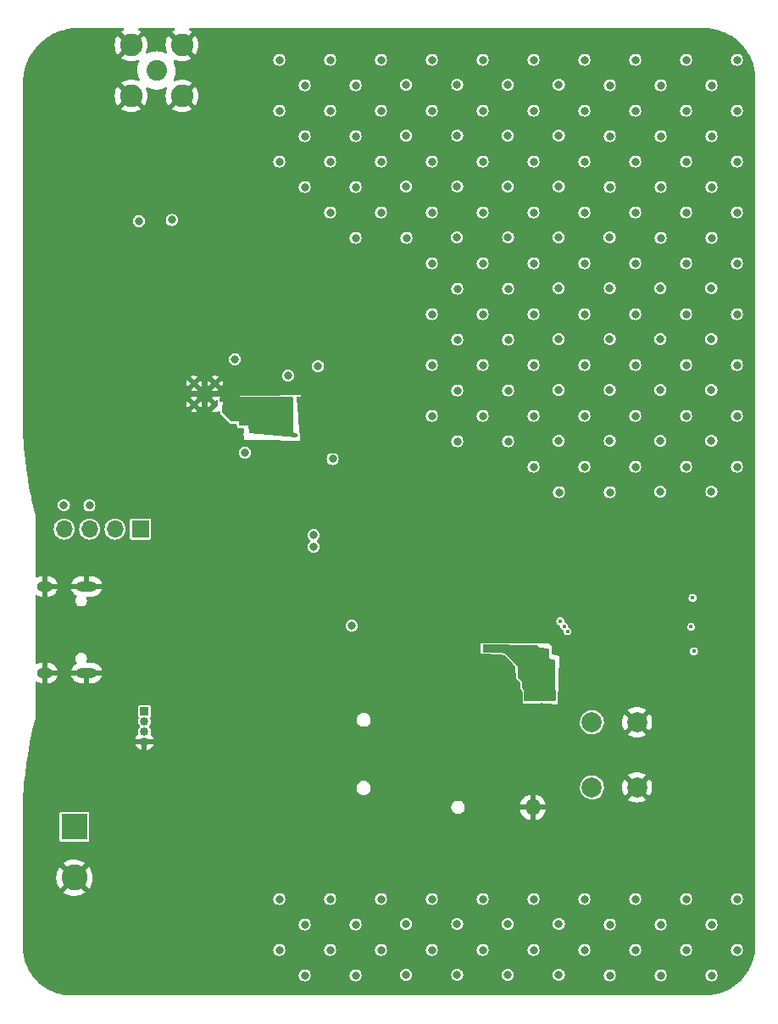
<source format=gbr>
%TF.GenerationSoftware,KiCad,Pcbnew,(6.0.6)*%
%TF.CreationDate,2023-03-24T13:47:12-05:00*%
%TF.ProjectId,DSAT_Telemetry_Board,44534154-5f54-4656-9c65-6d657472795f,rev?*%
%TF.SameCoordinates,Original*%
%TF.FileFunction,Copper,L3,Inr*%
%TF.FilePolarity,Positive*%
%FSLAX46Y46*%
G04 Gerber Fmt 4.6, Leading zero omitted, Abs format (unit mm)*
G04 Created by KiCad (PCBNEW (6.0.6)) date 2023-03-24 13:47:12*
%MOMM*%
%LPD*%
G01*
G04 APERTURE LIST*
%TA.AperFunction,ComponentPad*%
%ADD10O,2.100000X1.000000*%
%TD*%
%TA.AperFunction,ComponentPad*%
%ADD11O,1.600000X1.000000*%
%TD*%
%TA.AperFunction,ComponentPad*%
%ADD12C,0.500000*%
%TD*%
%TA.AperFunction,ComponentPad*%
%ADD13C,2.050000*%
%TD*%
%TA.AperFunction,ComponentPad*%
%ADD14C,2.250000*%
%TD*%
%TA.AperFunction,ComponentPad*%
%ADD15C,2.000000*%
%TD*%
%TA.AperFunction,ComponentPad*%
%ADD16C,2.600000*%
%TD*%
%TA.AperFunction,ComponentPad*%
%ADD17R,2.600000X2.600000*%
%TD*%
%TA.AperFunction,ComponentPad*%
%ADD18R,1.700000X1.700000*%
%TD*%
%TA.AperFunction,ComponentPad*%
%ADD19O,1.700000X1.700000*%
%TD*%
%TA.AperFunction,ComponentPad*%
%ADD20R,0.850000X0.850000*%
%TD*%
%TA.AperFunction,ComponentPad*%
%ADD21O,0.850000X0.850000*%
%TD*%
%TA.AperFunction,ComponentPad*%
%ADD22O,1.600000X1.600000*%
%TD*%
%TA.AperFunction,ViaPad*%
%ADD23C,0.800000*%
%TD*%
%TA.AperFunction,ViaPad*%
%ADD24C,0.400000*%
%TD*%
%TA.AperFunction,ViaPad*%
%ADD25C,1.500000*%
%TD*%
%TA.AperFunction,ViaPad*%
%ADD26C,0.508000*%
%TD*%
G04 APERTURE END LIST*
D10*
%TO.N,GND*%
%TO.C,USB1*%
X153456000Y-117118020D03*
D11*
X149276000Y-108478020D03*
X149276000Y-117118020D03*
D10*
X153456000Y-108478020D03*
%TD*%
D12*
%TO.N,GND*%
%TO.C,U6*%
X164199994Y-88203759D03*
X166299994Y-88203759D03*
X164199994Y-90303759D03*
X166299994Y-90303759D03*
%TD*%
D13*
%TO.N,/RX_Switch1/Antenna*%
%TO.C,J2*%
X160450002Y-56936248D03*
D14*
%TO.N,GND*%
X162990002Y-54396248D03*
X162990002Y-59476248D03*
X157910002Y-59476248D03*
X157910002Y-54396248D03*
%TD*%
D15*
%TO.N,/Microcontroller/NRST*%
%TO.C,SW1*%
X203951207Y-128550000D03*
X203951207Y-122050000D03*
%TO.N,GND*%
X208451207Y-122050000D03*
X208451207Y-128550000D03*
%TD*%
D16*
%TO.N,GND*%
%TO.C,J3*%
X152245000Y-137570000D03*
D17*
%TO.N,VBUS*%
X152245000Y-132490000D03*
%TD*%
D18*
%TO.N,/Microcontroller/I2C1_SDA*%
%TO.C,J1*%
X158850000Y-102750000D03*
D19*
%TO.N,/Microcontroller/I2C1_SCL*%
X156310000Y-102750000D03*
%TO.N,/Microcontroller/I2C2_SDA*%
X153770000Y-102750000D03*
%TO.N,/Microcontroller/I2C2_SCL*%
X151230000Y-102750000D03*
%TD*%
D20*
%TO.N,+3.3V*%
%TO.C,J5*%
X159250000Y-120950000D03*
D21*
%TO.N,/Microcontroller/DEBUG_DIO*%
X159250000Y-121950000D03*
%TO.N,/Microcontroller/DEBUG_CLK*%
X159250000Y-122950000D03*
%TO.N,GND*%
X159250000Y-123950000D03*
%TD*%
D22*
%TO.N,GND*%
%TO.C,C4*%
X198062012Y-130544011D03*
%TD*%
D23*
%TO.N,GND*%
X173700000Y-93100000D03*
%TO.N,*%
X190488290Y-58380674D03*
X175260000Y-147320000D03*
X187960000Y-81280000D03*
X187960000Y-144780000D03*
X175260000Y-63500000D03*
X190500000Y-93980000D03*
X218440000Y-144780000D03*
X195540674Y-58380674D03*
X203200000Y-55880000D03*
X195540674Y-142200674D03*
X210784872Y-99020674D03*
X187960000Y-91440000D03*
X200624872Y-78700674D03*
X187960000Y-86360000D03*
X182880000Y-139700000D03*
X177800000Y-60960000D03*
X200644093Y-58380674D03*
X193040000Y-76200000D03*
X172720000Y-139700000D03*
X213360000Y-86360000D03*
X198120000Y-76200000D03*
X208280000Y-81280000D03*
X195580000Y-88900000D03*
X172720000Y-55880000D03*
X177800000Y-66040000D03*
X198120000Y-66040000D03*
X187960000Y-66040000D03*
X208280000Y-76200000D03*
X215900000Y-58420000D03*
X193040000Y-139700000D03*
X190488290Y-63460674D03*
X185384872Y-147280674D03*
X203200000Y-66040000D03*
X210820000Y-63500000D03*
X195580000Y-78740000D03*
X198120000Y-91440000D03*
X210780674Y-88860674D03*
X218440000Y-60960000D03*
X210780674Y-93940674D03*
X208280000Y-60960000D03*
X195540674Y-147280674D03*
X203200000Y-144780000D03*
X185420000Y-73660000D03*
X208280000Y-139700000D03*
X187960000Y-71120000D03*
X210820000Y-68580000D03*
X210820000Y-142240000D03*
X172720000Y-66040000D03*
X218440000Y-86360000D03*
X210820000Y-58420000D03*
X203200000Y-81280000D03*
X195568290Y-73620674D03*
X205728290Y-93940674D03*
X215900000Y-73660000D03*
X193040000Y-66040000D03*
X193040000Y-60960000D03*
X198120000Y-139700000D03*
X193040000Y-86360000D03*
X180340000Y-63500000D03*
X205740000Y-147320000D03*
X177800000Y-55880000D03*
X208280000Y-55880000D03*
X205728290Y-88860674D03*
X200624872Y-88860674D03*
X215884093Y-93940674D03*
X182880000Y-66040000D03*
X200644093Y-63460674D03*
X190488290Y-147280674D03*
X213360000Y-139700000D03*
X195580000Y-83820000D03*
X215900000Y-147320000D03*
X187960000Y-55880000D03*
X218440000Y-55880000D03*
X172720000Y-144780000D03*
X213360000Y-55880000D03*
X213360000Y-91440000D03*
X215900000Y-63500000D03*
X218440000Y-96520000D03*
X198120000Y-71120000D03*
X193040000Y-55880000D03*
X190488290Y-142200674D03*
X180340000Y-73660000D03*
X198120000Y-144780000D03*
X208280000Y-96520000D03*
X185384872Y-63460674D03*
X180340000Y-147320000D03*
X175260000Y-68580000D03*
X190500000Y-88900000D03*
X198120000Y-86360000D03*
X180340000Y-142240000D03*
X205740000Y-63500000D03*
X180340000Y-68580000D03*
X215900000Y-68580000D03*
X208280000Y-91440000D03*
X200644093Y-147280674D03*
X187960000Y-60960000D03*
X198120000Y-96520000D03*
X177800000Y-144780000D03*
X205740000Y-58420000D03*
X193040000Y-71120000D03*
X190488290Y-68540674D03*
X210820000Y-147320000D03*
X200620674Y-73620674D03*
X172720000Y-60960000D03*
X215884093Y-88860674D03*
X195540674Y-68540674D03*
X218440000Y-139700000D03*
X175260000Y-58420000D03*
X218440000Y-66040000D03*
X215884093Y-83780674D03*
X215900000Y-142240000D03*
X210820000Y-73660000D03*
X185384872Y-68540674D03*
X185384872Y-58380674D03*
X177800000Y-139700000D03*
X218440000Y-81280000D03*
X175260000Y-142240000D03*
X190500000Y-83820000D03*
X198120000Y-60960000D03*
X182880000Y-71120000D03*
X210780674Y-83780674D03*
X205740000Y-68580000D03*
X200660000Y-99060000D03*
X182880000Y-60960000D03*
X182880000Y-55880000D03*
X215888290Y-99020674D03*
X203200000Y-86360000D03*
X208280000Y-144780000D03*
X198120000Y-81280000D03*
X213360000Y-76200000D03*
X193040000Y-91440000D03*
X203200000Y-76200000D03*
X210780674Y-78700674D03*
X177800000Y-71120000D03*
X213360000Y-96520000D03*
X213360000Y-81280000D03*
X213360000Y-66040000D03*
X213360000Y-60960000D03*
X193040000Y-144780000D03*
X198120000Y-55880000D03*
X205724093Y-73620674D03*
X203200000Y-71120000D03*
X218440000Y-71120000D03*
X180340000Y-58420000D03*
X203200000Y-60960000D03*
X205740000Y-99060000D03*
X205740000Y-142240000D03*
X200644093Y-68540674D03*
X200644093Y-142200674D03*
X200624872Y-83780674D03*
X208280000Y-71120000D03*
X213360000Y-71120000D03*
X187960000Y-139700000D03*
X187960000Y-76200000D03*
X190500000Y-78740000D03*
X208280000Y-66040000D03*
X208280000Y-86360000D03*
X203200000Y-96520000D03*
X203200000Y-139700000D03*
X200624872Y-93940674D03*
X182880000Y-144780000D03*
X190464872Y-73620674D03*
X193040000Y-81280000D03*
X203200000Y-91440000D03*
X205728290Y-83780674D03*
X215884093Y-78700674D03*
X218440000Y-91440000D03*
X195540674Y-63460674D03*
X205728290Y-78700674D03*
X195580000Y-93980000D03*
X213360000Y-144780000D03*
X218440000Y-76200000D03*
X185384872Y-142200674D03*
%TO.N,+3.3V*%
X169291000Y-95123000D03*
%TO.N,/TX_En*%
X161974386Y-71878652D03*
X176594002Y-86484063D03*
%TO.N,/RX_En*%
X173594002Y-87426433D03*
X158694002Y-71980248D03*
%TO.N,/Microcontroller/I2C2_SDA*%
X176157207Y-104514000D03*
X153750000Y-100400000D03*
%TO.N,/Microcontroller/I2C2_SCL*%
X151200000Y-100350000D03*
X176150000Y-103350000D03*
D24*
%TO.N,/~{WDO}*%
X213851207Y-112508000D03*
X201162567Y-112448900D03*
%TO.N,/WDI*%
X201502959Y-112958500D03*
X214151207Y-114958000D03*
%TO.N,/WEN*%
X200801207Y-111948900D03*
X214001207Y-109608000D03*
D23*
%TO.N,/TX_SDN*%
X179951207Y-112408000D03*
X178050000Y-95750000D03*
X168294002Y-85780248D03*
%TO.N,GND*%
X174144002Y-83480248D03*
X162990002Y-61896248D03*
X191701207Y-103708000D03*
D25*
X167650000Y-141350000D03*
D23*
X208201207Y-109608000D03*
X171894002Y-82580248D03*
X161688004Y-72836248D03*
X160400000Y-106250000D03*
X164725002Y-65461248D03*
X162990002Y-56896248D03*
X151300002Y-75186248D03*
X195707000Y-123825000D03*
X151300002Y-80186248D03*
X172894002Y-84780248D03*
X181801207Y-105958000D03*
X151300002Y-83386248D03*
X199901207Y-119458000D03*
X160794002Y-91080248D03*
X174250002Y-81936248D03*
X194202414Y-120416000D03*
X155258513Y-65994759D03*
X164144002Y-77280248D03*
X193501207Y-107558000D03*
X155699993Y-108100000D03*
X156000000Y-117650000D03*
X157910002Y-61676248D03*
X197001207Y-115263050D03*
X191352414Y-121616000D03*
X186451207Y-127708000D03*
X155094002Y-75380248D03*
X170275002Y-71011248D03*
X160994002Y-86830248D03*
X160950000Y-116850000D03*
X151300002Y-70886248D03*
X159200002Y-83736248D03*
X197801207Y-111008000D03*
X171900002Y-72636248D03*
X157444002Y-86830248D03*
X169344002Y-85580248D03*
X168450002Y-69186248D03*
X157910002Y-56976248D03*
X152194002Y-85630248D03*
X151300002Y-72936248D03*
X173950002Y-74686248D03*
X198882000Y-120548400D03*
D26*
X168408985Y-90945487D03*
D23*
X194451217Y-105158004D03*
X166550002Y-67286248D03*
X161794002Y-65880248D03*
X153508513Y-67744759D03*
X160290002Y-54396248D03*
X157133513Y-64119759D03*
X175082200Y-92125800D03*
X162110502Y-68513748D03*
X208451207Y-130908000D03*
X159265002Y-82221248D03*
X158294002Y-78580248D03*
X152183513Y-69069759D03*
X174250002Y-78536248D03*
X151300002Y-77936248D03*
X171044002Y-85580248D03*
X172339000Y-95123000D03*
X163225002Y-63961248D03*
X155594002Y-86830248D03*
X159144002Y-86780248D03*
X153944002Y-86830248D03*
X179301207Y-116808000D03*
%TD*%
%TA.AperFunction,Conductor*%
%TO.N,GND*%
G36*
X198310769Y-114299826D02*
G01*
X198380080Y-114320987D01*
X198729600Y-114554000D01*
X199557493Y-114665877D01*
X199622319Y-114694821D01*
X199661208Y-114754220D01*
X199666578Y-114793888D01*
X199644000Y-115697000D01*
X199655450Y-115698026D01*
X199655452Y-115698026D01*
X200122538Y-115739860D01*
X200188603Y-115765860D01*
X200230031Y-115823320D01*
X200326799Y-119815006D01*
X200308774Y-119880346D01*
X200255890Y-119927715D01*
X200206699Y-119938800D01*
X199440800Y-119938800D01*
X199440800Y-119944117D01*
X199415156Y-119951604D01*
X199403375Y-119959150D01*
X199368060Y-119964200D01*
X197303165Y-119964200D01*
X197235044Y-119944198D01*
X197188551Y-119890542D01*
X197177202Y-119841272D01*
X197155118Y-118935825D01*
X197155118Y-118935823D01*
X197154800Y-118922800D01*
X197085032Y-118773296D01*
X196988821Y-118567131D01*
X196977000Y-118513847D01*
X196977000Y-117957600D01*
X196565137Y-117614381D01*
X196525610Y-117555405D01*
X196519800Y-117517585D01*
X196519800Y-116433600D01*
X195300600Y-115189000D01*
X195157699Y-115189000D01*
X195092876Y-115171046D01*
X194995800Y-115112800D01*
X193165996Y-115112800D01*
X193097875Y-115092798D01*
X193051382Y-115039142D01*
X193040000Y-114986822D01*
X193040000Y-114402045D01*
X193059977Y-114334002D01*
X193113631Y-114287507D01*
X193166558Y-114276120D01*
X198310769Y-114299826D01*
G37*
%TD.AperFunction*%
%TD*%
%TA.AperFunction,Conductor*%
%TO.N,GND*%
G36*
X156517169Y-52707033D02*
G01*
X157094226Y-52707170D01*
X157162342Y-52727188D01*
X157208822Y-52780855D01*
X157218909Y-52851131D01*
X157189401Y-52915705D01*
X157160031Y-52940603D01*
X156956074Y-53065588D01*
X156950812Y-53073649D01*
X156956819Y-53083855D01*
X157897190Y-54024226D01*
X157911134Y-54031840D01*
X157912967Y-54031709D01*
X157919582Y-54027458D01*
X158861726Y-53085314D01*
X158869118Y-53071777D01*
X158865432Y-53066508D01*
X158660608Y-52940992D01*
X158612977Y-52888344D01*
X158601370Y-52818303D01*
X158629473Y-52753105D01*
X158688363Y-52713451D01*
X158726473Y-52707559D01*
X162172252Y-52708380D01*
X162240368Y-52728398D01*
X162286848Y-52782065D01*
X162296935Y-52852341D01*
X162267427Y-52916915D01*
X162238057Y-52941813D01*
X162036074Y-53065588D01*
X162030812Y-53073649D01*
X162036819Y-53083855D01*
X162977190Y-54024226D01*
X162991134Y-54031840D01*
X162992967Y-54031709D01*
X162999582Y-54027458D01*
X163941726Y-53085314D01*
X163949118Y-53071777D01*
X163945432Y-53066508D01*
X163742583Y-52942202D01*
X163694952Y-52889554D01*
X163683345Y-52819513D01*
X163711448Y-52754315D01*
X163770339Y-52714661D01*
X163808446Y-52708769D01*
X215197724Y-52721010D01*
X215199939Y-52721057D01*
X215200000Y-52721082D01*
X215200055Y-52721059D01*
X215202854Y-52721118D01*
X215447317Y-52731229D01*
X215614214Y-52738132D01*
X215624592Y-52738992D01*
X215917068Y-52775449D01*
X215917889Y-52775554D01*
X215957676Y-52780792D01*
X216041873Y-52791877D01*
X216051283Y-52793481D01*
X216195330Y-52823684D01*
X216312179Y-52848185D01*
X216313433Y-52848455D01*
X216463618Y-52881750D01*
X216472298Y-52884001D01*
X216716148Y-52956598D01*
X216718085Y-52957192D01*
X216876136Y-53007025D01*
X216884048Y-53009812D01*
X217115097Y-53099967D01*
X217117414Y-53100900D01*
X217276480Y-53166787D01*
X217283595Y-53169996D01*
X217502866Y-53277192D01*
X217505681Y-53278612D01*
X217661743Y-53359853D01*
X217668028Y-53363358D01*
X217875585Y-53487035D01*
X217878788Y-53489009D01*
X218029107Y-53584773D01*
X218034623Y-53588495D01*
X218230030Y-53728013D01*
X218233518Y-53730596D01*
X218375985Y-53839915D01*
X218380715Y-53843729D01*
X218563314Y-53998383D01*
X218567004Y-54001634D01*
X218699854Y-54123368D01*
X218703825Y-54127170D01*
X218872830Y-54296175D01*
X218876632Y-54300146D01*
X218998366Y-54432996D01*
X219001617Y-54436686D01*
X219156271Y-54619285D01*
X219160085Y-54624015D01*
X219269404Y-54766482D01*
X219271987Y-54769970D01*
X219411505Y-54965377D01*
X219415227Y-54970893D01*
X219510991Y-55121212D01*
X219512965Y-55124415D01*
X219630673Y-55321954D01*
X219636642Y-55331972D01*
X219640147Y-55338257D01*
X219721375Y-55494293D01*
X219722808Y-55497134D01*
X219803650Y-55662497D01*
X219816951Y-55689704D01*
X219830004Y-55716405D01*
X219833213Y-55723520D01*
X219899100Y-55882586D01*
X219900033Y-55884903D01*
X219982390Y-56095966D01*
X219990188Y-56115951D01*
X219992975Y-56123864D01*
X220042808Y-56281915D01*
X220043402Y-56283852D01*
X220115999Y-56527702D01*
X220118250Y-56536381D01*
X220151545Y-56686567D01*
X220151829Y-56687884D01*
X220206519Y-56948717D01*
X220208123Y-56958127D01*
X220224441Y-57082070D01*
X220224551Y-57082932D01*
X220261008Y-57375408D01*
X220261868Y-57385786D01*
X220278893Y-57797408D01*
X220278946Y-57799934D01*
X220278918Y-57800000D01*
X220278948Y-57800073D01*
X220279001Y-57802603D01*
X220282836Y-99768116D01*
X220286894Y-144175396D01*
X220286901Y-144255234D01*
X220286847Y-144257822D01*
X220286816Y-144257898D01*
X220286844Y-144257966D01*
X220286793Y-144260453D01*
X220269766Y-144672113D01*
X220268906Y-144682491D01*
X220235382Y-144951442D01*
X220232439Y-144975050D01*
X220232348Y-144975764D01*
X220219256Y-145075211D01*
X220216024Y-145099759D01*
X220214420Y-145109169D01*
X220159709Y-145370097D01*
X220159404Y-145371511D01*
X220126153Y-145521498D01*
X220123902Y-145530179D01*
X220051283Y-145774101D01*
X220050689Y-145776038D01*
X220000875Y-145934029D01*
X219998087Y-145941942D01*
X219907945Y-146172956D01*
X219906974Y-146175372D01*
X219841111Y-146334379D01*
X219837899Y-146341499D01*
X219730705Y-146560768D01*
X219729316Y-146563522D01*
X219698074Y-146623538D01*
X219648062Y-146719610D01*
X219644540Y-146725927D01*
X219520840Y-146933522D01*
X219518866Y-146936724D01*
X219423132Y-147086997D01*
X219419427Y-147092487D01*
X219279864Y-147287958D01*
X219277302Y-147291419D01*
X219167967Y-147433907D01*
X219164194Y-147438585D01*
X219069647Y-147550217D01*
X219009512Y-147621217D01*
X219006261Y-147624907D01*
X218884539Y-147757744D01*
X218880737Y-147761715D01*
X218711715Y-147930737D01*
X218707744Y-147934539D01*
X218574907Y-148056261D01*
X218571217Y-148059512D01*
X218503353Y-148116991D01*
X218388585Y-148214194D01*
X218383907Y-148217967D01*
X218241419Y-148327302D01*
X218237958Y-148329864D01*
X218042487Y-148469427D01*
X218036997Y-148473132D01*
X217886724Y-148568866D01*
X217883522Y-148570840D01*
X217675927Y-148694540D01*
X217669610Y-148698062D01*
X217513522Y-148779316D01*
X217510768Y-148780705D01*
X217315111Y-148876356D01*
X217291499Y-148887899D01*
X217284380Y-148891110D01*
X217133979Y-148953409D01*
X217125372Y-148956974D01*
X217122956Y-148957945D01*
X216891942Y-149048087D01*
X216884029Y-149050875D01*
X216726038Y-149100689D01*
X216724101Y-149101283D01*
X216480179Y-149173902D01*
X216471498Y-149176153D01*
X216321511Y-149209404D01*
X216320097Y-149209709D01*
X216059169Y-149264420D01*
X216049763Y-149266023D01*
X215925764Y-149282348D01*
X215925217Y-149282418D01*
X215747803Y-149304533D01*
X215632491Y-149318906D01*
X215622113Y-149319766D01*
X215210388Y-149336795D01*
X215207969Y-149336845D01*
X215207898Y-149336816D01*
X215207820Y-149336849D01*
X215205205Y-149336903D01*
X182886977Y-149343090D01*
X152052529Y-149348993D01*
X152050053Y-149348940D01*
X152050000Y-149348918D01*
X152049952Y-149348938D01*
X152047165Y-149348878D01*
X151780576Y-149337482D01*
X151668149Y-149332675D01*
X151668083Y-149332672D01*
X151628301Y-149330867D01*
X151617926Y-149329964D01*
X151496799Y-149314352D01*
X151342085Y-149294412D01*
X151341264Y-149294303D01*
X151193589Y-149274136D01*
X151183944Y-149272435D01*
X151049575Y-149243284D01*
X150932722Y-149217933D01*
X150931177Y-149217587D01*
X150765628Y-149179488D01*
X150756779Y-149177110D01*
X150519437Y-149103929D01*
X150517565Y-149103333D01*
X150421576Y-149071876D01*
X150347701Y-149047666D01*
X150339685Y-149044735D01*
X150113874Y-148953352D01*
X150111440Y-148952335D01*
X149943056Y-148879717D01*
X149935890Y-148876356D01*
X149721310Y-148767358D01*
X149718226Y-148765738D01*
X149554810Y-148676963D01*
X149548514Y-148673303D01*
X149345426Y-148547261D01*
X149341965Y-148545033D01*
X149185965Y-148441007D01*
X149180544Y-148437182D01*
X149075142Y-148358558D01*
X148989741Y-148294853D01*
X148985988Y-148291942D01*
X148839368Y-148173715D01*
X148834776Y-148169828D01*
X148657157Y-148012036D01*
X148653210Y-148008376D01*
X148517650Y-147877169D01*
X148513897Y-147873377D01*
X148506633Y-147865718D01*
X148350402Y-147701009D01*
X148346374Y-147696554D01*
X148284638Y-147624907D01*
X148223427Y-147553871D01*
X148220397Y-147550217D01*
X148071907Y-147364143D01*
X148067899Y-147358839D01*
X148040127Y-147320000D01*
X174654318Y-147320000D01*
X174674956Y-147476762D01*
X174735464Y-147622841D01*
X174831718Y-147748282D01*
X174957159Y-147844536D01*
X175103238Y-147905044D01*
X175260000Y-147925682D01*
X175268188Y-147924604D01*
X175408574Y-147906122D01*
X175416762Y-147905044D01*
X175562841Y-147844536D01*
X175688282Y-147748282D01*
X175784536Y-147622841D01*
X175845044Y-147476762D01*
X175865682Y-147320000D01*
X179734318Y-147320000D01*
X179754956Y-147476762D01*
X179815464Y-147622841D01*
X179911718Y-147748282D01*
X180037159Y-147844536D01*
X180183238Y-147905044D01*
X180340000Y-147925682D01*
X180348188Y-147924604D01*
X180488574Y-147906122D01*
X180496762Y-147905044D01*
X180642841Y-147844536D01*
X180768282Y-147748282D01*
X180864536Y-147622841D01*
X180925044Y-147476762D01*
X180945682Y-147320000D01*
X180940505Y-147280674D01*
X184779190Y-147280674D01*
X184799828Y-147437436D01*
X184860336Y-147583515D01*
X184956590Y-147708956D01*
X185082031Y-147805210D01*
X185228110Y-147865718D01*
X185384872Y-147886356D01*
X185393060Y-147885278D01*
X185533446Y-147866796D01*
X185541634Y-147865718D01*
X185687713Y-147805210D01*
X185813154Y-147708956D01*
X185909408Y-147583515D01*
X185969916Y-147437436D01*
X185990554Y-147280674D01*
X189882608Y-147280674D01*
X189903246Y-147437436D01*
X189963754Y-147583515D01*
X190060008Y-147708956D01*
X190185449Y-147805210D01*
X190331528Y-147865718D01*
X190488290Y-147886356D01*
X190496478Y-147885278D01*
X190636864Y-147866796D01*
X190645052Y-147865718D01*
X190791131Y-147805210D01*
X190916572Y-147708956D01*
X191012826Y-147583515D01*
X191073334Y-147437436D01*
X191093972Y-147280674D01*
X194934992Y-147280674D01*
X194955630Y-147437436D01*
X195016138Y-147583515D01*
X195112392Y-147708956D01*
X195237833Y-147805210D01*
X195383912Y-147865718D01*
X195540674Y-147886356D01*
X195548862Y-147885278D01*
X195689248Y-147866796D01*
X195697436Y-147865718D01*
X195843515Y-147805210D01*
X195968956Y-147708956D01*
X196065210Y-147583515D01*
X196125718Y-147437436D01*
X196146356Y-147280674D01*
X200038411Y-147280674D01*
X200059049Y-147437436D01*
X200119557Y-147583515D01*
X200215811Y-147708956D01*
X200341252Y-147805210D01*
X200487331Y-147865718D01*
X200644093Y-147886356D01*
X200652281Y-147885278D01*
X200792667Y-147866796D01*
X200800855Y-147865718D01*
X200946934Y-147805210D01*
X201072375Y-147708956D01*
X201168629Y-147583515D01*
X201229137Y-147437436D01*
X201244598Y-147320000D01*
X205134318Y-147320000D01*
X205154956Y-147476762D01*
X205215464Y-147622841D01*
X205311718Y-147748282D01*
X205437159Y-147844536D01*
X205583238Y-147905044D01*
X205740000Y-147925682D01*
X205748188Y-147924604D01*
X205888574Y-147906122D01*
X205896762Y-147905044D01*
X206042841Y-147844536D01*
X206168282Y-147748282D01*
X206264536Y-147622841D01*
X206325044Y-147476762D01*
X206345682Y-147320000D01*
X210214318Y-147320000D01*
X210234956Y-147476762D01*
X210295464Y-147622841D01*
X210391718Y-147748282D01*
X210517159Y-147844536D01*
X210663238Y-147905044D01*
X210820000Y-147925682D01*
X210828188Y-147924604D01*
X210968574Y-147906122D01*
X210976762Y-147905044D01*
X211122841Y-147844536D01*
X211248282Y-147748282D01*
X211344536Y-147622841D01*
X211405044Y-147476762D01*
X211425682Y-147320000D01*
X215294318Y-147320000D01*
X215314956Y-147476762D01*
X215375464Y-147622841D01*
X215471718Y-147748282D01*
X215597159Y-147844536D01*
X215743238Y-147905044D01*
X215900000Y-147925682D01*
X215908188Y-147924604D01*
X216048574Y-147906122D01*
X216056762Y-147905044D01*
X216202841Y-147844536D01*
X216328282Y-147748282D01*
X216424536Y-147622841D01*
X216485044Y-147476762D01*
X216505682Y-147320000D01*
X216485044Y-147163238D01*
X216424536Y-147017159D01*
X216328282Y-146891718D01*
X216202841Y-146795464D01*
X216056762Y-146734956D01*
X215900000Y-146714318D01*
X215743238Y-146734956D01*
X215597159Y-146795464D01*
X215471718Y-146891718D01*
X215375464Y-147017159D01*
X215314956Y-147163238D01*
X215294318Y-147320000D01*
X211425682Y-147320000D01*
X211405044Y-147163238D01*
X211344536Y-147017159D01*
X211248282Y-146891718D01*
X211122841Y-146795464D01*
X210976762Y-146734956D01*
X210820000Y-146714318D01*
X210663238Y-146734956D01*
X210517159Y-146795464D01*
X210391718Y-146891718D01*
X210295464Y-147017159D01*
X210234956Y-147163238D01*
X210214318Y-147320000D01*
X206345682Y-147320000D01*
X206325044Y-147163238D01*
X206264536Y-147017159D01*
X206168282Y-146891718D01*
X206042841Y-146795464D01*
X205896762Y-146734956D01*
X205740000Y-146714318D01*
X205583238Y-146734956D01*
X205437159Y-146795464D01*
X205311718Y-146891718D01*
X205215464Y-147017159D01*
X205154956Y-147163238D01*
X205134318Y-147320000D01*
X201244598Y-147320000D01*
X201249775Y-147280674D01*
X201229137Y-147123912D01*
X201168629Y-146977833D01*
X201072375Y-146852392D01*
X200946934Y-146756138D01*
X200800855Y-146695630D01*
X200644093Y-146674992D01*
X200487331Y-146695630D01*
X200341252Y-146756138D01*
X200215811Y-146852392D01*
X200119557Y-146977833D01*
X200059049Y-147123912D01*
X200038411Y-147280674D01*
X196146356Y-147280674D01*
X196125718Y-147123912D01*
X196065210Y-146977833D01*
X195968956Y-146852392D01*
X195843515Y-146756138D01*
X195697436Y-146695630D01*
X195540674Y-146674992D01*
X195383912Y-146695630D01*
X195237833Y-146756138D01*
X195112392Y-146852392D01*
X195016138Y-146977833D01*
X194955630Y-147123912D01*
X194934992Y-147280674D01*
X191093972Y-147280674D01*
X191073334Y-147123912D01*
X191012826Y-146977833D01*
X190916572Y-146852392D01*
X190791131Y-146756138D01*
X190645052Y-146695630D01*
X190488290Y-146674992D01*
X190331528Y-146695630D01*
X190185449Y-146756138D01*
X190060008Y-146852392D01*
X189963754Y-146977833D01*
X189903246Y-147123912D01*
X189882608Y-147280674D01*
X185990554Y-147280674D01*
X185969916Y-147123912D01*
X185909408Y-146977833D01*
X185813154Y-146852392D01*
X185687713Y-146756138D01*
X185541634Y-146695630D01*
X185384872Y-146674992D01*
X185228110Y-146695630D01*
X185082031Y-146756138D01*
X184956590Y-146852392D01*
X184860336Y-146977833D01*
X184799828Y-147123912D01*
X184779190Y-147280674D01*
X180940505Y-147280674D01*
X180925044Y-147163238D01*
X180864536Y-147017159D01*
X180768282Y-146891718D01*
X180642841Y-146795464D01*
X180496762Y-146734956D01*
X180340000Y-146714318D01*
X180183238Y-146734956D01*
X180037159Y-146795464D01*
X179911718Y-146891718D01*
X179815464Y-147017159D01*
X179754956Y-147163238D01*
X179734318Y-147320000D01*
X175865682Y-147320000D01*
X175845044Y-147163238D01*
X175784536Y-147017159D01*
X175688282Y-146891718D01*
X175562841Y-146795464D01*
X175416762Y-146734956D01*
X175260000Y-146714318D01*
X175103238Y-146734956D01*
X174957159Y-146795464D01*
X174831718Y-146891718D01*
X174735464Y-147017159D01*
X174674956Y-147163238D01*
X174654318Y-147320000D01*
X148040127Y-147320000D01*
X147958856Y-147206343D01*
X147956516Y-147202955D01*
X147823900Y-147004065D01*
X147820037Y-146997892D01*
X147725996Y-146837490D01*
X147724276Y-146834461D01*
X147608327Y-146623538D01*
X147604733Y-146616485D01*
X147579833Y-146563566D01*
X147526674Y-146450589D01*
X147525503Y-146448023D01*
X147459064Y-146298109D01*
X147426860Y-146225444D01*
X147423680Y-146217560D01*
X147362477Y-146049537D01*
X147361782Y-146047573D01*
X147280954Y-145812911D01*
X147278282Y-145804127D01*
X147234778Y-145639821D01*
X147234383Y-145638288D01*
X147171742Y-145389091D01*
X147169721Y-145379487D01*
X147144721Y-145232395D01*
X147144644Y-145231932D01*
X147100079Y-144957199D01*
X147098840Y-144946867D01*
X147095532Y-144904467D01*
X147086134Y-144780000D01*
X172114318Y-144780000D01*
X172134956Y-144936762D01*
X172195464Y-145082841D01*
X172291718Y-145208282D01*
X172417159Y-145304536D01*
X172563238Y-145365044D01*
X172571426Y-145366122D01*
X172609215Y-145371097D01*
X172720000Y-145385682D01*
X172728188Y-145384604D01*
X172868574Y-145366122D01*
X172876762Y-145365044D01*
X173022841Y-145304536D01*
X173148282Y-145208282D01*
X173244536Y-145082841D01*
X173305044Y-144936762D01*
X173325682Y-144780000D01*
X177194318Y-144780000D01*
X177214956Y-144936762D01*
X177275464Y-145082841D01*
X177371718Y-145208282D01*
X177497159Y-145304536D01*
X177643238Y-145365044D01*
X177651426Y-145366122D01*
X177689215Y-145371097D01*
X177800000Y-145385682D01*
X177808188Y-145384604D01*
X177948574Y-145366122D01*
X177956762Y-145365044D01*
X178102841Y-145304536D01*
X178228282Y-145208282D01*
X178324536Y-145082841D01*
X178385044Y-144936762D01*
X178405682Y-144780000D01*
X182274318Y-144780000D01*
X182294956Y-144936762D01*
X182355464Y-145082841D01*
X182451718Y-145208282D01*
X182577159Y-145304536D01*
X182723238Y-145365044D01*
X182731426Y-145366122D01*
X182769215Y-145371097D01*
X182880000Y-145385682D01*
X182888188Y-145384604D01*
X183028574Y-145366122D01*
X183036762Y-145365044D01*
X183182841Y-145304536D01*
X183308282Y-145208282D01*
X183404536Y-145082841D01*
X183465044Y-144936762D01*
X183485682Y-144780000D01*
X187354318Y-144780000D01*
X187374956Y-144936762D01*
X187435464Y-145082841D01*
X187531718Y-145208282D01*
X187657159Y-145304536D01*
X187803238Y-145365044D01*
X187811426Y-145366122D01*
X187849215Y-145371097D01*
X187960000Y-145385682D01*
X187968188Y-145384604D01*
X188108574Y-145366122D01*
X188116762Y-145365044D01*
X188262841Y-145304536D01*
X188388282Y-145208282D01*
X188484536Y-145082841D01*
X188545044Y-144936762D01*
X188565682Y-144780000D01*
X192434318Y-144780000D01*
X192454956Y-144936762D01*
X192515464Y-145082841D01*
X192611718Y-145208282D01*
X192737159Y-145304536D01*
X192883238Y-145365044D01*
X192891426Y-145366122D01*
X192929215Y-145371097D01*
X193040000Y-145385682D01*
X193048188Y-145384604D01*
X193188574Y-145366122D01*
X193196762Y-145365044D01*
X193342841Y-145304536D01*
X193468282Y-145208282D01*
X193564536Y-145082841D01*
X193625044Y-144936762D01*
X193645682Y-144780000D01*
X197514318Y-144780000D01*
X197534956Y-144936762D01*
X197595464Y-145082841D01*
X197691718Y-145208282D01*
X197817159Y-145304536D01*
X197963238Y-145365044D01*
X197971426Y-145366122D01*
X198009215Y-145371097D01*
X198120000Y-145385682D01*
X198128188Y-145384604D01*
X198268574Y-145366122D01*
X198276762Y-145365044D01*
X198422841Y-145304536D01*
X198548282Y-145208282D01*
X198644536Y-145082841D01*
X198705044Y-144936762D01*
X198725682Y-144780000D01*
X202594318Y-144780000D01*
X202614956Y-144936762D01*
X202675464Y-145082841D01*
X202771718Y-145208282D01*
X202897159Y-145304536D01*
X203043238Y-145365044D01*
X203051426Y-145366122D01*
X203089215Y-145371097D01*
X203200000Y-145385682D01*
X203208188Y-145384604D01*
X203348574Y-145366122D01*
X203356762Y-145365044D01*
X203502841Y-145304536D01*
X203628282Y-145208282D01*
X203724536Y-145082841D01*
X203785044Y-144936762D01*
X203805682Y-144780000D01*
X207674318Y-144780000D01*
X207694956Y-144936762D01*
X207755464Y-145082841D01*
X207851718Y-145208282D01*
X207977159Y-145304536D01*
X208123238Y-145365044D01*
X208131426Y-145366122D01*
X208169215Y-145371097D01*
X208280000Y-145385682D01*
X208288188Y-145384604D01*
X208428574Y-145366122D01*
X208436762Y-145365044D01*
X208582841Y-145304536D01*
X208708282Y-145208282D01*
X208804536Y-145082841D01*
X208865044Y-144936762D01*
X208885682Y-144780000D01*
X212754318Y-144780000D01*
X212774956Y-144936762D01*
X212835464Y-145082841D01*
X212931718Y-145208282D01*
X213057159Y-145304536D01*
X213203238Y-145365044D01*
X213211426Y-145366122D01*
X213249215Y-145371097D01*
X213360000Y-145385682D01*
X213368188Y-145384604D01*
X213508574Y-145366122D01*
X213516762Y-145365044D01*
X213662841Y-145304536D01*
X213788282Y-145208282D01*
X213884536Y-145082841D01*
X213945044Y-144936762D01*
X213965682Y-144780000D01*
X217834318Y-144780000D01*
X217854956Y-144936762D01*
X217915464Y-145082841D01*
X218011718Y-145208282D01*
X218137159Y-145304536D01*
X218283238Y-145365044D01*
X218291426Y-145366122D01*
X218329215Y-145371097D01*
X218440000Y-145385682D01*
X218448188Y-145384604D01*
X218588574Y-145366122D01*
X218596762Y-145365044D01*
X218742841Y-145304536D01*
X218868282Y-145208282D01*
X218964536Y-145082841D01*
X219025044Y-144936762D01*
X219045682Y-144780000D01*
X219025044Y-144623238D01*
X218964536Y-144477159D01*
X218868282Y-144351718D01*
X218742841Y-144255464D01*
X218596762Y-144194956D01*
X218440000Y-144174318D01*
X218283238Y-144194956D01*
X218137159Y-144255464D01*
X218011718Y-144351718D01*
X217915464Y-144477159D01*
X217854956Y-144623238D01*
X217834318Y-144780000D01*
X213965682Y-144780000D01*
X213945044Y-144623238D01*
X213884536Y-144477159D01*
X213788282Y-144351718D01*
X213662841Y-144255464D01*
X213516762Y-144194956D01*
X213360000Y-144174318D01*
X213203238Y-144194956D01*
X213057159Y-144255464D01*
X212931718Y-144351718D01*
X212835464Y-144477159D01*
X212774956Y-144623238D01*
X212754318Y-144780000D01*
X208885682Y-144780000D01*
X208865044Y-144623238D01*
X208804536Y-144477159D01*
X208708282Y-144351718D01*
X208582841Y-144255464D01*
X208436762Y-144194956D01*
X208280000Y-144174318D01*
X208123238Y-144194956D01*
X207977159Y-144255464D01*
X207851718Y-144351718D01*
X207755464Y-144477159D01*
X207694956Y-144623238D01*
X207674318Y-144780000D01*
X203805682Y-144780000D01*
X203785044Y-144623238D01*
X203724536Y-144477159D01*
X203628282Y-144351718D01*
X203502841Y-144255464D01*
X203356762Y-144194956D01*
X203200000Y-144174318D01*
X203043238Y-144194956D01*
X202897159Y-144255464D01*
X202771718Y-144351718D01*
X202675464Y-144477159D01*
X202614956Y-144623238D01*
X202594318Y-144780000D01*
X198725682Y-144780000D01*
X198705044Y-144623238D01*
X198644536Y-144477159D01*
X198548282Y-144351718D01*
X198422841Y-144255464D01*
X198276762Y-144194956D01*
X198120000Y-144174318D01*
X197963238Y-144194956D01*
X197817159Y-144255464D01*
X197691718Y-144351718D01*
X197595464Y-144477159D01*
X197534956Y-144623238D01*
X197514318Y-144780000D01*
X193645682Y-144780000D01*
X193625044Y-144623238D01*
X193564536Y-144477159D01*
X193468282Y-144351718D01*
X193342841Y-144255464D01*
X193196762Y-144194956D01*
X193040000Y-144174318D01*
X192883238Y-144194956D01*
X192737159Y-144255464D01*
X192611718Y-144351718D01*
X192515464Y-144477159D01*
X192454956Y-144623238D01*
X192434318Y-144780000D01*
X188565682Y-144780000D01*
X188545044Y-144623238D01*
X188484536Y-144477159D01*
X188388282Y-144351718D01*
X188262841Y-144255464D01*
X188116762Y-144194956D01*
X187960000Y-144174318D01*
X187803238Y-144194956D01*
X187657159Y-144255464D01*
X187531718Y-144351718D01*
X187435464Y-144477159D01*
X187374956Y-144623238D01*
X187354318Y-144780000D01*
X183485682Y-144780000D01*
X183465044Y-144623238D01*
X183404536Y-144477159D01*
X183308282Y-144351718D01*
X183182841Y-144255464D01*
X183036762Y-144194956D01*
X182880000Y-144174318D01*
X182723238Y-144194956D01*
X182577159Y-144255464D01*
X182451718Y-144351718D01*
X182355464Y-144477159D01*
X182294956Y-144623238D01*
X182274318Y-144780000D01*
X178405682Y-144780000D01*
X178385044Y-144623238D01*
X178324536Y-144477159D01*
X178228282Y-144351718D01*
X178102841Y-144255464D01*
X177956762Y-144194956D01*
X177800000Y-144174318D01*
X177643238Y-144194956D01*
X177497159Y-144255464D01*
X177371718Y-144351718D01*
X177275464Y-144477159D01*
X177214956Y-144623238D01*
X177194318Y-144780000D01*
X173325682Y-144780000D01*
X173305044Y-144623238D01*
X173244536Y-144477159D01*
X173148282Y-144351718D01*
X173022841Y-144255464D01*
X172876762Y-144194956D01*
X172720000Y-144174318D01*
X172563238Y-144194956D01*
X172417159Y-144255464D01*
X172291718Y-144351718D01*
X172195464Y-144477159D01*
X172134956Y-144623238D01*
X172114318Y-144780000D01*
X147086134Y-144780000D01*
X147067358Y-144531316D01*
X147067000Y-144521830D01*
X147067000Y-142240000D01*
X174654318Y-142240000D01*
X174674956Y-142396762D01*
X174735464Y-142542841D01*
X174831718Y-142668282D01*
X174957159Y-142764536D01*
X175103238Y-142825044D01*
X175260000Y-142845682D01*
X175268188Y-142844604D01*
X175408574Y-142826122D01*
X175416762Y-142825044D01*
X175562841Y-142764536D01*
X175688282Y-142668282D01*
X175784536Y-142542841D01*
X175845044Y-142396762D01*
X175865682Y-142240000D01*
X179734318Y-142240000D01*
X179754956Y-142396762D01*
X179815464Y-142542841D01*
X179911718Y-142668282D01*
X180037159Y-142764536D01*
X180183238Y-142825044D01*
X180340000Y-142845682D01*
X180348188Y-142844604D01*
X180488574Y-142826122D01*
X180496762Y-142825044D01*
X180642841Y-142764536D01*
X180768282Y-142668282D01*
X180864536Y-142542841D01*
X180925044Y-142396762D01*
X180945682Y-142240000D01*
X180940505Y-142200674D01*
X184779190Y-142200674D01*
X184799828Y-142357436D01*
X184860336Y-142503515D01*
X184956590Y-142628956D01*
X185082031Y-142725210D01*
X185228110Y-142785718D01*
X185384872Y-142806356D01*
X185393060Y-142805278D01*
X185533446Y-142786796D01*
X185541634Y-142785718D01*
X185687713Y-142725210D01*
X185813154Y-142628956D01*
X185909408Y-142503515D01*
X185969916Y-142357436D01*
X185990554Y-142200674D01*
X189882608Y-142200674D01*
X189903246Y-142357436D01*
X189963754Y-142503515D01*
X190060008Y-142628956D01*
X190185449Y-142725210D01*
X190331528Y-142785718D01*
X190488290Y-142806356D01*
X190496478Y-142805278D01*
X190636864Y-142786796D01*
X190645052Y-142785718D01*
X190791131Y-142725210D01*
X190916572Y-142628956D01*
X191012826Y-142503515D01*
X191073334Y-142357436D01*
X191093972Y-142200674D01*
X194934992Y-142200674D01*
X194955630Y-142357436D01*
X195016138Y-142503515D01*
X195112392Y-142628956D01*
X195237833Y-142725210D01*
X195383912Y-142785718D01*
X195540674Y-142806356D01*
X195548862Y-142805278D01*
X195689248Y-142786796D01*
X195697436Y-142785718D01*
X195843515Y-142725210D01*
X195968956Y-142628956D01*
X196065210Y-142503515D01*
X196125718Y-142357436D01*
X196146356Y-142200674D01*
X200038411Y-142200674D01*
X200059049Y-142357436D01*
X200119557Y-142503515D01*
X200215811Y-142628956D01*
X200341252Y-142725210D01*
X200487331Y-142785718D01*
X200644093Y-142806356D01*
X200652281Y-142805278D01*
X200792667Y-142786796D01*
X200800855Y-142785718D01*
X200946934Y-142725210D01*
X201072375Y-142628956D01*
X201168629Y-142503515D01*
X201229137Y-142357436D01*
X201244598Y-142240000D01*
X205134318Y-142240000D01*
X205154956Y-142396762D01*
X205215464Y-142542841D01*
X205311718Y-142668282D01*
X205437159Y-142764536D01*
X205583238Y-142825044D01*
X205740000Y-142845682D01*
X205748188Y-142844604D01*
X205888574Y-142826122D01*
X205896762Y-142825044D01*
X206042841Y-142764536D01*
X206168282Y-142668282D01*
X206264536Y-142542841D01*
X206325044Y-142396762D01*
X206345682Y-142240000D01*
X210214318Y-142240000D01*
X210234956Y-142396762D01*
X210295464Y-142542841D01*
X210391718Y-142668282D01*
X210517159Y-142764536D01*
X210663238Y-142825044D01*
X210820000Y-142845682D01*
X210828188Y-142844604D01*
X210968574Y-142826122D01*
X210976762Y-142825044D01*
X211122841Y-142764536D01*
X211248282Y-142668282D01*
X211344536Y-142542841D01*
X211405044Y-142396762D01*
X211425682Y-142240000D01*
X215294318Y-142240000D01*
X215314956Y-142396762D01*
X215375464Y-142542841D01*
X215471718Y-142668282D01*
X215597159Y-142764536D01*
X215743238Y-142825044D01*
X215900000Y-142845682D01*
X215908188Y-142844604D01*
X216048574Y-142826122D01*
X216056762Y-142825044D01*
X216202841Y-142764536D01*
X216328282Y-142668282D01*
X216424536Y-142542841D01*
X216485044Y-142396762D01*
X216505682Y-142240000D01*
X216485044Y-142083238D01*
X216424536Y-141937159D01*
X216328282Y-141811718D01*
X216202841Y-141715464D01*
X216056762Y-141654956D01*
X215900000Y-141634318D01*
X215743238Y-141654956D01*
X215597159Y-141715464D01*
X215471718Y-141811718D01*
X215375464Y-141937159D01*
X215314956Y-142083238D01*
X215294318Y-142240000D01*
X211425682Y-142240000D01*
X211405044Y-142083238D01*
X211344536Y-141937159D01*
X211248282Y-141811718D01*
X211122841Y-141715464D01*
X210976762Y-141654956D01*
X210820000Y-141634318D01*
X210663238Y-141654956D01*
X210517159Y-141715464D01*
X210391718Y-141811718D01*
X210295464Y-141937159D01*
X210234956Y-142083238D01*
X210214318Y-142240000D01*
X206345682Y-142240000D01*
X206325044Y-142083238D01*
X206264536Y-141937159D01*
X206168282Y-141811718D01*
X206042841Y-141715464D01*
X205896762Y-141654956D01*
X205740000Y-141634318D01*
X205583238Y-141654956D01*
X205437159Y-141715464D01*
X205311718Y-141811718D01*
X205215464Y-141937159D01*
X205154956Y-142083238D01*
X205134318Y-142240000D01*
X201244598Y-142240000D01*
X201249775Y-142200674D01*
X201229137Y-142043912D01*
X201168629Y-141897833D01*
X201072375Y-141772392D01*
X200946934Y-141676138D01*
X200800855Y-141615630D01*
X200644093Y-141594992D01*
X200487331Y-141615630D01*
X200341252Y-141676138D01*
X200215811Y-141772392D01*
X200119557Y-141897833D01*
X200059049Y-142043912D01*
X200038411Y-142200674D01*
X196146356Y-142200674D01*
X196125718Y-142043912D01*
X196065210Y-141897833D01*
X195968956Y-141772392D01*
X195843515Y-141676138D01*
X195697436Y-141615630D01*
X195540674Y-141594992D01*
X195383912Y-141615630D01*
X195237833Y-141676138D01*
X195112392Y-141772392D01*
X195016138Y-141897833D01*
X194955630Y-142043912D01*
X194934992Y-142200674D01*
X191093972Y-142200674D01*
X191073334Y-142043912D01*
X191012826Y-141897833D01*
X190916572Y-141772392D01*
X190791131Y-141676138D01*
X190645052Y-141615630D01*
X190488290Y-141594992D01*
X190331528Y-141615630D01*
X190185449Y-141676138D01*
X190060008Y-141772392D01*
X189963754Y-141897833D01*
X189903246Y-142043912D01*
X189882608Y-142200674D01*
X185990554Y-142200674D01*
X185969916Y-142043912D01*
X185909408Y-141897833D01*
X185813154Y-141772392D01*
X185687713Y-141676138D01*
X185541634Y-141615630D01*
X185384872Y-141594992D01*
X185228110Y-141615630D01*
X185082031Y-141676138D01*
X184956590Y-141772392D01*
X184860336Y-141897833D01*
X184799828Y-142043912D01*
X184779190Y-142200674D01*
X180940505Y-142200674D01*
X180925044Y-142083238D01*
X180864536Y-141937159D01*
X180768282Y-141811718D01*
X180642841Y-141715464D01*
X180496762Y-141654956D01*
X180340000Y-141634318D01*
X180183238Y-141654956D01*
X180037159Y-141715464D01*
X179911718Y-141811718D01*
X179815464Y-141937159D01*
X179754956Y-142083238D01*
X179734318Y-142240000D01*
X175865682Y-142240000D01*
X175845044Y-142083238D01*
X175784536Y-141937159D01*
X175688282Y-141811718D01*
X175562841Y-141715464D01*
X175416762Y-141654956D01*
X175260000Y-141634318D01*
X175103238Y-141654956D01*
X174957159Y-141715464D01*
X174831718Y-141811718D01*
X174735464Y-141937159D01*
X174674956Y-142083238D01*
X174654318Y-142240000D01*
X147067000Y-142240000D01*
X147067000Y-139700000D01*
X172114318Y-139700000D01*
X172134956Y-139856762D01*
X172195464Y-140002841D01*
X172291718Y-140128282D01*
X172417159Y-140224536D01*
X172563238Y-140285044D01*
X172720000Y-140305682D01*
X172728188Y-140304604D01*
X172868574Y-140286122D01*
X172876762Y-140285044D01*
X173022841Y-140224536D01*
X173148282Y-140128282D01*
X173244536Y-140002841D01*
X173305044Y-139856762D01*
X173325682Y-139700000D01*
X177194318Y-139700000D01*
X177214956Y-139856762D01*
X177275464Y-140002841D01*
X177371718Y-140128282D01*
X177497159Y-140224536D01*
X177643238Y-140285044D01*
X177800000Y-140305682D01*
X177808188Y-140304604D01*
X177948574Y-140286122D01*
X177956762Y-140285044D01*
X178102841Y-140224536D01*
X178228282Y-140128282D01*
X178324536Y-140002841D01*
X178385044Y-139856762D01*
X178405682Y-139700000D01*
X182274318Y-139700000D01*
X182294956Y-139856762D01*
X182355464Y-140002841D01*
X182451718Y-140128282D01*
X182577159Y-140224536D01*
X182723238Y-140285044D01*
X182880000Y-140305682D01*
X182888188Y-140304604D01*
X183028574Y-140286122D01*
X183036762Y-140285044D01*
X183182841Y-140224536D01*
X183308282Y-140128282D01*
X183404536Y-140002841D01*
X183465044Y-139856762D01*
X183485682Y-139700000D01*
X187354318Y-139700000D01*
X187374956Y-139856762D01*
X187435464Y-140002841D01*
X187531718Y-140128282D01*
X187657159Y-140224536D01*
X187803238Y-140285044D01*
X187960000Y-140305682D01*
X187968188Y-140304604D01*
X188108574Y-140286122D01*
X188116762Y-140285044D01*
X188262841Y-140224536D01*
X188388282Y-140128282D01*
X188484536Y-140002841D01*
X188545044Y-139856762D01*
X188565682Y-139700000D01*
X192434318Y-139700000D01*
X192454956Y-139856762D01*
X192515464Y-140002841D01*
X192611718Y-140128282D01*
X192737159Y-140224536D01*
X192883238Y-140285044D01*
X193040000Y-140305682D01*
X193048188Y-140304604D01*
X193188574Y-140286122D01*
X193196762Y-140285044D01*
X193342841Y-140224536D01*
X193468282Y-140128282D01*
X193564536Y-140002841D01*
X193625044Y-139856762D01*
X193645682Y-139700000D01*
X197514318Y-139700000D01*
X197534956Y-139856762D01*
X197595464Y-140002841D01*
X197691718Y-140128282D01*
X197817159Y-140224536D01*
X197963238Y-140285044D01*
X198120000Y-140305682D01*
X198128188Y-140304604D01*
X198268574Y-140286122D01*
X198276762Y-140285044D01*
X198422841Y-140224536D01*
X198548282Y-140128282D01*
X198644536Y-140002841D01*
X198705044Y-139856762D01*
X198725682Y-139700000D01*
X202594318Y-139700000D01*
X202614956Y-139856762D01*
X202675464Y-140002841D01*
X202771718Y-140128282D01*
X202897159Y-140224536D01*
X203043238Y-140285044D01*
X203200000Y-140305682D01*
X203208188Y-140304604D01*
X203348574Y-140286122D01*
X203356762Y-140285044D01*
X203502841Y-140224536D01*
X203628282Y-140128282D01*
X203724536Y-140002841D01*
X203785044Y-139856762D01*
X203805682Y-139700000D01*
X207674318Y-139700000D01*
X207694956Y-139856762D01*
X207755464Y-140002841D01*
X207851718Y-140128282D01*
X207977159Y-140224536D01*
X208123238Y-140285044D01*
X208280000Y-140305682D01*
X208288188Y-140304604D01*
X208428574Y-140286122D01*
X208436762Y-140285044D01*
X208582841Y-140224536D01*
X208708282Y-140128282D01*
X208804536Y-140002841D01*
X208865044Y-139856762D01*
X208885682Y-139700000D01*
X212754318Y-139700000D01*
X212774956Y-139856762D01*
X212835464Y-140002841D01*
X212931718Y-140128282D01*
X213057159Y-140224536D01*
X213203238Y-140285044D01*
X213360000Y-140305682D01*
X213368188Y-140304604D01*
X213508574Y-140286122D01*
X213516762Y-140285044D01*
X213662841Y-140224536D01*
X213788282Y-140128282D01*
X213884536Y-140002841D01*
X213945044Y-139856762D01*
X213965682Y-139700000D01*
X217834318Y-139700000D01*
X217854956Y-139856762D01*
X217915464Y-140002841D01*
X218011718Y-140128282D01*
X218137159Y-140224536D01*
X218283238Y-140285044D01*
X218440000Y-140305682D01*
X218448188Y-140304604D01*
X218588574Y-140286122D01*
X218596762Y-140285044D01*
X218742841Y-140224536D01*
X218868282Y-140128282D01*
X218964536Y-140002841D01*
X219025044Y-139856762D01*
X219045682Y-139700000D01*
X219025044Y-139543238D01*
X218964536Y-139397159D01*
X218868282Y-139271718D01*
X218742841Y-139175464D01*
X218596762Y-139114956D01*
X218440000Y-139094318D01*
X218283238Y-139114956D01*
X218137159Y-139175464D01*
X218011718Y-139271718D01*
X217915464Y-139397159D01*
X217854956Y-139543238D01*
X217834318Y-139700000D01*
X213965682Y-139700000D01*
X213945044Y-139543238D01*
X213884536Y-139397159D01*
X213788282Y-139271718D01*
X213662841Y-139175464D01*
X213516762Y-139114956D01*
X213360000Y-139094318D01*
X213203238Y-139114956D01*
X213057159Y-139175464D01*
X212931718Y-139271718D01*
X212835464Y-139397159D01*
X212774956Y-139543238D01*
X212754318Y-139700000D01*
X208885682Y-139700000D01*
X208865044Y-139543238D01*
X208804536Y-139397159D01*
X208708282Y-139271718D01*
X208582841Y-139175464D01*
X208436762Y-139114956D01*
X208280000Y-139094318D01*
X208123238Y-139114956D01*
X207977159Y-139175464D01*
X207851718Y-139271718D01*
X207755464Y-139397159D01*
X207694956Y-139543238D01*
X207674318Y-139700000D01*
X203805682Y-139700000D01*
X203785044Y-139543238D01*
X203724536Y-139397159D01*
X203628282Y-139271718D01*
X203502841Y-139175464D01*
X203356762Y-139114956D01*
X203200000Y-139094318D01*
X203043238Y-139114956D01*
X202897159Y-139175464D01*
X202771718Y-139271718D01*
X202675464Y-139397159D01*
X202614956Y-139543238D01*
X202594318Y-139700000D01*
X198725682Y-139700000D01*
X198705044Y-139543238D01*
X198644536Y-139397159D01*
X198548282Y-139271718D01*
X198422841Y-139175464D01*
X198276762Y-139114956D01*
X198120000Y-139094318D01*
X197963238Y-139114956D01*
X197817159Y-139175464D01*
X197691718Y-139271718D01*
X197595464Y-139397159D01*
X197534956Y-139543238D01*
X197514318Y-139700000D01*
X193645682Y-139700000D01*
X193625044Y-139543238D01*
X193564536Y-139397159D01*
X193468282Y-139271718D01*
X193342841Y-139175464D01*
X193196762Y-139114956D01*
X193040000Y-139094318D01*
X192883238Y-139114956D01*
X192737159Y-139175464D01*
X192611718Y-139271718D01*
X192515464Y-139397159D01*
X192454956Y-139543238D01*
X192434318Y-139700000D01*
X188565682Y-139700000D01*
X188545044Y-139543238D01*
X188484536Y-139397159D01*
X188388282Y-139271718D01*
X188262841Y-139175464D01*
X188116762Y-139114956D01*
X187960000Y-139094318D01*
X187803238Y-139114956D01*
X187657159Y-139175464D01*
X187531718Y-139271718D01*
X187435464Y-139397159D01*
X187374956Y-139543238D01*
X187354318Y-139700000D01*
X183485682Y-139700000D01*
X183465044Y-139543238D01*
X183404536Y-139397159D01*
X183308282Y-139271718D01*
X183182841Y-139175464D01*
X183036762Y-139114956D01*
X182880000Y-139094318D01*
X182723238Y-139114956D01*
X182577159Y-139175464D01*
X182451718Y-139271718D01*
X182355464Y-139397159D01*
X182294956Y-139543238D01*
X182274318Y-139700000D01*
X178405682Y-139700000D01*
X178385044Y-139543238D01*
X178324536Y-139397159D01*
X178228282Y-139271718D01*
X178102841Y-139175464D01*
X177956762Y-139114956D01*
X177800000Y-139094318D01*
X177643238Y-139114956D01*
X177497159Y-139175464D01*
X177371718Y-139271718D01*
X177275464Y-139397159D01*
X177214956Y-139543238D01*
X177194318Y-139700000D01*
X173325682Y-139700000D01*
X173305044Y-139543238D01*
X173244536Y-139397159D01*
X173148282Y-139271718D01*
X173022841Y-139175464D01*
X172876762Y-139114956D01*
X172720000Y-139094318D01*
X172563238Y-139114956D01*
X172417159Y-139175464D01*
X172291718Y-139271718D01*
X172195464Y-139397159D01*
X172134956Y-139543238D01*
X172114318Y-139700000D01*
X147067000Y-139700000D01*
X147067000Y-139014906D01*
X151164839Y-139014906D01*
X151173553Y-139026427D01*
X151280452Y-139104809D01*
X151288351Y-139109745D01*
X151517905Y-139230519D01*
X151526454Y-139234236D01*
X151771327Y-139319749D01*
X151780336Y-139322163D01*
X152035166Y-139370544D01*
X152044423Y-139371598D01*
X152303607Y-139381783D01*
X152312921Y-139381457D01*
X152570753Y-139353220D01*
X152579930Y-139351519D01*
X152830758Y-139285481D01*
X152839574Y-139282445D01*
X153077880Y-139180062D01*
X153086167Y-139175748D01*
X153306718Y-139039266D01*
X153314268Y-139033780D01*
X153319559Y-139029301D01*
X153327997Y-139016497D01*
X153321935Y-139006145D01*
X152257812Y-137942022D01*
X152243868Y-137934408D01*
X152242035Y-137934539D01*
X152235420Y-137938790D01*
X151171497Y-139002713D01*
X151164839Y-139014906D01*
X147067000Y-139014906D01*
X147067000Y-137527211D01*
X150432775Y-137527211D01*
X150445220Y-137786288D01*
X150446356Y-137795543D01*
X150496961Y-138049945D01*
X150499449Y-138058917D01*
X150587095Y-138303033D01*
X150590895Y-138311568D01*
X150713658Y-138540042D01*
X150718666Y-138547904D01*
X150788720Y-138641716D01*
X150799979Y-138650165D01*
X150812397Y-138643393D01*
X151872978Y-137582812D01*
X151879356Y-137571132D01*
X152609408Y-137571132D01*
X152609539Y-137572965D01*
X152613790Y-137579580D01*
X153681094Y-138646884D01*
X153693474Y-138653644D01*
X153701815Y-138647400D01*
X153835832Y-138439048D01*
X153840275Y-138430864D01*
X153946807Y-138194370D01*
X153949997Y-138185605D01*
X154020402Y-137935972D01*
X154022262Y-137926830D01*
X154055187Y-137668019D01*
X154055668Y-137661733D01*
X154057987Y-137573160D01*
X154057836Y-137566851D01*
X154038501Y-137306663D01*
X154037125Y-137297457D01*
X153979878Y-137044467D01*
X153977154Y-137035556D01*
X153883143Y-136793806D01*
X153879132Y-136785397D01*
X153750422Y-136560202D01*
X153745211Y-136552476D01*
X153701996Y-136497658D01*
X153690071Y-136489187D01*
X153678537Y-136495673D01*
X152617022Y-137557188D01*
X152609408Y-137571132D01*
X151879356Y-137571132D01*
X151880592Y-137568868D01*
X151880461Y-137567035D01*
X151876210Y-137560420D01*
X150810816Y-136495026D01*
X150797507Y-136487758D01*
X150787472Y-136494878D01*
X150771937Y-136513556D01*
X150766531Y-136521135D01*
X150631965Y-136742891D01*
X150627736Y-136751192D01*
X150527432Y-136990389D01*
X150524471Y-136999239D01*
X150460628Y-137250625D01*
X150459006Y-137259822D01*
X150433020Y-137517885D01*
X150432775Y-137527211D01*
X147067000Y-137527211D01*
X147067000Y-136122689D01*
X151162102Y-136122689D01*
X151166675Y-136132465D01*
X152232188Y-137197978D01*
X152246132Y-137205592D01*
X152247965Y-137205461D01*
X152254580Y-137201210D01*
X153319349Y-136136441D01*
X153325733Y-136124751D01*
X153316321Y-136112641D01*
X153169045Y-136010471D01*
X153161010Y-136005738D01*
X152928376Y-135891016D01*
X152919743Y-135887528D01*
X152672703Y-135808450D01*
X152663643Y-135806274D01*
X152407630Y-135764580D01*
X152398343Y-135763768D01*
X152138992Y-135760373D01*
X152129681Y-135760943D01*
X151872682Y-135795919D01*
X151863546Y-135797860D01*
X151614543Y-135870439D01*
X151605800Y-135873707D01*
X151370252Y-135982296D01*
X151362097Y-135986816D01*
X151171240Y-136111947D01*
X151162102Y-136122689D01*
X147067000Y-136122689D01*
X147067000Y-133809748D01*
X150744500Y-133809748D01*
X150756133Y-133868231D01*
X150800448Y-133934552D01*
X150866769Y-133978867D01*
X150878938Y-133981288D01*
X150878939Y-133981288D01*
X150919184Y-133989293D01*
X150925252Y-133990500D01*
X153564748Y-133990500D01*
X153570816Y-133989293D01*
X153611061Y-133981288D01*
X153611062Y-133981288D01*
X153623231Y-133978867D01*
X153689552Y-133934552D01*
X153733867Y-133868231D01*
X153745500Y-133809748D01*
X153745500Y-131170252D01*
X153733867Y-131111769D01*
X153689552Y-131045448D01*
X153623231Y-131001133D01*
X153611062Y-130998712D01*
X153611061Y-130998712D01*
X153570816Y-130990707D01*
X153564748Y-130989500D01*
X150925252Y-130989500D01*
X150919184Y-130990707D01*
X150878939Y-130998712D01*
X150878938Y-130998712D01*
X150866769Y-131001133D01*
X150800448Y-131045448D01*
X150756133Y-131111769D01*
X150744500Y-131170252D01*
X150744500Y-133809748D01*
X147067000Y-133809748D01*
X147067000Y-131826898D01*
X147067005Y-131826186D01*
X147067082Y-131826000D01*
X147067007Y-131825819D01*
X147067012Y-131825157D01*
X147074998Y-131247236D01*
X147075001Y-131247018D01*
X147084286Y-130649780D01*
X147084379Y-130646518D01*
X147085411Y-130621642D01*
X189891052Y-130621642D01*
X189892824Y-130629022D01*
X189892824Y-130629024D01*
X189906398Y-130685561D01*
X189928937Y-130779445D01*
X190003370Y-130923656D01*
X190008362Y-130929378D01*
X190008363Y-130929380D01*
X190060809Y-130989500D01*
X190110053Y-131045950D01*
X190242828Y-131139265D01*
X190394030Y-131198216D01*
X190517801Y-131214511D01*
X190602698Y-131214511D01*
X190681142Y-131205018D01*
X190715569Y-131200852D01*
X190715570Y-131200852D01*
X190723112Y-131199939D01*
X190820330Y-131163204D01*
X190867818Y-131145260D01*
X190867820Y-131145259D01*
X190874923Y-131142575D01*
X191008668Y-131050655D01*
X191116626Y-130929485D01*
X191179608Y-130810533D01*
X196779285Y-130810533D01*
X196826776Y-130987772D01*
X196830522Y-130998064D01*
X196922598Y-131195522D01*
X196928081Y-131205018D01*
X197053040Y-131383478D01*
X197060096Y-131391886D01*
X197214137Y-131545927D01*
X197222545Y-131552983D01*
X197401005Y-131677942D01*
X197410501Y-131683425D01*
X197607959Y-131775501D01*
X197618251Y-131779247D01*
X197790515Y-131825405D01*
X197804611Y-131825069D01*
X197808012Y-131817127D01*
X197808012Y-131811978D01*
X198316012Y-131811978D01*
X198319985Y-131825509D01*
X198328534Y-131826738D01*
X198505773Y-131779247D01*
X198516065Y-131775501D01*
X198713523Y-131683425D01*
X198723019Y-131677942D01*
X198901479Y-131552983D01*
X198909887Y-131545927D01*
X199063928Y-131391886D01*
X199070984Y-131383478D01*
X199195943Y-131205018D01*
X199201426Y-131195522D01*
X199293502Y-130998064D01*
X199297248Y-130987772D01*
X199343406Y-130815508D01*
X199343070Y-130801412D01*
X199335128Y-130798011D01*
X198334127Y-130798011D01*
X198318888Y-130802486D01*
X198317683Y-130803876D01*
X198316012Y-130811559D01*
X198316012Y-131811978D01*
X197808012Y-131811978D01*
X197808012Y-130816126D01*
X197803537Y-130800887D01*
X197802147Y-130799682D01*
X197794464Y-130798011D01*
X196794045Y-130798011D01*
X196780514Y-130801984D01*
X196779285Y-130810533D01*
X191179608Y-130810533D01*
X191192565Y-130786062D01*
X191194415Y-130778697D01*
X191230249Y-130636035D01*
X191230249Y-130636032D01*
X191232100Y-130628664D01*
X191232950Y-130466380D01*
X191195065Y-130308577D01*
X191176451Y-130272514D01*
X196780618Y-130272514D01*
X196780954Y-130286610D01*
X196788896Y-130290011D01*
X197789897Y-130290011D01*
X197805136Y-130285536D01*
X197806341Y-130284146D01*
X197808012Y-130276463D01*
X197808012Y-130271896D01*
X198316012Y-130271896D01*
X198320487Y-130287135D01*
X198321877Y-130288340D01*
X198329560Y-130290011D01*
X199329979Y-130290011D01*
X199343510Y-130286038D01*
X199344739Y-130277489D01*
X199297248Y-130100250D01*
X199293502Y-130089958D01*
X199201426Y-129892500D01*
X199195943Y-129883004D01*
X199125688Y-129782670D01*
X207583367Y-129782670D01*
X207589094Y-129790320D01*
X207760249Y-129895205D01*
X207769044Y-129899687D01*
X207979195Y-129986734D01*
X207988580Y-129989783D01*
X208209761Y-130042885D01*
X208219508Y-130044428D01*
X208446277Y-130062275D01*
X208456137Y-130062275D01*
X208682906Y-130044428D01*
X208692653Y-130042885D01*
X208913834Y-129989783D01*
X208923219Y-129986734D01*
X209133370Y-129899687D01*
X209142165Y-129895205D01*
X209309652Y-129792568D01*
X209319114Y-129782110D01*
X209315331Y-129773334D01*
X208464019Y-128922022D01*
X208450075Y-128914408D01*
X208448242Y-128914539D01*
X208441627Y-128918790D01*
X207590127Y-129770290D01*
X207583367Y-129782670D01*
X199125688Y-129782670D01*
X199070984Y-129704544D01*
X199063928Y-129696136D01*
X198909887Y-129542095D01*
X198901479Y-129535039D01*
X198723019Y-129410080D01*
X198713523Y-129404597D01*
X198516065Y-129312521D01*
X198505773Y-129308775D01*
X198333509Y-129262617D01*
X198319413Y-129262953D01*
X198316012Y-129270895D01*
X198316012Y-130271896D01*
X197808012Y-130271896D01*
X197808012Y-129276044D01*
X197804039Y-129262513D01*
X197795490Y-129261284D01*
X197618251Y-129308775D01*
X197607959Y-129312521D01*
X197410501Y-129404597D01*
X197401005Y-129410080D01*
X197222545Y-129535039D01*
X197214137Y-129542095D01*
X197060096Y-129696136D01*
X197053040Y-129704544D01*
X196928081Y-129883004D01*
X196922598Y-129892500D01*
X196830522Y-130089958D01*
X196826776Y-130100250D01*
X196780618Y-130272514D01*
X191176451Y-130272514D01*
X191120632Y-130164366D01*
X191064701Y-130100250D01*
X191018945Y-130047799D01*
X191013949Y-130042072D01*
X190881174Y-129948757D01*
X190729972Y-129889806D01*
X190606201Y-129873511D01*
X190521304Y-129873511D01*
X190443473Y-129882930D01*
X190408433Y-129887170D01*
X190408432Y-129887170D01*
X190400890Y-129888083D01*
X190303672Y-129924818D01*
X190256184Y-129942762D01*
X190256182Y-129942763D01*
X190249079Y-129945447D01*
X190115334Y-130037367D01*
X190007376Y-130158537D01*
X189931437Y-130301960D01*
X189929587Y-130309324D01*
X189929587Y-130309325D01*
X189927922Y-130315956D01*
X189891902Y-130459358D01*
X189891052Y-130621642D01*
X147085411Y-130621642D01*
X147110437Y-130018227D01*
X147110466Y-130017574D01*
X147137484Y-129438631D01*
X147137648Y-129435807D01*
X147179466Y-128831452D01*
X147181279Y-128805251D01*
X147181352Y-128804253D01*
X147182350Y-128791446D01*
X147190320Y-128689105D01*
X180450238Y-128689105D01*
X180452012Y-128696492D01*
X180452012Y-128696496D01*
X180472468Y-128781699D01*
X180489819Y-128853968D01*
X180493300Y-128860712D01*
X180493301Y-128860715D01*
X180564099Y-128997883D01*
X180567582Y-129004631D01*
X180572574Y-129010353D01*
X180572575Y-129010355D01*
X180582744Y-129022012D01*
X180679038Y-129132396D01*
X180685252Y-129136763D01*
X180811537Y-129225518D01*
X180811539Y-129225519D01*
X180817754Y-129229887D01*
X180975720Y-129291476D01*
X180983253Y-129292468D01*
X180983254Y-129292468D01*
X181100946Y-129307962D01*
X181105033Y-129308500D01*
X181193723Y-129308500D01*
X181319527Y-129293276D01*
X181478130Y-129233345D01*
X181588431Y-129157537D01*
X181611599Y-129141614D01*
X181611600Y-129141613D01*
X181617858Y-129137312D01*
X181627339Y-129126671D01*
X181725595Y-129016392D01*
X181725597Y-129016388D01*
X181730647Y-129010721D01*
X181737445Y-128997883D01*
X181806431Y-128867589D01*
X181809983Y-128860881D01*
X181851288Y-128696441D01*
X181852176Y-128526895D01*
X181850147Y-128518440D01*
X202745977Y-128518440D01*
X202760407Y-128738604D01*
X202761828Y-128744200D01*
X202761829Y-128744205D01*
X202793165Y-128867589D01*
X202814718Y-128952452D01*
X202817135Y-128957694D01*
X202817135Y-128957695D01*
X202855253Y-129040379D01*
X202907090Y-129152821D01*
X203034429Y-129333002D01*
X203192471Y-129486961D01*
X203197267Y-129490166D01*
X203197270Y-129490168D01*
X203280819Y-129545993D01*
X203375924Y-129609540D01*
X203381227Y-129611818D01*
X203381230Y-129611820D01*
X203573336Y-129694355D01*
X203578643Y-129696635D01*
X203613596Y-129704544D01*
X203788202Y-129744054D01*
X203788208Y-129744055D01*
X203793839Y-129745329D01*
X203799610Y-129745556D01*
X203799612Y-129745556D01*
X203867418Y-129748220D01*
X204014305Y-129753991D01*
X204123482Y-129738161D01*
X204226945Y-129723160D01*
X204226950Y-129723159D01*
X204232659Y-129722331D01*
X204238123Y-129720476D01*
X204238128Y-129720475D01*
X204436114Y-129653268D01*
X204436119Y-129653266D01*
X204441586Y-129651410D01*
X204634091Y-129543602D01*
X204803725Y-129402518D01*
X204881691Y-129308775D01*
X204941115Y-129237326D01*
X204941117Y-129237323D01*
X204944809Y-129232884D01*
X205052617Y-129040379D01*
X205054473Y-129034912D01*
X205054475Y-129034907D01*
X205121682Y-128836921D01*
X205121683Y-128836916D01*
X205123538Y-128831452D01*
X205124366Y-128825743D01*
X205124367Y-128825738D01*
X205154665Y-128616772D01*
X205155198Y-128613098D01*
X205156721Y-128554930D01*
X206938932Y-128554930D01*
X206956779Y-128781699D01*
X206958322Y-128791446D01*
X207011424Y-129012627D01*
X207014473Y-129022012D01*
X207101520Y-129232163D01*
X207106002Y-129240958D01*
X207208639Y-129408445D01*
X207219097Y-129417907D01*
X207227873Y-129414124D01*
X208079185Y-128562812D01*
X208085563Y-128551132D01*
X208815615Y-128551132D01*
X208815746Y-128552965D01*
X208819997Y-128559580D01*
X209671497Y-129411080D01*
X209683877Y-129417840D01*
X209691527Y-129412113D01*
X209796412Y-129240958D01*
X209800894Y-129232163D01*
X209887941Y-129022012D01*
X209890990Y-129012627D01*
X209944092Y-128791446D01*
X209945635Y-128781699D01*
X209963482Y-128554930D01*
X209963482Y-128545070D01*
X209945635Y-128318301D01*
X209944092Y-128308554D01*
X209890990Y-128087373D01*
X209887941Y-128077988D01*
X209800894Y-127867837D01*
X209796412Y-127859042D01*
X209693775Y-127691555D01*
X209683317Y-127682093D01*
X209674541Y-127685876D01*
X208823229Y-128537188D01*
X208815615Y-128551132D01*
X208085563Y-128551132D01*
X208086799Y-128548868D01*
X208086668Y-128547035D01*
X208082417Y-128540420D01*
X207230917Y-127688920D01*
X207218537Y-127682160D01*
X207210887Y-127687887D01*
X207106002Y-127859042D01*
X207101520Y-127867837D01*
X207014473Y-128077988D01*
X207011424Y-128087373D01*
X206958322Y-128308554D01*
X206956779Y-128318301D01*
X206938932Y-128545070D01*
X206938932Y-128554930D01*
X205156721Y-128554930D01*
X205156850Y-128550000D01*
X205136661Y-128330289D01*
X205076772Y-128117936D01*
X204979187Y-127920053D01*
X204847174Y-127743267D01*
X204685156Y-127593499D01*
X204498557Y-127475764D01*
X204293628Y-127394006D01*
X204287968Y-127392880D01*
X204287964Y-127392879D01*
X204082898Y-127352089D01*
X204082895Y-127352089D01*
X204077231Y-127350962D01*
X204071456Y-127350886D01*
X204071452Y-127350886D01*
X203960711Y-127349437D01*
X203856613Y-127348074D01*
X203850916Y-127349053D01*
X203850915Y-127349053D01*
X203644861Y-127384459D01*
X203644860Y-127384459D01*
X203639164Y-127385438D01*
X203432164Y-127461804D01*
X203242548Y-127574614D01*
X203076664Y-127720090D01*
X202940070Y-127893360D01*
X202837338Y-128088620D01*
X202771910Y-128299333D01*
X202745977Y-128518440D01*
X181850147Y-128518440D01*
X181814368Y-128369417D01*
X181812595Y-128362032D01*
X181796212Y-128330289D01*
X181738315Y-128218117D01*
X181738315Y-128218116D01*
X181734832Y-128211369D01*
X181729520Y-128205279D01*
X181658179Y-128123500D01*
X181623376Y-128083604D01*
X181564856Y-128042475D01*
X181490877Y-127990482D01*
X181490875Y-127990481D01*
X181484660Y-127986113D01*
X181326694Y-127924524D01*
X181319161Y-127923532D01*
X181319160Y-127923532D01*
X181201468Y-127908038D01*
X181201467Y-127908038D01*
X181197381Y-127907500D01*
X181108691Y-127907500D01*
X180982887Y-127922724D01*
X180824284Y-127982655D01*
X180684556Y-128078688D01*
X180679504Y-128084358D01*
X180679503Y-128084359D01*
X180576819Y-128199608D01*
X180576817Y-128199612D01*
X180571767Y-128205279D01*
X180568215Y-128211988D01*
X180568214Y-128211989D01*
X180560204Y-128227118D01*
X180492431Y-128355119D01*
X180451126Y-128519559D01*
X180451086Y-128527157D01*
X180451086Y-128527159D01*
X180450961Y-128551132D01*
X180450238Y-128689105D01*
X147190320Y-128689105D01*
X147226113Y-128229503D01*
X147226322Y-128227118D01*
X147287475Y-127596838D01*
X147287631Y-127595323D01*
X147317938Y-127317890D01*
X207583300Y-127317890D01*
X207587083Y-127326666D01*
X208438395Y-128177978D01*
X208452339Y-128185592D01*
X208454172Y-128185461D01*
X208460787Y-128181210D01*
X209312287Y-127329710D01*
X209319047Y-127317330D01*
X209313320Y-127309680D01*
X209142165Y-127204795D01*
X209133370Y-127200313D01*
X208923219Y-127113266D01*
X208913834Y-127110217D01*
X208692653Y-127057115D01*
X208682906Y-127055572D01*
X208456137Y-127037725D01*
X208446277Y-127037725D01*
X208219508Y-127055572D01*
X208209761Y-127057115D01*
X207988580Y-127110217D01*
X207979195Y-127113266D01*
X207769044Y-127200313D01*
X207760249Y-127204795D01*
X207592762Y-127307432D01*
X207583300Y-127317890D01*
X147317938Y-127317890D01*
X147350113Y-127023355D01*
X147350341Y-127021410D01*
X147428922Y-126392766D01*
X147429180Y-126390824D01*
X147463588Y-126146481D01*
X147509438Y-125820887D01*
X147509628Y-125819597D01*
X147605507Y-125193635D01*
X147605891Y-125191273D01*
X147665495Y-124846088D01*
X147703993Y-124623139D01*
X147704141Y-124622305D01*
X147778099Y-124215000D01*
X158355090Y-124215000D01*
X158390927Y-124325296D01*
X158396267Y-124337291D01*
X158487730Y-124495709D01*
X158495446Y-124506328D01*
X158617843Y-124642265D01*
X158627606Y-124651056D01*
X158775588Y-124758571D01*
X158786960Y-124765137D01*
X158954068Y-124839538D01*
X158966556Y-124843595D01*
X158978280Y-124846088D01*
X158992341Y-124845015D01*
X158996000Y-124835059D01*
X158996000Y-124831739D01*
X159504000Y-124831739D01*
X159507973Y-124845270D01*
X159518468Y-124846779D01*
X159533444Y-124843595D01*
X159545932Y-124839538D01*
X159713040Y-124765137D01*
X159724412Y-124758571D01*
X159872394Y-124651056D01*
X159882157Y-124642265D01*
X160004554Y-124506328D01*
X160012270Y-124495709D01*
X160103733Y-124337291D01*
X160109073Y-124325296D01*
X160142885Y-124221232D01*
X160143288Y-124207132D01*
X160136917Y-124204000D01*
X159522115Y-124204000D01*
X159506876Y-124208475D01*
X159505671Y-124209865D01*
X159504000Y-124217548D01*
X159504000Y-124831739D01*
X158996000Y-124831739D01*
X158996000Y-124222115D01*
X158991525Y-124206876D01*
X158990135Y-124205671D01*
X158982452Y-124204000D01*
X158369631Y-124204000D01*
X158356100Y-124207973D01*
X158355090Y-124215000D01*
X147778099Y-124215000D01*
X147817093Y-124000252D01*
X147817628Y-123997485D01*
X147880036Y-123692868D01*
X158356712Y-123692868D01*
X158363083Y-123696000D01*
X160130369Y-123696000D01*
X160143900Y-123692027D01*
X160144910Y-123685000D01*
X160109073Y-123574704D01*
X160103733Y-123562709D01*
X160012270Y-123404291D01*
X160004554Y-123393672D01*
X159904609Y-123282670D01*
X207583367Y-123282670D01*
X207589094Y-123290320D01*
X207760249Y-123395205D01*
X207769044Y-123399687D01*
X207979195Y-123486734D01*
X207988580Y-123489783D01*
X208209761Y-123542885D01*
X208219508Y-123544428D01*
X208446277Y-123562275D01*
X208456137Y-123562275D01*
X208682906Y-123544428D01*
X208692653Y-123542885D01*
X208913834Y-123489783D01*
X208923219Y-123486734D01*
X209133370Y-123399687D01*
X209142165Y-123395205D01*
X209309652Y-123292568D01*
X209319114Y-123282110D01*
X209315331Y-123273334D01*
X208464019Y-122422022D01*
X208450075Y-122414408D01*
X208448242Y-122414539D01*
X208441627Y-122418790D01*
X207590127Y-123270290D01*
X207583367Y-123282670D01*
X159904609Y-123282670D01*
X159878266Y-123253413D01*
X159847549Y-123189405D01*
X159854386Y-123127616D01*
X159853825Y-123127466D01*
X159854809Y-123123792D01*
X159854996Y-123122105D01*
X159855792Y-123120126D01*
X159855793Y-123120123D01*
X159858624Y-123113080D01*
X159879956Y-122963196D01*
X159880094Y-122950000D01*
X159876211Y-122917907D01*
X159863599Y-122813693D01*
X159861906Y-122799701D01*
X159808392Y-122658080D01*
X159722640Y-122533311D01*
X159720648Y-122531536D01*
X159691490Y-122469115D01*
X159700990Y-122398757D01*
X159715059Y-122377393D01*
X159713810Y-122376495D01*
X159797724Y-122259718D01*
X159797725Y-122259717D01*
X159802156Y-122253550D01*
X159858624Y-122113080D01*
X159879956Y-121963196D01*
X159880094Y-121950000D01*
X159874505Y-121903810D01*
X159872725Y-121889105D01*
X180450238Y-121889105D01*
X180452012Y-121896492D01*
X180452012Y-121896496D01*
X180463274Y-121943402D01*
X180489819Y-122053968D01*
X180493300Y-122060712D01*
X180493301Y-122060715D01*
X180523965Y-122120125D01*
X180567582Y-122204631D01*
X180572574Y-122210353D01*
X180572575Y-122210355D01*
X180615637Y-122259718D01*
X180679038Y-122332396D01*
X180686033Y-122337312D01*
X180811537Y-122425518D01*
X180811539Y-122425519D01*
X180817754Y-122429887D01*
X180975720Y-122491476D01*
X180983253Y-122492468D01*
X180983254Y-122492468D01*
X181059989Y-122502570D01*
X181105033Y-122508500D01*
X181193723Y-122508500D01*
X181319527Y-122493276D01*
X181478130Y-122433345D01*
X181573674Y-122367679D01*
X181611599Y-122341614D01*
X181611600Y-122341613D01*
X181617858Y-122337312D01*
X181628170Y-122325738D01*
X181725595Y-122216392D01*
X181725597Y-122216388D01*
X181730647Y-122210721D01*
X181737445Y-122197883D01*
X181780390Y-122116772D01*
X181809983Y-122060881D01*
X181820644Y-122018440D01*
X202745977Y-122018440D01*
X202746355Y-122024206D01*
X202758556Y-122210355D01*
X202760407Y-122238604D01*
X202761828Y-122244200D01*
X202761829Y-122244205D01*
X202808773Y-122429044D01*
X202814718Y-122452452D01*
X202817135Y-122457694D01*
X202817135Y-122457695D01*
X202854881Y-122539571D01*
X202907090Y-122652821D01*
X203034429Y-122833002D01*
X203192471Y-122986961D01*
X203197267Y-122990166D01*
X203197270Y-122990168D01*
X203281468Y-123046427D01*
X203375924Y-123109540D01*
X203381227Y-123111818D01*
X203381230Y-123111820D01*
X203561815Y-123189405D01*
X203578643Y-123196635D01*
X203658295Y-123214658D01*
X203788202Y-123244054D01*
X203788208Y-123244055D01*
X203793839Y-123245329D01*
X203799610Y-123245556D01*
X203799612Y-123245556D01*
X203867418Y-123248220D01*
X204014305Y-123253991D01*
X204137993Y-123236057D01*
X204226945Y-123223160D01*
X204226950Y-123223159D01*
X204232659Y-123222331D01*
X204238123Y-123220476D01*
X204238128Y-123220475D01*
X204436114Y-123153268D01*
X204436119Y-123153266D01*
X204441586Y-123151410D01*
X204490902Y-123123792D01*
X204544308Y-123093883D01*
X204634091Y-123043602D01*
X204735726Y-122959073D01*
X204799293Y-122906204D01*
X204803725Y-122902518D01*
X204865463Y-122828287D01*
X204941115Y-122737326D01*
X204941117Y-122737323D01*
X204944809Y-122732884D01*
X205052617Y-122540379D01*
X205054473Y-122534912D01*
X205054475Y-122534907D01*
X205121682Y-122336921D01*
X205121683Y-122336916D01*
X205123538Y-122331452D01*
X205124366Y-122325743D01*
X205124367Y-122325738D01*
X205154665Y-122116772D01*
X205155198Y-122113098D01*
X205156721Y-122054930D01*
X206938932Y-122054930D01*
X206956779Y-122281699D01*
X206958322Y-122291446D01*
X207011424Y-122512627D01*
X207014473Y-122522012D01*
X207101520Y-122732163D01*
X207106002Y-122740958D01*
X207208639Y-122908445D01*
X207219097Y-122917907D01*
X207227873Y-122914124D01*
X208079185Y-122062812D01*
X208085563Y-122051132D01*
X208815615Y-122051132D01*
X208815746Y-122052965D01*
X208819997Y-122059580D01*
X209671497Y-122911080D01*
X209683877Y-122917840D01*
X209691527Y-122912113D01*
X209796412Y-122740958D01*
X209800894Y-122732163D01*
X209887941Y-122522012D01*
X209890990Y-122512627D01*
X209944092Y-122291446D01*
X209945635Y-122281699D01*
X209963482Y-122054930D01*
X209963482Y-122045070D01*
X209945635Y-121818299D01*
X209944092Y-121808554D01*
X209890990Y-121587373D01*
X209887941Y-121577988D01*
X209800894Y-121367837D01*
X209796412Y-121359042D01*
X209693775Y-121191555D01*
X209683317Y-121182093D01*
X209674541Y-121185876D01*
X208823229Y-122037188D01*
X208815615Y-122051132D01*
X208085563Y-122051132D01*
X208086799Y-122048868D01*
X208086668Y-122047035D01*
X208082417Y-122040420D01*
X207230917Y-121188920D01*
X207218537Y-121182160D01*
X207210887Y-121187887D01*
X207106002Y-121359042D01*
X207101520Y-121367837D01*
X207014473Y-121577988D01*
X207011424Y-121587373D01*
X206958322Y-121808554D01*
X206956779Y-121818299D01*
X206938932Y-122045070D01*
X206938932Y-122054930D01*
X205156721Y-122054930D01*
X205156850Y-122050000D01*
X205136661Y-121830289D01*
X205128035Y-121799701D01*
X205078341Y-121623500D01*
X205076772Y-121617936D01*
X204979187Y-121420053D01*
X204847174Y-121243267D01*
X204749793Y-121153249D01*
X204689396Y-121097418D01*
X204689393Y-121097416D01*
X204685156Y-121093499D01*
X204498557Y-120975764D01*
X204293628Y-120894006D01*
X204287968Y-120892880D01*
X204287964Y-120892879D01*
X204082898Y-120852089D01*
X204082895Y-120852089D01*
X204077231Y-120850962D01*
X204071456Y-120850886D01*
X204071452Y-120850886D01*
X203960711Y-120849437D01*
X203856613Y-120848074D01*
X203850916Y-120849053D01*
X203850915Y-120849053D01*
X203644861Y-120884459D01*
X203644860Y-120884459D01*
X203639164Y-120885438D01*
X203432164Y-120961804D01*
X203242548Y-121074614D01*
X203076664Y-121220090D01*
X202940070Y-121393360D01*
X202837338Y-121588620D01*
X202771910Y-121799333D01*
X202745977Y-122018440D01*
X181820644Y-122018440D01*
X181851288Y-121896441D01*
X181851635Y-121830289D01*
X181851797Y-121799333D01*
X181852176Y-121726895D01*
X181842229Y-121685461D01*
X181814368Y-121569417D01*
X181812595Y-121562032D01*
X181790670Y-121519552D01*
X181738315Y-121418117D01*
X181738315Y-121418116D01*
X181734832Y-121411369D01*
X181729520Y-121405279D01*
X181628370Y-121289329D01*
X181623376Y-121283604D01*
X181539467Y-121224632D01*
X181490877Y-121190482D01*
X181490875Y-121190481D01*
X181484660Y-121186113D01*
X181326694Y-121124524D01*
X181319161Y-121123532D01*
X181319160Y-121123532D01*
X181201468Y-121108038D01*
X181201467Y-121108038D01*
X181197381Y-121107500D01*
X181108691Y-121107500D01*
X180982887Y-121122724D01*
X180824284Y-121182655D01*
X180818026Y-121186956D01*
X180729366Y-121247891D01*
X180684556Y-121278688D01*
X180679504Y-121284358D01*
X180679503Y-121284359D01*
X180576819Y-121399608D01*
X180576817Y-121399612D01*
X180571767Y-121405279D01*
X180568215Y-121411988D01*
X180568214Y-121411989D01*
X180561201Y-121425234D01*
X180492431Y-121555119D01*
X180451126Y-121719559D01*
X180450238Y-121889105D01*
X159872725Y-121889105D01*
X159866304Y-121836046D01*
X159861906Y-121799701D01*
X159831623Y-121719559D01*
X159811077Y-121665184D01*
X159811075Y-121665180D01*
X159808392Y-121658080D01*
X159805489Y-121653856D01*
X159791861Y-121585252D01*
X159817081Y-121521203D01*
X159819552Y-121519552D01*
X159863867Y-121453231D01*
X159875500Y-121394748D01*
X159875500Y-120817890D01*
X207583300Y-120817890D01*
X207587083Y-120826666D01*
X208438395Y-121677978D01*
X208452339Y-121685592D01*
X208454172Y-121685461D01*
X208460787Y-121681210D01*
X209312287Y-120829710D01*
X209319047Y-120817330D01*
X209313320Y-120809680D01*
X209142165Y-120704795D01*
X209133370Y-120700313D01*
X208923219Y-120613266D01*
X208913834Y-120610217D01*
X208692653Y-120557115D01*
X208682906Y-120555572D01*
X208456137Y-120537725D01*
X208446277Y-120537725D01*
X208219508Y-120555572D01*
X208209761Y-120557115D01*
X207988580Y-120610217D01*
X207979195Y-120613266D01*
X207769044Y-120700313D01*
X207760249Y-120704795D01*
X207592762Y-120807432D01*
X207583300Y-120817890D01*
X159875500Y-120817890D01*
X159875500Y-120505252D01*
X159863867Y-120446769D01*
X159819552Y-120380448D01*
X159753231Y-120336133D01*
X159741062Y-120333712D01*
X159741061Y-120333712D01*
X159700816Y-120325707D01*
X159694748Y-120324500D01*
X158805252Y-120324500D01*
X158799184Y-120325707D01*
X158758939Y-120333712D01*
X158758938Y-120333712D01*
X158746769Y-120336133D01*
X158680448Y-120380448D01*
X158636133Y-120446769D01*
X158624500Y-120505252D01*
X158624500Y-121394748D01*
X158636133Y-121453231D01*
X158643026Y-121463547D01*
X158680448Y-121519552D01*
X158678921Y-121520572D01*
X158705766Y-121569734D01*
X158700701Y-121640549D01*
X158696702Y-121649395D01*
X158694696Y-121652249D01*
X158639702Y-121793302D01*
X158638711Y-121800831D01*
X158626124Y-121896441D01*
X158619941Y-121943402D01*
X158636554Y-122093883D01*
X158688582Y-122236057D01*
X158692819Y-122242363D01*
X158692821Y-122242366D01*
X158756254Y-122336763D01*
X158773022Y-122361716D01*
X158778642Y-122366830D01*
X158779375Y-122367679D01*
X158808746Y-122432315D01*
X158798509Y-122502570D01*
X158781603Y-122528282D01*
X158781749Y-122528385D01*
X158694696Y-122652249D01*
X158639702Y-122793302D01*
X158635096Y-122828287D01*
X158623796Y-122914124D01*
X158619941Y-122943402D01*
X158636554Y-123093883D01*
X158639165Y-123101018D01*
X158647755Y-123124493D01*
X158652381Y-123195339D01*
X158619975Y-123250768D01*
X158622262Y-123252827D01*
X158495446Y-123393672D01*
X158487730Y-123404291D01*
X158396267Y-123562709D01*
X158390927Y-123574704D01*
X158357115Y-123678768D01*
X158356712Y-123692868D01*
X147880036Y-123692868D01*
X147933966Y-123429632D01*
X147934099Y-123428993D01*
X148063484Y-122813693D01*
X148064197Y-122810508D01*
X148202177Y-122229500D01*
X148202227Y-122229288D01*
X148205314Y-122216392D01*
X148336924Y-121666433D01*
X148337049Y-121666266D01*
X148337000Y-121665929D01*
X148337000Y-118130112D01*
X148357002Y-118061991D01*
X148410658Y-118015498D01*
X148480932Y-118005394D01*
X148523701Y-118019697D01*
X148571593Y-118046025D01*
X148582858Y-118050854D01*
X148759538Y-118106900D01*
X148771532Y-118109450D01*
X148915761Y-118125627D01*
X148922785Y-118126020D01*
X149003885Y-118126020D01*
X149019124Y-118121545D01*
X149020329Y-118120155D01*
X149022000Y-118112472D01*
X149022000Y-118107905D01*
X149530000Y-118107905D01*
X149534475Y-118123144D01*
X149535865Y-118124349D01*
X149543548Y-118126020D01*
X149622657Y-118126020D01*
X149628805Y-118125719D01*
X149766603Y-118112208D01*
X149778638Y-118109825D01*
X149956076Y-118056253D01*
X149967416Y-118051579D01*
X150131077Y-117964560D01*
X150141294Y-117957771D01*
X150284933Y-117840623D01*
X150293637Y-117831979D01*
X150411784Y-117689164D01*
X150418644Y-117678993D01*
X150506804Y-117515944D01*
X150511556Y-117504639D01*
X150547250Y-117389328D01*
X150547331Y-117383788D01*
X151933425Y-117383788D01*
X151965138Y-117491541D01*
X151969731Y-117502909D01*
X152055607Y-117667174D01*
X152062321Y-117677435D01*
X152178468Y-117821893D01*
X152187046Y-117830652D01*
X152329039Y-117949798D01*
X152339159Y-117956728D01*
X152501585Y-118046022D01*
X152512858Y-118050854D01*
X152689538Y-118106900D01*
X152701532Y-118109450D01*
X152845761Y-118125627D01*
X152852785Y-118126020D01*
X153183885Y-118126020D01*
X153199124Y-118121545D01*
X153200329Y-118120155D01*
X153202000Y-118112472D01*
X153202000Y-118107905D01*
X153710000Y-118107905D01*
X153714475Y-118123144D01*
X153715865Y-118124349D01*
X153723548Y-118126020D01*
X154052657Y-118126020D01*
X154058805Y-118125719D01*
X154196603Y-118112208D01*
X154208638Y-118109825D01*
X154386076Y-118056253D01*
X154397416Y-118051579D01*
X154561077Y-117964560D01*
X154571294Y-117957771D01*
X154714933Y-117840623D01*
X154723637Y-117831979D01*
X154841784Y-117689164D01*
X154848644Y-117678993D01*
X154936804Y-117515944D01*
X154941556Y-117504639D01*
X154977250Y-117389328D01*
X154977456Y-117375225D01*
X154970701Y-117372020D01*
X153728115Y-117372020D01*
X153712876Y-117376495D01*
X153711671Y-117377885D01*
X153710000Y-117385568D01*
X153710000Y-118107905D01*
X153202000Y-118107905D01*
X153202000Y-117390135D01*
X153197525Y-117374896D01*
X153196135Y-117373691D01*
X153188452Y-117372020D01*
X151948076Y-117372020D01*
X151934545Y-117375993D01*
X151933425Y-117383788D01*
X150547331Y-117383788D01*
X150547456Y-117375225D01*
X150540701Y-117372020D01*
X149548115Y-117372020D01*
X149532876Y-117376495D01*
X149531671Y-117377885D01*
X149530000Y-117385568D01*
X149530000Y-118107905D01*
X149022000Y-118107905D01*
X149022000Y-116845905D01*
X149530000Y-116845905D01*
X149534475Y-116861144D01*
X149535865Y-116862349D01*
X149543548Y-116864020D01*
X150533924Y-116864020D01*
X150544839Y-116860815D01*
X151934544Y-116860815D01*
X151941299Y-116864020D01*
X154963924Y-116864020D01*
X154977455Y-116860047D01*
X154978575Y-116852252D01*
X154946862Y-116744499D01*
X154942269Y-116733131D01*
X154856393Y-116568866D01*
X154849679Y-116558605D01*
X154733532Y-116414147D01*
X154724954Y-116405388D01*
X154582961Y-116286242D01*
X154572841Y-116279312D01*
X154410415Y-116190018D01*
X154399142Y-116185186D01*
X154222462Y-116129140D01*
X154210468Y-116126590D01*
X154066239Y-116110413D01*
X154059215Y-116110020D01*
X153562691Y-116110020D01*
X153494570Y-116090018D01*
X153448077Y-116036362D01*
X153437973Y-115966088D01*
X153446282Y-115935802D01*
X153483527Y-115845885D01*
X153486687Y-115838256D01*
X153506466Y-115688020D01*
X153486687Y-115537784D01*
X153428698Y-115397787D01*
X153336451Y-115277569D01*
X153254128Y-115214400D01*
X192786000Y-115214400D01*
X192799898Y-115214564D01*
X192799899Y-115214564D01*
X194907661Y-115239361D01*
X194976071Y-115260514D01*
X195081877Y-115331052D01*
X195081879Y-115331053D01*
X195097400Y-115341400D01*
X195195046Y-115341400D01*
X195263167Y-115361402D01*
X195287159Y-115381428D01*
X196067638Y-116217655D01*
X196242856Y-116405388D01*
X196283743Y-116449196D01*
X196315600Y-116512644D01*
X196317603Y-116532544D01*
X196342000Y-117703600D01*
X196725380Y-117974221D01*
X196769497Y-118029845D01*
X196778346Y-118067492D01*
X196808354Y-118457602D01*
X196812681Y-118513847D01*
X196824600Y-118668800D01*
X196993934Y-118922800D01*
X197007465Y-118943097D01*
X197028597Y-119010251D01*
X197048783Y-119938800D01*
X197053200Y-120142000D01*
X199439092Y-120192764D01*
X199442445Y-120192879D01*
X200532930Y-120245479D01*
X200534879Y-120192880D01*
X200710060Y-115462980D01*
X200710060Y-115462979D01*
X200710730Y-115444879D01*
X200049793Y-115311050D01*
X199986998Y-115277927D01*
X199952078Y-115216111D01*
X199948800Y-115187556D01*
X199948800Y-114958000D01*
X213745715Y-114958000D01*
X213765561Y-115083304D01*
X213823157Y-115196342D01*
X213912865Y-115286050D01*
X214025903Y-115343646D01*
X214035692Y-115345196D01*
X214035694Y-115345197D01*
X214141414Y-115361941D01*
X214151207Y-115363492D01*
X214161000Y-115361941D01*
X214266720Y-115345197D01*
X214266722Y-115345196D01*
X214276511Y-115343646D01*
X214389549Y-115286050D01*
X214479257Y-115196342D01*
X214536853Y-115083304D01*
X214556699Y-114958000D01*
X214536853Y-114832696D01*
X214479257Y-114719658D01*
X214389549Y-114629950D01*
X214276511Y-114572354D01*
X214266722Y-114570804D01*
X214266720Y-114570803D01*
X214161000Y-114554059D01*
X214151207Y-114552508D01*
X214141414Y-114554059D01*
X214035694Y-114570803D01*
X214035692Y-114570804D01*
X214025903Y-114572354D01*
X213912865Y-114629950D01*
X213823157Y-114719658D01*
X213765561Y-114832696D01*
X213745715Y-114958000D01*
X199948800Y-114958000D01*
X199948800Y-114452400D01*
X199720387Y-114198402D01*
X199710549Y-114198329D01*
X199710548Y-114198329D01*
X195901967Y-114170222D01*
X192836987Y-114147602D01*
X192836967Y-114161339D01*
X192836845Y-114243716D01*
X192827343Y-114275902D01*
X192829192Y-114276314D01*
X192823668Y-114301087D01*
X192820891Y-114301090D01*
X192815600Y-114754220D01*
X192811586Y-115097980D01*
X192807833Y-115127068D01*
X192786000Y-115214400D01*
X153254128Y-115214400D01*
X153216233Y-115185322D01*
X153076236Y-115127333D01*
X152963720Y-115112520D01*
X152888280Y-115112520D01*
X152775764Y-115127333D01*
X152635767Y-115185322D01*
X152515549Y-115277569D01*
X152423302Y-115397787D01*
X152365313Y-115537784D01*
X152345534Y-115688020D01*
X152365313Y-115838256D01*
X152423302Y-115978253D01*
X152428330Y-115984805D01*
X152471525Y-116041098D01*
X152497126Y-116107318D01*
X152482861Y-116176867D01*
X152430716Y-116229054D01*
X152350923Y-116271480D01*
X152340706Y-116278269D01*
X152197067Y-116395417D01*
X152188363Y-116404061D01*
X152070216Y-116546876D01*
X152063356Y-116557047D01*
X151975196Y-116720096D01*
X151970444Y-116731401D01*
X151934750Y-116846712D01*
X151934544Y-116860815D01*
X150544839Y-116860815D01*
X150547455Y-116860047D01*
X150548575Y-116852252D01*
X150516862Y-116744499D01*
X150512269Y-116733131D01*
X150426393Y-116568866D01*
X150419679Y-116558605D01*
X150303532Y-116414147D01*
X150294954Y-116405388D01*
X150152961Y-116286242D01*
X150142841Y-116279312D01*
X149980415Y-116190018D01*
X149969142Y-116185186D01*
X149792462Y-116129140D01*
X149780468Y-116126590D01*
X149636239Y-116110413D01*
X149629215Y-116110020D01*
X149548115Y-116110020D01*
X149532876Y-116114495D01*
X149531671Y-116115885D01*
X149530000Y-116123568D01*
X149530000Y-116845905D01*
X149022000Y-116845905D01*
X149022000Y-116128135D01*
X149017525Y-116112896D01*
X149016135Y-116111691D01*
X149008452Y-116110020D01*
X148929343Y-116110020D01*
X148923195Y-116110321D01*
X148785397Y-116123832D01*
X148773362Y-116126215D01*
X148595924Y-116179787D01*
X148584575Y-116184464D01*
X148522153Y-116217655D01*
X148452616Y-116231975D01*
X148386375Y-116206427D01*
X148344463Y-116149122D01*
X148337000Y-116106404D01*
X148337000Y-112408000D01*
X179345525Y-112408000D01*
X179366163Y-112564762D01*
X179426671Y-112710841D01*
X179522925Y-112836282D01*
X179648366Y-112932536D01*
X179794445Y-112993044D01*
X179951207Y-113013682D01*
X179959395Y-113012604D01*
X180099781Y-112994122D01*
X180107969Y-112993044D01*
X180254048Y-112932536D01*
X180379489Y-112836282D01*
X180475743Y-112710841D01*
X180536251Y-112564762D01*
X180556889Y-112408000D01*
X180536251Y-112251238D01*
X180475743Y-112105159D01*
X180379489Y-111979718D01*
X180339326Y-111948900D01*
X200395715Y-111948900D01*
X200397266Y-111958693D01*
X200413827Y-112063254D01*
X200415561Y-112074204D01*
X200473157Y-112187242D01*
X200562865Y-112276950D01*
X200637077Y-112314763D01*
X200654413Y-112323596D01*
X200675903Y-112334546D01*
X200676043Y-112334568D01*
X200730169Y-112371579D01*
X200757805Y-112436976D01*
X200758112Y-112442351D01*
X200757075Y-112448900D01*
X200758626Y-112458693D01*
X200774754Y-112560519D01*
X200776921Y-112574204D01*
X200834517Y-112687242D01*
X200924225Y-112776950D01*
X201017278Y-112824363D01*
X201030221Y-112830958D01*
X201081836Y-112879707D01*
X201099018Y-112943225D01*
X201099018Y-112948707D01*
X201097467Y-112958500D01*
X201117313Y-113083804D01*
X201174909Y-113196842D01*
X201264617Y-113286550D01*
X201377655Y-113344146D01*
X201387444Y-113345696D01*
X201387446Y-113345697D01*
X201493166Y-113362441D01*
X201502959Y-113363992D01*
X201512752Y-113362441D01*
X201618472Y-113345697D01*
X201618474Y-113345696D01*
X201628263Y-113344146D01*
X201741301Y-113286550D01*
X201831009Y-113196842D01*
X201888605Y-113083804D01*
X201908451Y-112958500D01*
X201898179Y-112893646D01*
X201890156Y-112842987D01*
X201890155Y-112842985D01*
X201888605Y-112833196D01*
X201831009Y-112720158D01*
X201741301Y-112630450D01*
X201635305Y-112576442D01*
X201583690Y-112527693D01*
X201578363Y-112508000D01*
X213445715Y-112508000D01*
X213447266Y-112517793D01*
X213457600Y-112583037D01*
X213465561Y-112633304D01*
X213523157Y-112746342D01*
X213612865Y-112836050D01*
X213725903Y-112893646D01*
X213735692Y-112895196D01*
X213735694Y-112895197D01*
X213841414Y-112911941D01*
X213851207Y-112913492D01*
X213861000Y-112911941D01*
X213966720Y-112895197D01*
X213966722Y-112895196D01*
X213976511Y-112893646D01*
X214089549Y-112836050D01*
X214179257Y-112746342D01*
X214236853Y-112633304D01*
X214244815Y-112583037D01*
X214255148Y-112517793D01*
X214256699Y-112508000D01*
X214236853Y-112382696D01*
X214179257Y-112269658D01*
X214089549Y-112179950D01*
X213976511Y-112122354D01*
X213966722Y-112120804D01*
X213966720Y-112120803D01*
X213861000Y-112104059D01*
X213851207Y-112102508D01*
X213841414Y-112104059D01*
X213735694Y-112120803D01*
X213735692Y-112120804D01*
X213725903Y-112122354D01*
X213612865Y-112179950D01*
X213523157Y-112269658D01*
X213465561Y-112382696D01*
X213445715Y-112508000D01*
X201578363Y-112508000D01*
X201566508Y-112464175D01*
X201566508Y-112458693D01*
X201568059Y-112448900D01*
X201559124Y-112392487D01*
X201549764Y-112333387D01*
X201549763Y-112333385D01*
X201548213Y-112323596D01*
X201490617Y-112210558D01*
X201400909Y-112120850D01*
X201316113Y-112077644D01*
X201296705Y-112067755D01*
X201296704Y-112067755D01*
X201287871Y-112063254D01*
X201287731Y-112063232D01*
X201233605Y-112026221D01*
X201205969Y-111960824D01*
X201205662Y-111955449D01*
X201206699Y-111948900D01*
X201186853Y-111823596D01*
X201129257Y-111710558D01*
X201039549Y-111620850D01*
X200926511Y-111563254D01*
X200916722Y-111561704D01*
X200916720Y-111561703D01*
X200811000Y-111544959D01*
X200801207Y-111543408D01*
X200791414Y-111544959D01*
X200685694Y-111561703D01*
X200685692Y-111561704D01*
X200675903Y-111563254D01*
X200562865Y-111620850D01*
X200473157Y-111710558D01*
X200415561Y-111823596D01*
X200395715Y-111948900D01*
X180339326Y-111948900D01*
X180254048Y-111883464D01*
X180107969Y-111822956D01*
X179951207Y-111802318D01*
X179794445Y-111822956D01*
X179648366Y-111883464D01*
X179522925Y-111979718D01*
X179426671Y-112105159D01*
X179366163Y-112251238D01*
X179345525Y-112408000D01*
X148337000Y-112408000D01*
X148337000Y-109490112D01*
X148357002Y-109421991D01*
X148410658Y-109375498D01*
X148480932Y-109365394D01*
X148523701Y-109379697D01*
X148571593Y-109406025D01*
X148582858Y-109410854D01*
X148759538Y-109466900D01*
X148771532Y-109469450D01*
X148915761Y-109485627D01*
X148922785Y-109486020D01*
X149003885Y-109486020D01*
X149019124Y-109481545D01*
X149020329Y-109480155D01*
X149022000Y-109472472D01*
X149022000Y-109467905D01*
X149530000Y-109467905D01*
X149534475Y-109483144D01*
X149535865Y-109484349D01*
X149543548Y-109486020D01*
X149622657Y-109486020D01*
X149628805Y-109485719D01*
X149766603Y-109472208D01*
X149778638Y-109469825D01*
X149956076Y-109416253D01*
X149967416Y-109411579D01*
X150131077Y-109324560D01*
X150141294Y-109317771D01*
X150284933Y-109200623D01*
X150293637Y-109191979D01*
X150411784Y-109049164D01*
X150418644Y-109038993D01*
X150506804Y-108875944D01*
X150511556Y-108864639D01*
X150547250Y-108749328D01*
X150547331Y-108743788D01*
X151933425Y-108743788D01*
X151965138Y-108851541D01*
X151969731Y-108862909D01*
X152055607Y-109027174D01*
X152062321Y-109037435D01*
X152178468Y-109181893D01*
X152187046Y-109190652D01*
X152329039Y-109309798D01*
X152339152Y-109316722D01*
X152432216Y-109367885D01*
X152482275Y-109418231D01*
X152497168Y-109487648D01*
X152471479Y-109555002D01*
X152423302Y-109617787D01*
X152365313Y-109757784D01*
X152345534Y-109908020D01*
X152365313Y-110058256D01*
X152423302Y-110198253D01*
X152515549Y-110318471D01*
X152635767Y-110410718D01*
X152775764Y-110468707D01*
X152888280Y-110483520D01*
X152963720Y-110483520D01*
X153076236Y-110468707D01*
X153216233Y-110410718D01*
X153336451Y-110318471D01*
X153428698Y-110198253D01*
X153486687Y-110058256D01*
X153506466Y-109908020D01*
X153486687Y-109757784D01*
X153446282Y-109660238D01*
X153440666Y-109608000D01*
X213595715Y-109608000D01*
X213597266Y-109617793D01*
X213603989Y-109660238D01*
X213615561Y-109733304D01*
X213673157Y-109846342D01*
X213762865Y-109936050D01*
X213875903Y-109993646D01*
X213885692Y-109995196D01*
X213885694Y-109995197D01*
X213991414Y-110011941D01*
X214001207Y-110013492D01*
X214011000Y-110011941D01*
X214116720Y-109995197D01*
X214116722Y-109995196D01*
X214126511Y-109993646D01*
X214239549Y-109936050D01*
X214329257Y-109846342D01*
X214386853Y-109733304D01*
X214398426Y-109660238D01*
X214405148Y-109617793D01*
X214406699Y-109608000D01*
X214386853Y-109482696D01*
X214329257Y-109369658D01*
X214239549Y-109279950D01*
X214126511Y-109222354D01*
X214116722Y-109220804D01*
X214116720Y-109220803D01*
X214011000Y-109204059D01*
X214001207Y-109202508D01*
X213991414Y-109204059D01*
X213885694Y-109220803D01*
X213885692Y-109220804D01*
X213875903Y-109222354D01*
X213762865Y-109279950D01*
X213673157Y-109369658D01*
X213615561Y-109482696D01*
X213595715Y-109608000D01*
X153440666Y-109608000D01*
X153438693Y-109589648D01*
X153470472Y-109526161D01*
X153531530Y-109489934D01*
X153562691Y-109486020D01*
X154052657Y-109486020D01*
X154058805Y-109485719D01*
X154196603Y-109472208D01*
X154208638Y-109469825D01*
X154386076Y-109416253D01*
X154397416Y-109411579D01*
X154561077Y-109324560D01*
X154571294Y-109317771D01*
X154714933Y-109200623D01*
X154723637Y-109191979D01*
X154841784Y-109049164D01*
X154848644Y-109038993D01*
X154936804Y-108875944D01*
X154941556Y-108864639D01*
X154977250Y-108749328D01*
X154977456Y-108735225D01*
X154970701Y-108732020D01*
X151948076Y-108732020D01*
X151934545Y-108735993D01*
X151933425Y-108743788D01*
X150547331Y-108743788D01*
X150547456Y-108735225D01*
X150540701Y-108732020D01*
X149548115Y-108732020D01*
X149532876Y-108736495D01*
X149531671Y-108737885D01*
X149530000Y-108745568D01*
X149530000Y-109467905D01*
X149022000Y-109467905D01*
X149022000Y-108205905D01*
X149530000Y-108205905D01*
X149534475Y-108221144D01*
X149535865Y-108222349D01*
X149543548Y-108224020D01*
X150533924Y-108224020D01*
X150544839Y-108220815D01*
X151934544Y-108220815D01*
X151941299Y-108224020D01*
X153183885Y-108224020D01*
X153199124Y-108219545D01*
X153200329Y-108218155D01*
X153202000Y-108210472D01*
X153202000Y-108205905D01*
X153710000Y-108205905D01*
X153714475Y-108221144D01*
X153715865Y-108222349D01*
X153723548Y-108224020D01*
X154963924Y-108224020D01*
X154977455Y-108220047D01*
X154978575Y-108212252D01*
X154946862Y-108104499D01*
X154942269Y-108093131D01*
X154856393Y-107928866D01*
X154849679Y-107918605D01*
X154733532Y-107774147D01*
X154724954Y-107765388D01*
X154582961Y-107646242D01*
X154572841Y-107639312D01*
X154410415Y-107550018D01*
X154399142Y-107545186D01*
X154222462Y-107489140D01*
X154210468Y-107486590D01*
X154066239Y-107470413D01*
X154059215Y-107470020D01*
X153728115Y-107470020D01*
X153712876Y-107474495D01*
X153711671Y-107475885D01*
X153710000Y-107483568D01*
X153710000Y-108205905D01*
X153202000Y-108205905D01*
X153202000Y-107488135D01*
X153197525Y-107472896D01*
X153196135Y-107471691D01*
X153188452Y-107470020D01*
X152859343Y-107470020D01*
X152853195Y-107470321D01*
X152715397Y-107483832D01*
X152703362Y-107486215D01*
X152525924Y-107539787D01*
X152514584Y-107544461D01*
X152350923Y-107631480D01*
X152340706Y-107638269D01*
X152197067Y-107755417D01*
X152188363Y-107764061D01*
X152070216Y-107906876D01*
X152063356Y-107917047D01*
X151975196Y-108080096D01*
X151970444Y-108091401D01*
X151934750Y-108206712D01*
X151934544Y-108220815D01*
X150544839Y-108220815D01*
X150547455Y-108220047D01*
X150548575Y-108212252D01*
X150516862Y-108104499D01*
X150512269Y-108093131D01*
X150426393Y-107928866D01*
X150419679Y-107918605D01*
X150303532Y-107774147D01*
X150294954Y-107765388D01*
X150152961Y-107646242D01*
X150142841Y-107639312D01*
X149980415Y-107550018D01*
X149969142Y-107545186D01*
X149792462Y-107489140D01*
X149780468Y-107486590D01*
X149636239Y-107470413D01*
X149629215Y-107470020D01*
X149548115Y-107470020D01*
X149532876Y-107474495D01*
X149531671Y-107475885D01*
X149530000Y-107483568D01*
X149530000Y-108205905D01*
X149022000Y-108205905D01*
X149022000Y-107488135D01*
X149017525Y-107472896D01*
X149016135Y-107471691D01*
X149008452Y-107470020D01*
X148929343Y-107470020D01*
X148923195Y-107470321D01*
X148785397Y-107483832D01*
X148773362Y-107486215D01*
X148595924Y-107539787D01*
X148584575Y-107544464D01*
X148522153Y-107577655D01*
X148452616Y-107591975D01*
X148386375Y-107566427D01*
X148344463Y-107509122D01*
X148337000Y-107466404D01*
X148337000Y-102735262D01*
X150174520Y-102735262D01*
X150175371Y-102745396D01*
X150189756Y-102916695D01*
X150191759Y-102940553D01*
X150193458Y-102946478D01*
X150224516Y-103054789D01*
X150248544Y-103138586D01*
X150251359Y-103144063D01*
X150251360Y-103144066D01*
X150272247Y-103184707D01*
X150342712Y-103321818D01*
X150470677Y-103483270D01*
X150627564Y-103616791D01*
X150632942Y-103619797D01*
X150632944Y-103619798D01*
X150692068Y-103652841D01*
X150807398Y-103717297D01*
X150891280Y-103744552D01*
X150997471Y-103779056D01*
X150997475Y-103779057D01*
X151003329Y-103780959D01*
X151207894Y-103805351D01*
X151214029Y-103804879D01*
X151214031Y-103804879D01*
X151286625Y-103799293D01*
X151413300Y-103789546D01*
X151419230Y-103787890D01*
X151419232Y-103787890D01*
X151605797Y-103735800D01*
X151605796Y-103735800D01*
X151611725Y-103734145D01*
X151617214Y-103731372D01*
X151617220Y-103731370D01*
X151759711Y-103659392D01*
X151795610Y-103641258D01*
X151957951Y-103514424D01*
X151971633Y-103498574D01*
X152088540Y-103363134D01*
X152088540Y-103363133D01*
X152092564Y-103358472D01*
X152113387Y-103321818D01*
X152131056Y-103290714D01*
X152194323Y-103179344D01*
X152259351Y-102983863D01*
X152285171Y-102779474D01*
X152285583Y-102750000D01*
X152284138Y-102735262D01*
X152714520Y-102735262D01*
X152715371Y-102745396D01*
X152729756Y-102916695D01*
X152731759Y-102940553D01*
X152733458Y-102946478D01*
X152764516Y-103054789D01*
X152788544Y-103138586D01*
X152791359Y-103144063D01*
X152791360Y-103144066D01*
X152812247Y-103184707D01*
X152882712Y-103321818D01*
X153010677Y-103483270D01*
X153167564Y-103616791D01*
X153172942Y-103619797D01*
X153172944Y-103619798D01*
X153232068Y-103652841D01*
X153347398Y-103717297D01*
X153431280Y-103744552D01*
X153537471Y-103779056D01*
X153537475Y-103779057D01*
X153543329Y-103780959D01*
X153747894Y-103805351D01*
X153754029Y-103804879D01*
X153754031Y-103804879D01*
X153826625Y-103799293D01*
X153953300Y-103789546D01*
X153959230Y-103787890D01*
X153959232Y-103787890D01*
X154145797Y-103735800D01*
X154145796Y-103735800D01*
X154151725Y-103734145D01*
X154157214Y-103731372D01*
X154157220Y-103731370D01*
X154299711Y-103659392D01*
X154335610Y-103641258D01*
X154497951Y-103514424D01*
X154511633Y-103498574D01*
X154628540Y-103363134D01*
X154628540Y-103363133D01*
X154632564Y-103358472D01*
X154653387Y-103321818D01*
X154671056Y-103290714D01*
X154734323Y-103179344D01*
X154799351Y-102983863D01*
X154825171Y-102779474D01*
X154825583Y-102750000D01*
X154824138Y-102735262D01*
X155254520Y-102735262D01*
X155255371Y-102745396D01*
X155269756Y-102916695D01*
X155271759Y-102940553D01*
X155273458Y-102946478D01*
X155304516Y-103054789D01*
X155328544Y-103138586D01*
X155331359Y-103144063D01*
X155331360Y-103144066D01*
X155352247Y-103184707D01*
X155422712Y-103321818D01*
X155550677Y-103483270D01*
X155707564Y-103616791D01*
X155712942Y-103619797D01*
X155712944Y-103619798D01*
X155772068Y-103652841D01*
X155887398Y-103717297D01*
X155971280Y-103744552D01*
X156077471Y-103779056D01*
X156077475Y-103779057D01*
X156083329Y-103780959D01*
X156287894Y-103805351D01*
X156294029Y-103804879D01*
X156294031Y-103804879D01*
X156366625Y-103799293D01*
X156493300Y-103789546D01*
X156499230Y-103787890D01*
X156499232Y-103787890D01*
X156685797Y-103735800D01*
X156685796Y-103735800D01*
X156691725Y-103734145D01*
X156697214Y-103731372D01*
X156697220Y-103731370D01*
X156839711Y-103659392D01*
X156875610Y-103641258D01*
X156903142Y-103619748D01*
X157799500Y-103619748D01*
X157800707Y-103625816D01*
X157807386Y-103659392D01*
X157811133Y-103678231D01*
X157855448Y-103744552D01*
X157921769Y-103788867D01*
X157933938Y-103791288D01*
X157933939Y-103791288D01*
X157974184Y-103799293D01*
X157980252Y-103800500D01*
X159719748Y-103800500D01*
X159725816Y-103799293D01*
X159766061Y-103791288D01*
X159766062Y-103791288D01*
X159778231Y-103788867D01*
X159844552Y-103744552D01*
X159888867Y-103678231D01*
X159892615Y-103659392D01*
X159899293Y-103625816D01*
X159900500Y-103619748D01*
X159900500Y-103350000D01*
X175544318Y-103350000D01*
X175564956Y-103506762D01*
X175625464Y-103652841D01*
X175721718Y-103778282D01*
X175728263Y-103783304D01*
X175728267Y-103783308D01*
X175795376Y-103834802D01*
X175837244Y-103892140D01*
X175841466Y-103963011D01*
X175806702Y-104024914D01*
X175795380Y-104034726D01*
X175728925Y-104085718D01*
X175632671Y-104211159D01*
X175572163Y-104357238D01*
X175551525Y-104514000D01*
X175572163Y-104670762D01*
X175632671Y-104816841D01*
X175728925Y-104942282D01*
X175854366Y-105038536D01*
X176000445Y-105099044D01*
X176157207Y-105119682D01*
X176165395Y-105118604D01*
X176305781Y-105100122D01*
X176313969Y-105099044D01*
X176460048Y-105038536D01*
X176585489Y-104942282D01*
X176681743Y-104816841D01*
X176742251Y-104670762D01*
X176762889Y-104514000D01*
X176742251Y-104357238D01*
X176681743Y-104211159D01*
X176585489Y-104085718D01*
X176578943Y-104080695D01*
X176578940Y-104080692D01*
X176511831Y-104029198D01*
X176469963Y-103971860D01*
X176465741Y-103900989D01*
X176500505Y-103839086D01*
X176511830Y-103829272D01*
X176565761Y-103787890D01*
X176578282Y-103778282D01*
X176674536Y-103652841D01*
X176735044Y-103506762D01*
X176755682Y-103350000D01*
X176735044Y-103193238D01*
X176674536Y-103047159D01*
X176578282Y-102921718D01*
X176452841Y-102825464D01*
X176306762Y-102764956D01*
X176150000Y-102744318D01*
X175993238Y-102764956D01*
X175847159Y-102825464D01*
X175721718Y-102921718D01*
X175625464Y-103047159D01*
X175564956Y-103193238D01*
X175544318Y-103350000D01*
X159900500Y-103350000D01*
X159900500Y-101880252D01*
X159888867Y-101821769D01*
X159844552Y-101755448D01*
X159778231Y-101711133D01*
X159766062Y-101708712D01*
X159766061Y-101708712D01*
X159725816Y-101700707D01*
X159719748Y-101699500D01*
X157980252Y-101699500D01*
X157974184Y-101700707D01*
X157933939Y-101708712D01*
X157933938Y-101708712D01*
X157921769Y-101711133D01*
X157855448Y-101755448D01*
X157811133Y-101821769D01*
X157799500Y-101880252D01*
X157799500Y-103619748D01*
X156903142Y-103619748D01*
X157037951Y-103514424D01*
X157051633Y-103498574D01*
X157168540Y-103363134D01*
X157168540Y-103363133D01*
X157172564Y-103358472D01*
X157193387Y-103321818D01*
X157211056Y-103290714D01*
X157274323Y-103179344D01*
X157339351Y-102983863D01*
X157365171Y-102779474D01*
X157365583Y-102750000D01*
X157345480Y-102544970D01*
X157285935Y-102347749D01*
X157189218Y-102165849D01*
X157115859Y-102075902D01*
X157062906Y-102010975D01*
X157062903Y-102010972D01*
X157059011Y-102006200D01*
X157041786Y-101991950D01*
X156905025Y-101878811D01*
X156905021Y-101878809D01*
X156900275Y-101874882D01*
X156719055Y-101776897D01*
X156522254Y-101715977D01*
X156516129Y-101715333D01*
X156516128Y-101715333D01*
X156323498Y-101695087D01*
X156323496Y-101695087D01*
X156317369Y-101694443D01*
X156230529Y-101702346D01*
X156118342Y-101712555D01*
X156118339Y-101712556D01*
X156112203Y-101713114D01*
X155914572Y-101771280D01*
X155732002Y-101866726D01*
X155727201Y-101870586D01*
X155727198Y-101870588D01*
X155576254Y-101991950D01*
X155571447Y-101995815D01*
X155439024Y-102153630D01*
X155436056Y-102159028D01*
X155436053Y-102159033D01*
X155429315Y-102171290D01*
X155339776Y-102334162D01*
X155277484Y-102530532D01*
X155276798Y-102536649D01*
X155276797Y-102536653D01*
X155255207Y-102729137D01*
X155254520Y-102735262D01*
X154824138Y-102735262D01*
X154805480Y-102544970D01*
X154745935Y-102347749D01*
X154649218Y-102165849D01*
X154575859Y-102075902D01*
X154522906Y-102010975D01*
X154522903Y-102010972D01*
X154519011Y-102006200D01*
X154501786Y-101991950D01*
X154365025Y-101878811D01*
X154365021Y-101878809D01*
X154360275Y-101874882D01*
X154179055Y-101776897D01*
X153982254Y-101715977D01*
X153976129Y-101715333D01*
X153976128Y-101715333D01*
X153783498Y-101695087D01*
X153783496Y-101695087D01*
X153777369Y-101694443D01*
X153690529Y-101702346D01*
X153578342Y-101712555D01*
X153578339Y-101712556D01*
X153572203Y-101713114D01*
X153374572Y-101771280D01*
X153192002Y-101866726D01*
X153187201Y-101870586D01*
X153187198Y-101870588D01*
X153036254Y-101991950D01*
X153031447Y-101995815D01*
X152899024Y-102153630D01*
X152896056Y-102159028D01*
X152896053Y-102159033D01*
X152889315Y-102171290D01*
X152799776Y-102334162D01*
X152737484Y-102530532D01*
X152736798Y-102536649D01*
X152736797Y-102536653D01*
X152715207Y-102729137D01*
X152714520Y-102735262D01*
X152284138Y-102735262D01*
X152265480Y-102544970D01*
X152205935Y-102347749D01*
X152109218Y-102165849D01*
X152035859Y-102075902D01*
X151982906Y-102010975D01*
X151982903Y-102010972D01*
X151979011Y-102006200D01*
X151961786Y-101991950D01*
X151825025Y-101878811D01*
X151825021Y-101878809D01*
X151820275Y-101874882D01*
X151639055Y-101776897D01*
X151442254Y-101715977D01*
X151436129Y-101715333D01*
X151436128Y-101715333D01*
X151243498Y-101695087D01*
X151243496Y-101695087D01*
X151237369Y-101694443D01*
X151150529Y-101702346D01*
X151038342Y-101712555D01*
X151038339Y-101712556D01*
X151032203Y-101713114D01*
X150834572Y-101771280D01*
X150652002Y-101866726D01*
X150647201Y-101870586D01*
X150647198Y-101870588D01*
X150496254Y-101991950D01*
X150491447Y-101995815D01*
X150359024Y-102153630D01*
X150356056Y-102159028D01*
X150356053Y-102159033D01*
X150349315Y-102171290D01*
X150259776Y-102334162D01*
X150197484Y-102530532D01*
X150196798Y-102536649D01*
X150196797Y-102536653D01*
X150175207Y-102729137D01*
X150174520Y-102735262D01*
X148337000Y-102735262D01*
X148337000Y-101346071D01*
X148337049Y-101345734D01*
X148336924Y-101345567D01*
X148202177Y-100782500D01*
X148099465Y-100350000D01*
X150594318Y-100350000D01*
X150614956Y-100506762D01*
X150675464Y-100652841D01*
X150771718Y-100778282D01*
X150897159Y-100874536D01*
X151043238Y-100935044D01*
X151200000Y-100955682D01*
X151208188Y-100954604D01*
X151348574Y-100936122D01*
X151356762Y-100935044D01*
X151502841Y-100874536D01*
X151628282Y-100778282D01*
X151724536Y-100652841D01*
X151785044Y-100506762D01*
X151799099Y-100400000D01*
X153144318Y-100400000D01*
X153164956Y-100556762D01*
X153225464Y-100702841D01*
X153321718Y-100828282D01*
X153447159Y-100924536D01*
X153593238Y-100985044D01*
X153750000Y-101005682D01*
X153758188Y-101004604D01*
X153898574Y-100986122D01*
X153906762Y-100985044D01*
X154052841Y-100924536D01*
X154178282Y-100828282D01*
X154274536Y-100702841D01*
X154335044Y-100556762D01*
X154355682Y-100400000D01*
X154335044Y-100243238D01*
X154274536Y-100097159D01*
X154178282Y-99971718D01*
X154052841Y-99875464D01*
X153906762Y-99814956D01*
X153750000Y-99794318D01*
X153593238Y-99814956D01*
X153447159Y-99875464D01*
X153321718Y-99971718D01*
X153225464Y-100097159D01*
X153164956Y-100243238D01*
X153144318Y-100400000D01*
X151799099Y-100400000D01*
X151805682Y-100350000D01*
X151785044Y-100193238D01*
X151724536Y-100047159D01*
X151628282Y-99921718D01*
X151502841Y-99825464D01*
X151356762Y-99764956D01*
X151200000Y-99744318D01*
X151043238Y-99764956D01*
X150897159Y-99825464D01*
X150771718Y-99921718D01*
X150675464Y-100047159D01*
X150614956Y-100193238D01*
X150594318Y-100350000D01*
X148099465Y-100350000D01*
X148064197Y-100201492D01*
X148063484Y-100198307D01*
X147934099Y-99583007D01*
X147933966Y-99582368D01*
X147826947Y-99060000D01*
X200054318Y-99060000D01*
X200074956Y-99216762D01*
X200135464Y-99362841D01*
X200231718Y-99488282D01*
X200357159Y-99584536D01*
X200503238Y-99645044D01*
X200660000Y-99665682D01*
X200668188Y-99664604D01*
X200808574Y-99646122D01*
X200816762Y-99645044D01*
X200962841Y-99584536D01*
X201088282Y-99488282D01*
X201184536Y-99362841D01*
X201245044Y-99216762D01*
X201265682Y-99060000D01*
X205134318Y-99060000D01*
X205154956Y-99216762D01*
X205215464Y-99362841D01*
X205311718Y-99488282D01*
X205437159Y-99584536D01*
X205583238Y-99645044D01*
X205740000Y-99665682D01*
X205748188Y-99664604D01*
X205888574Y-99646122D01*
X205896762Y-99645044D01*
X206042841Y-99584536D01*
X206168282Y-99488282D01*
X206264536Y-99362841D01*
X206325044Y-99216762D01*
X206345682Y-99060000D01*
X206340505Y-99020674D01*
X210179190Y-99020674D01*
X210199828Y-99177436D01*
X210260336Y-99323515D01*
X210356590Y-99448956D01*
X210482031Y-99545210D01*
X210628110Y-99605718D01*
X210784872Y-99626356D01*
X210793060Y-99625278D01*
X210933446Y-99606796D01*
X210941634Y-99605718D01*
X211087713Y-99545210D01*
X211213154Y-99448956D01*
X211309408Y-99323515D01*
X211369916Y-99177436D01*
X211390554Y-99020674D01*
X215282608Y-99020674D01*
X215303246Y-99177436D01*
X215363754Y-99323515D01*
X215460008Y-99448956D01*
X215585449Y-99545210D01*
X215731528Y-99605718D01*
X215888290Y-99626356D01*
X215896478Y-99625278D01*
X216036864Y-99606796D01*
X216045052Y-99605718D01*
X216191131Y-99545210D01*
X216316572Y-99448956D01*
X216412826Y-99323515D01*
X216473334Y-99177436D01*
X216493972Y-99020674D01*
X216473334Y-98863912D01*
X216412826Y-98717833D01*
X216316572Y-98592392D01*
X216191131Y-98496138D01*
X216045052Y-98435630D01*
X215888290Y-98414992D01*
X215731528Y-98435630D01*
X215585449Y-98496138D01*
X215460008Y-98592392D01*
X215363754Y-98717833D01*
X215303246Y-98863912D01*
X215282608Y-99020674D01*
X211390554Y-99020674D01*
X211369916Y-98863912D01*
X211309408Y-98717833D01*
X211213154Y-98592392D01*
X211087713Y-98496138D01*
X210941634Y-98435630D01*
X210784872Y-98414992D01*
X210628110Y-98435630D01*
X210482031Y-98496138D01*
X210356590Y-98592392D01*
X210260336Y-98717833D01*
X210199828Y-98863912D01*
X210179190Y-99020674D01*
X206340505Y-99020674D01*
X206325044Y-98903238D01*
X206264536Y-98757159D01*
X206168282Y-98631718D01*
X206042841Y-98535464D01*
X205896762Y-98474956D01*
X205740000Y-98454318D01*
X205583238Y-98474956D01*
X205437159Y-98535464D01*
X205311718Y-98631718D01*
X205215464Y-98757159D01*
X205154956Y-98903238D01*
X205134318Y-99060000D01*
X201265682Y-99060000D01*
X201245044Y-98903238D01*
X201184536Y-98757159D01*
X201088282Y-98631718D01*
X200962841Y-98535464D01*
X200816762Y-98474956D01*
X200660000Y-98454318D01*
X200503238Y-98474956D01*
X200357159Y-98535464D01*
X200231718Y-98631718D01*
X200135464Y-98757159D01*
X200074956Y-98903238D01*
X200054318Y-99060000D01*
X147826947Y-99060000D01*
X147817628Y-99014515D01*
X147817091Y-99011737D01*
X147704139Y-98389686D01*
X147703975Y-98388761D01*
X147605891Y-97820727D01*
X147605507Y-97818365D01*
X147605250Y-97816684D01*
X147509628Y-97192403D01*
X147509438Y-97191113D01*
X147456503Y-96815211D01*
X147429180Y-96621176D01*
X147428922Y-96619234D01*
X147416518Y-96520000D01*
X197514318Y-96520000D01*
X197534956Y-96676762D01*
X197595464Y-96822841D01*
X197691718Y-96948282D01*
X197817159Y-97044536D01*
X197963238Y-97105044D01*
X198120000Y-97125682D01*
X198128188Y-97124604D01*
X198268574Y-97106122D01*
X198276762Y-97105044D01*
X198422841Y-97044536D01*
X198548282Y-96948282D01*
X198644536Y-96822841D01*
X198705044Y-96676762D01*
X198725682Y-96520000D01*
X202594318Y-96520000D01*
X202614956Y-96676762D01*
X202675464Y-96822841D01*
X202771718Y-96948282D01*
X202897159Y-97044536D01*
X203043238Y-97105044D01*
X203200000Y-97125682D01*
X203208188Y-97124604D01*
X203348574Y-97106122D01*
X203356762Y-97105044D01*
X203502841Y-97044536D01*
X203628282Y-96948282D01*
X203724536Y-96822841D01*
X203785044Y-96676762D01*
X203805682Y-96520000D01*
X207674318Y-96520000D01*
X207694956Y-96676762D01*
X207755464Y-96822841D01*
X207851718Y-96948282D01*
X207977159Y-97044536D01*
X208123238Y-97105044D01*
X208280000Y-97125682D01*
X208288188Y-97124604D01*
X208428574Y-97106122D01*
X208436762Y-97105044D01*
X208582841Y-97044536D01*
X208708282Y-96948282D01*
X208804536Y-96822841D01*
X208865044Y-96676762D01*
X208885682Y-96520000D01*
X212754318Y-96520000D01*
X212774956Y-96676762D01*
X212835464Y-96822841D01*
X212931718Y-96948282D01*
X213057159Y-97044536D01*
X213203238Y-97105044D01*
X213360000Y-97125682D01*
X213368188Y-97124604D01*
X213508574Y-97106122D01*
X213516762Y-97105044D01*
X213662841Y-97044536D01*
X213788282Y-96948282D01*
X213884536Y-96822841D01*
X213945044Y-96676762D01*
X213965682Y-96520000D01*
X217834318Y-96520000D01*
X217854956Y-96676762D01*
X217915464Y-96822841D01*
X218011718Y-96948282D01*
X218137159Y-97044536D01*
X218283238Y-97105044D01*
X218440000Y-97125682D01*
X218448188Y-97124604D01*
X218588574Y-97106122D01*
X218596762Y-97105044D01*
X218742841Y-97044536D01*
X218868282Y-96948282D01*
X218964536Y-96822841D01*
X219025044Y-96676762D01*
X219045682Y-96520000D01*
X219025044Y-96363238D01*
X218964536Y-96217159D01*
X218868282Y-96091718D01*
X218742841Y-95995464D01*
X218596762Y-95934956D01*
X218440000Y-95914318D01*
X218283238Y-95934956D01*
X218137159Y-95995464D01*
X218011718Y-96091718D01*
X217915464Y-96217159D01*
X217854956Y-96363238D01*
X217834318Y-96520000D01*
X213965682Y-96520000D01*
X213945044Y-96363238D01*
X213884536Y-96217159D01*
X213788282Y-96091718D01*
X213662841Y-95995464D01*
X213516762Y-95934956D01*
X213360000Y-95914318D01*
X213203238Y-95934956D01*
X213057159Y-95995464D01*
X212931718Y-96091718D01*
X212835464Y-96217159D01*
X212774956Y-96363238D01*
X212754318Y-96520000D01*
X208885682Y-96520000D01*
X208865044Y-96363238D01*
X208804536Y-96217159D01*
X208708282Y-96091718D01*
X208582841Y-95995464D01*
X208436762Y-95934956D01*
X208280000Y-95914318D01*
X208123238Y-95934956D01*
X207977159Y-95995464D01*
X207851718Y-96091718D01*
X207755464Y-96217159D01*
X207694956Y-96363238D01*
X207674318Y-96520000D01*
X203805682Y-96520000D01*
X203785044Y-96363238D01*
X203724536Y-96217159D01*
X203628282Y-96091718D01*
X203502841Y-95995464D01*
X203356762Y-95934956D01*
X203200000Y-95914318D01*
X203043238Y-95934956D01*
X202897159Y-95995464D01*
X202771718Y-96091718D01*
X202675464Y-96217159D01*
X202614956Y-96363238D01*
X202594318Y-96520000D01*
X198725682Y-96520000D01*
X198705044Y-96363238D01*
X198644536Y-96217159D01*
X198548282Y-96091718D01*
X198422841Y-95995464D01*
X198276762Y-95934956D01*
X198120000Y-95914318D01*
X197963238Y-95934956D01*
X197817159Y-95995464D01*
X197691718Y-96091718D01*
X197595464Y-96217159D01*
X197534956Y-96363238D01*
X197514318Y-96520000D01*
X147416518Y-96520000D01*
X147358941Y-96059392D01*
X147350337Y-95990556D01*
X147350113Y-95988645D01*
X147342002Y-95914391D01*
X147324044Y-95750000D01*
X177444318Y-95750000D01*
X177464956Y-95906762D01*
X177525464Y-96052841D01*
X177621718Y-96178282D01*
X177747159Y-96274536D01*
X177893238Y-96335044D01*
X178050000Y-96355682D01*
X178058188Y-96354604D01*
X178198574Y-96336122D01*
X178206762Y-96335044D01*
X178352841Y-96274536D01*
X178478282Y-96178282D01*
X178574536Y-96052841D01*
X178635044Y-95906762D01*
X178655682Y-95750000D01*
X178635044Y-95593238D01*
X178574536Y-95447159D01*
X178478282Y-95321718D01*
X178352841Y-95225464D01*
X178206762Y-95164956D01*
X178050000Y-95144318D01*
X177893238Y-95164956D01*
X177747159Y-95225464D01*
X177621718Y-95321718D01*
X177525464Y-95447159D01*
X177464956Y-95593238D01*
X177444318Y-95750000D01*
X147324044Y-95750000D01*
X147321597Y-95727604D01*
X147287631Y-95416677D01*
X147287475Y-95415162D01*
X147259128Y-95123000D01*
X168685318Y-95123000D01*
X168705956Y-95279762D01*
X168766464Y-95425841D01*
X168862718Y-95551282D01*
X168988159Y-95647536D01*
X169134238Y-95708044D01*
X169291000Y-95728682D01*
X169299188Y-95727604D01*
X169439574Y-95709122D01*
X169447762Y-95708044D01*
X169593841Y-95647536D01*
X169719282Y-95551282D01*
X169815536Y-95425841D01*
X169876044Y-95279762D01*
X169896682Y-95123000D01*
X169876044Y-94966238D01*
X169815536Y-94820159D01*
X169719282Y-94694718D01*
X169593841Y-94598464D01*
X169447762Y-94537956D01*
X169291000Y-94517318D01*
X169134238Y-94537956D01*
X168988159Y-94598464D01*
X168862718Y-94694718D01*
X168766464Y-94820159D01*
X168705956Y-94966238D01*
X168685318Y-95123000D01*
X147259128Y-95123000D01*
X147226322Y-94784882D01*
X147226113Y-94782497D01*
X147207639Y-94545278D01*
X147181347Y-94207685D01*
X147181273Y-94206662D01*
X147176437Y-94136762D01*
X147165589Y-93980000D01*
X189894318Y-93980000D01*
X189914956Y-94136762D01*
X189975464Y-94282841D01*
X190071718Y-94408282D01*
X190197159Y-94504536D01*
X190343238Y-94565044D01*
X190500000Y-94585682D01*
X190508188Y-94584604D01*
X190648574Y-94566122D01*
X190656762Y-94565044D01*
X190802841Y-94504536D01*
X190928282Y-94408282D01*
X191024536Y-94282841D01*
X191085044Y-94136762D01*
X191105682Y-93980000D01*
X194974318Y-93980000D01*
X194994956Y-94136762D01*
X195055464Y-94282841D01*
X195151718Y-94408282D01*
X195277159Y-94504536D01*
X195423238Y-94565044D01*
X195580000Y-94585682D01*
X195588188Y-94584604D01*
X195728574Y-94566122D01*
X195736762Y-94565044D01*
X195882841Y-94504536D01*
X196008282Y-94408282D01*
X196104536Y-94282841D01*
X196165044Y-94136762D01*
X196185682Y-93980000D01*
X196180505Y-93940674D01*
X200019190Y-93940674D01*
X200039828Y-94097436D01*
X200100336Y-94243515D01*
X200196590Y-94368956D01*
X200322031Y-94465210D01*
X200468110Y-94525718D01*
X200624872Y-94546356D01*
X200633060Y-94545278D01*
X200773446Y-94526796D01*
X200781634Y-94525718D01*
X200927713Y-94465210D01*
X201053154Y-94368956D01*
X201149408Y-94243515D01*
X201209916Y-94097436D01*
X201230554Y-93940674D01*
X205122608Y-93940674D01*
X205143246Y-94097436D01*
X205203754Y-94243515D01*
X205300008Y-94368956D01*
X205425449Y-94465210D01*
X205571528Y-94525718D01*
X205728290Y-94546356D01*
X205736478Y-94545278D01*
X205876864Y-94526796D01*
X205885052Y-94525718D01*
X206031131Y-94465210D01*
X206156572Y-94368956D01*
X206252826Y-94243515D01*
X206313334Y-94097436D01*
X206333972Y-93940674D01*
X210174992Y-93940674D01*
X210195630Y-94097436D01*
X210256138Y-94243515D01*
X210352392Y-94368956D01*
X210477833Y-94465210D01*
X210623912Y-94525718D01*
X210780674Y-94546356D01*
X210788862Y-94545278D01*
X210929248Y-94526796D01*
X210937436Y-94525718D01*
X211083515Y-94465210D01*
X211208956Y-94368956D01*
X211305210Y-94243515D01*
X211365718Y-94097436D01*
X211386356Y-93940674D01*
X215278411Y-93940674D01*
X215299049Y-94097436D01*
X215359557Y-94243515D01*
X215455811Y-94368956D01*
X215581252Y-94465210D01*
X215727331Y-94525718D01*
X215884093Y-94546356D01*
X215892281Y-94545278D01*
X216032667Y-94526796D01*
X216040855Y-94525718D01*
X216186934Y-94465210D01*
X216312375Y-94368956D01*
X216408629Y-94243515D01*
X216469137Y-94097436D01*
X216489775Y-93940674D01*
X216469137Y-93783912D01*
X216408629Y-93637833D01*
X216312375Y-93512392D01*
X216186934Y-93416138D01*
X216040855Y-93355630D01*
X215884093Y-93334992D01*
X215727331Y-93355630D01*
X215581252Y-93416138D01*
X215455811Y-93512392D01*
X215359557Y-93637833D01*
X215299049Y-93783912D01*
X215278411Y-93940674D01*
X211386356Y-93940674D01*
X211365718Y-93783912D01*
X211305210Y-93637833D01*
X211208956Y-93512392D01*
X211083515Y-93416138D01*
X210937436Y-93355630D01*
X210780674Y-93334992D01*
X210623912Y-93355630D01*
X210477833Y-93416138D01*
X210352392Y-93512392D01*
X210256138Y-93637833D01*
X210195630Y-93783912D01*
X210174992Y-93940674D01*
X206333972Y-93940674D01*
X206313334Y-93783912D01*
X206252826Y-93637833D01*
X206156572Y-93512392D01*
X206031131Y-93416138D01*
X205885052Y-93355630D01*
X205728290Y-93334992D01*
X205571528Y-93355630D01*
X205425449Y-93416138D01*
X205300008Y-93512392D01*
X205203754Y-93637833D01*
X205143246Y-93783912D01*
X205122608Y-93940674D01*
X201230554Y-93940674D01*
X201209916Y-93783912D01*
X201149408Y-93637833D01*
X201053154Y-93512392D01*
X200927713Y-93416138D01*
X200781634Y-93355630D01*
X200624872Y-93334992D01*
X200468110Y-93355630D01*
X200322031Y-93416138D01*
X200196590Y-93512392D01*
X200100336Y-93637833D01*
X200039828Y-93783912D01*
X200019190Y-93940674D01*
X196180505Y-93940674D01*
X196165044Y-93823238D01*
X196104536Y-93677159D01*
X196008282Y-93551718D01*
X195882841Y-93455464D01*
X195736762Y-93394956D01*
X195580000Y-93374318D01*
X195423238Y-93394956D01*
X195277159Y-93455464D01*
X195151718Y-93551718D01*
X195055464Y-93677159D01*
X194994956Y-93823238D01*
X194974318Y-93980000D01*
X191105682Y-93980000D01*
X191085044Y-93823238D01*
X191024536Y-93677159D01*
X190928282Y-93551718D01*
X190802841Y-93455464D01*
X190656762Y-93394956D01*
X190500000Y-93374318D01*
X190343238Y-93394956D01*
X190197159Y-93455464D01*
X190071718Y-93551718D01*
X189975464Y-93677159D01*
X189914956Y-93823238D01*
X189894318Y-93980000D01*
X147165589Y-93980000D01*
X147162868Y-93940674D01*
X147137648Y-93576193D01*
X147137484Y-93573369D01*
X147110466Y-92994426D01*
X147110437Y-92993773D01*
X147084379Y-92365482D01*
X147084286Y-92362220D01*
X147075001Y-91764982D01*
X147074998Y-91764764D01*
X147067013Y-91186905D01*
X147067008Y-91186179D01*
X147067082Y-91186000D01*
X147067006Y-91185818D01*
X147067001Y-91185026D01*
X147067216Y-90988693D01*
X163874233Y-90988693D01*
X163877016Y-90992411D01*
X164008851Y-91041440D01*
X164022442Y-91044829D01*
X164177038Y-91065456D01*
X164191034Y-91065750D01*
X164346354Y-91051614D01*
X164360079Y-91048797D01*
X164508409Y-91000602D01*
X164517049Y-90996683D01*
X164525424Y-90987650D01*
X164521919Y-90979237D01*
X164212806Y-90670124D01*
X164198862Y-90662510D01*
X164197029Y-90662641D01*
X164190414Y-90666892D01*
X163880993Y-90976313D01*
X163874233Y-90988693D01*
X147067216Y-90988693D01*
X147067969Y-90300121D01*
X163437960Y-90300121D01*
X163453180Y-90455344D01*
X163456091Y-90469039D01*
X163505321Y-90617029D01*
X163507723Y-90622227D01*
X163515711Y-90629531D01*
X163524332Y-90625868D01*
X163833629Y-90316571D01*
X163840007Y-90304891D01*
X164558745Y-90304891D01*
X164558876Y-90306724D01*
X164563127Y-90313339D01*
X164872172Y-90622384D01*
X164884552Y-90629144D01*
X164888368Y-90626287D01*
X164936325Y-90500042D01*
X164939805Y-90486486D01*
X164961942Y-90328980D01*
X164962548Y-90321097D01*
X164962735Y-90307721D01*
X164962363Y-90300121D01*
X165537960Y-90300121D01*
X165553180Y-90455344D01*
X165556091Y-90469039D01*
X165605321Y-90617029D01*
X165607723Y-90622227D01*
X165615711Y-90629531D01*
X165624332Y-90625868D01*
X165933629Y-90316571D01*
X165941243Y-90302627D01*
X165941112Y-90300794D01*
X165936861Y-90294179D01*
X165627033Y-89984351D01*
X165614653Y-89977591D01*
X165611031Y-89980302D01*
X165560995Y-90117775D01*
X165557703Y-90131384D01*
X165538156Y-90286115D01*
X165537960Y-90300121D01*
X164962363Y-90300121D01*
X164962348Y-90299821D01*
X164944619Y-90141762D01*
X164941517Y-90128109D01*
X164890694Y-89982166D01*
X164885135Y-89977226D01*
X164876082Y-89981224D01*
X164566359Y-90290947D01*
X164558745Y-90304891D01*
X163840007Y-90304891D01*
X163841243Y-90302627D01*
X163841112Y-90300794D01*
X163836861Y-90294179D01*
X163527033Y-89984351D01*
X163514653Y-89977591D01*
X163511031Y-89980302D01*
X163460995Y-90117775D01*
X163457703Y-90131384D01*
X163438156Y-90286115D01*
X163437960Y-90300121D01*
X147067969Y-90300121D01*
X147068714Y-89619061D01*
X163873854Y-89619061D01*
X163877678Y-89627890D01*
X164187182Y-89937394D01*
X164201126Y-89945008D01*
X164202959Y-89944877D01*
X164209574Y-89940626D01*
X164519841Y-89630359D01*
X164526010Y-89619061D01*
X165973854Y-89619061D01*
X165977678Y-89627890D01*
X166287182Y-89937394D01*
X166301126Y-89945008D01*
X166302959Y-89944877D01*
X166309574Y-89940626D01*
X166394092Y-89856108D01*
X166456404Y-89822082D01*
X166527219Y-89827147D01*
X166584055Y-89869694D01*
X166609150Y-89942130D01*
X166614019Y-90141762D01*
X166617500Y-90284507D01*
X166599164Y-90353095D01*
X166580632Y-90376674D01*
X165980993Y-90976313D01*
X165974233Y-90988693D01*
X165977016Y-90992411D01*
X166108851Y-91041440D01*
X166122442Y-91044829D01*
X166277038Y-91065456D01*
X166291034Y-91065750D01*
X166446354Y-91051614D01*
X166460079Y-91048797D01*
X166608409Y-91000602D01*
X166621159Y-90994818D01*
X166648251Y-90978668D01*
X166717006Y-90960968D01*
X166784415Y-90983250D01*
X166829077Y-91038439D01*
X166837732Y-91070773D01*
X166852600Y-91186000D01*
X166865114Y-91200160D01*
X166865114Y-91200161D01*
X167799130Y-92257073D01*
X167817800Y-92278200D01*
X167827711Y-92277819D01*
X167827713Y-92277819D01*
X168091749Y-92267664D01*
X168355786Y-92257508D01*
X168424625Y-92274877D01*
X168473145Y-92326706D01*
X168486349Y-92375034D01*
X168503600Y-92633800D01*
X169068063Y-92654706D01*
X169135397Y-92677216D01*
X169179872Y-92732556D01*
X169189400Y-92780620D01*
X169189400Y-93033996D01*
X169169398Y-93102117D01*
X169115742Y-93148610D01*
X169108911Y-93150810D01*
X169100000Y-93150000D01*
X169102090Y-93163269D01*
X169102090Y-93163270D01*
X169166693Y-93573369D01*
X169214434Y-93876429D01*
X170961701Y-93884371D01*
X174784317Y-93901747D01*
X174784318Y-93901747D01*
X174802434Y-93901829D01*
X174750000Y-93150000D01*
X174746414Y-93155007D01*
X174745403Y-93152281D01*
X174738054Y-93119867D01*
X174585339Y-91440000D01*
X187354318Y-91440000D01*
X187374956Y-91596762D01*
X187435464Y-91742841D01*
X187531718Y-91868282D01*
X187657159Y-91964536D01*
X187803238Y-92025044D01*
X187960000Y-92045682D01*
X187968188Y-92044604D01*
X188108574Y-92026122D01*
X188116762Y-92025044D01*
X188262841Y-91964536D01*
X188388282Y-91868282D01*
X188484536Y-91742841D01*
X188545044Y-91596762D01*
X188565682Y-91440000D01*
X192434318Y-91440000D01*
X192454956Y-91596762D01*
X192515464Y-91742841D01*
X192611718Y-91868282D01*
X192737159Y-91964536D01*
X192883238Y-92025044D01*
X193040000Y-92045682D01*
X193048188Y-92044604D01*
X193188574Y-92026122D01*
X193196762Y-92025044D01*
X193342841Y-91964536D01*
X193468282Y-91868282D01*
X193564536Y-91742841D01*
X193625044Y-91596762D01*
X193645682Y-91440000D01*
X197514318Y-91440000D01*
X197534956Y-91596762D01*
X197595464Y-91742841D01*
X197691718Y-91868282D01*
X197817159Y-91964536D01*
X197963238Y-92025044D01*
X198120000Y-92045682D01*
X198128188Y-92044604D01*
X198268574Y-92026122D01*
X198276762Y-92025044D01*
X198422841Y-91964536D01*
X198548282Y-91868282D01*
X198644536Y-91742841D01*
X198705044Y-91596762D01*
X198725682Y-91440000D01*
X202594318Y-91440000D01*
X202614956Y-91596762D01*
X202675464Y-91742841D01*
X202771718Y-91868282D01*
X202897159Y-91964536D01*
X203043238Y-92025044D01*
X203200000Y-92045682D01*
X203208188Y-92044604D01*
X203348574Y-92026122D01*
X203356762Y-92025044D01*
X203502841Y-91964536D01*
X203628282Y-91868282D01*
X203724536Y-91742841D01*
X203785044Y-91596762D01*
X203805682Y-91440000D01*
X207674318Y-91440000D01*
X207694956Y-91596762D01*
X207755464Y-91742841D01*
X207851718Y-91868282D01*
X207977159Y-91964536D01*
X208123238Y-92025044D01*
X208280000Y-92045682D01*
X208288188Y-92044604D01*
X208428574Y-92026122D01*
X208436762Y-92025044D01*
X208582841Y-91964536D01*
X208708282Y-91868282D01*
X208804536Y-91742841D01*
X208865044Y-91596762D01*
X208885682Y-91440000D01*
X212754318Y-91440000D01*
X212774956Y-91596762D01*
X212835464Y-91742841D01*
X212931718Y-91868282D01*
X213057159Y-91964536D01*
X213203238Y-92025044D01*
X213360000Y-92045682D01*
X213368188Y-92044604D01*
X213508574Y-92026122D01*
X213516762Y-92025044D01*
X213662841Y-91964536D01*
X213788282Y-91868282D01*
X213884536Y-91742841D01*
X213945044Y-91596762D01*
X213965682Y-91440000D01*
X217834318Y-91440000D01*
X217854956Y-91596762D01*
X217915464Y-91742841D01*
X218011718Y-91868282D01*
X218137159Y-91964536D01*
X218283238Y-92025044D01*
X218440000Y-92045682D01*
X218448188Y-92044604D01*
X218588574Y-92026122D01*
X218596762Y-92025044D01*
X218742841Y-91964536D01*
X218868282Y-91868282D01*
X218964536Y-91742841D01*
X219025044Y-91596762D01*
X219045682Y-91440000D01*
X219025044Y-91283238D01*
X218964536Y-91137159D01*
X218868282Y-91011718D01*
X218742841Y-90915464D01*
X218596762Y-90854956D01*
X218440000Y-90834318D01*
X218283238Y-90854956D01*
X218137159Y-90915464D01*
X218011718Y-91011718D01*
X217915464Y-91137159D01*
X217854956Y-91283238D01*
X217834318Y-91440000D01*
X213965682Y-91440000D01*
X213945044Y-91283238D01*
X213884536Y-91137159D01*
X213788282Y-91011718D01*
X213662841Y-90915464D01*
X213516762Y-90854956D01*
X213360000Y-90834318D01*
X213203238Y-90854956D01*
X213057159Y-90915464D01*
X212931718Y-91011718D01*
X212835464Y-91137159D01*
X212774956Y-91283238D01*
X212754318Y-91440000D01*
X208885682Y-91440000D01*
X208865044Y-91283238D01*
X208804536Y-91137159D01*
X208708282Y-91011718D01*
X208582841Y-90915464D01*
X208436762Y-90854956D01*
X208280000Y-90834318D01*
X208123238Y-90854956D01*
X207977159Y-90915464D01*
X207851718Y-91011718D01*
X207755464Y-91137159D01*
X207694956Y-91283238D01*
X207674318Y-91440000D01*
X203805682Y-91440000D01*
X203785044Y-91283238D01*
X203724536Y-91137159D01*
X203628282Y-91011718D01*
X203502841Y-90915464D01*
X203356762Y-90854956D01*
X203200000Y-90834318D01*
X203043238Y-90854956D01*
X202897159Y-90915464D01*
X202771718Y-91011718D01*
X202675464Y-91137159D01*
X202614956Y-91283238D01*
X202594318Y-91440000D01*
X198725682Y-91440000D01*
X198705044Y-91283238D01*
X198644536Y-91137159D01*
X198548282Y-91011718D01*
X198422841Y-90915464D01*
X198276762Y-90854956D01*
X198120000Y-90834318D01*
X197963238Y-90854956D01*
X197817159Y-90915464D01*
X197691718Y-91011718D01*
X197595464Y-91137159D01*
X197534956Y-91283238D01*
X197514318Y-91440000D01*
X193645682Y-91440000D01*
X193625044Y-91283238D01*
X193564536Y-91137159D01*
X193468282Y-91011718D01*
X193342841Y-90915464D01*
X193196762Y-90854956D01*
X193040000Y-90834318D01*
X192883238Y-90854956D01*
X192737159Y-90915464D01*
X192611718Y-91011718D01*
X192515464Y-91137159D01*
X192454956Y-91283238D01*
X192434318Y-91440000D01*
X188565682Y-91440000D01*
X188545044Y-91283238D01*
X188484536Y-91137159D01*
X188388282Y-91011718D01*
X188262841Y-90915464D01*
X188116762Y-90854956D01*
X187960000Y-90834318D01*
X187803238Y-90854956D01*
X187657159Y-90915464D01*
X187531718Y-91011718D01*
X187435464Y-91137159D01*
X187374956Y-91283238D01*
X187354318Y-91440000D01*
X174585339Y-91440000D01*
X174422614Y-89650031D01*
X174436367Y-89580379D01*
X174485593Y-89529219D01*
X174547312Y-89512625D01*
X174885974Y-89510515D01*
X174904088Y-89510402D01*
X174853600Y-89382600D01*
X174838856Y-89382831D01*
X166751957Y-89509585D01*
X166749982Y-89509600D01*
X166598600Y-89509600D01*
X166598785Y-89517181D01*
X166595381Y-89521109D01*
X166535655Y-89559493D01*
X166471380Y-89561267D01*
X166467186Y-89560283D01*
X166312312Y-89541816D01*
X166298315Y-89541718D01*
X166143201Y-89558021D01*
X166129527Y-89561027D01*
X165981878Y-89611291D01*
X165980107Y-89612125D01*
X165973854Y-89619061D01*
X164526010Y-89619061D01*
X164526601Y-89617979D01*
X164524016Y-89614525D01*
X164523716Y-89614365D01*
X164380814Y-89563479D01*
X164367189Y-89560283D01*
X164212312Y-89541816D01*
X164198315Y-89541718D01*
X164043201Y-89558021D01*
X164029527Y-89561027D01*
X163881878Y-89611291D01*
X163880107Y-89612125D01*
X163873854Y-89619061D01*
X147068714Y-89619061D01*
X147069513Y-88888693D01*
X163874233Y-88888693D01*
X163877016Y-88892411D01*
X164008851Y-88941440D01*
X164022442Y-88944829D01*
X164177038Y-88965456D01*
X164191034Y-88965750D01*
X164346354Y-88951614D01*
X164360079Y-88948797D01*
X164508409Y-88900602D01*
X164517049Y-88896683D01*
X164524457Y-88888693D01*
X165974233Y-88888693D01*
X165977016Y-88892411D01*
X166108851Y-88941440D01*
X166122442Y-88944829D01*
X166277038Y-88965456D01*
X166291034Y-88965750D01*
X166446354Y-88951614D01*
X166460079Y-88948797D01*
X166608409Y-88900602D01*
X166609736Y-88900000D01*
X189894318Y-88900000D01*
X189914956Y-89056762D01*
X189975464Y-89202841D01*
X190071718Y-89328282D01*
X190197159Y-89424536D01*
X190343238Y-89485044D01*
X190500000Y-89505682D01*
X190508188Y-89504604D01*
X190648574Y-89486122D01*
X190656762Y-89485044D01*
X190802841Y-89424536D01*
X190928282Y-89328282D01*
X191024536Y-89202841D01*
X191085044Y-89056762D01*
X191105682Y-88900000D01*
X194974318Y-88900000D01*
X194994956Y-89056762D01*
X195055464Y-89202841D01*
X195151718Y-89328282D01*
X195277159Y-89424536D01*
X195423238Y-89485044D01*
X195580000Y-89505682D01*
X195588188Y-89504604D01*
X195728574Y-89486122D01*
X195736762Y-89485044D01*
X195882841Y-89424536D01*
X196008282Y-89328282D01*
X196104536Y-89202841D01*
X196165044Y-89056762D01*
X196185682Y-88900000D01*
X196180505Y-88860674D01*
X200019190Y-88860674D01*
X200039828Y-89017436D01*
X200100336Y-89163515D01*
X200196590Y-89288956D01*
X200322031Y-89385210D01*
X200468110Y-89445718D01*
X200624872Y-89466356D01*
X200633060Y-89465278D01*
X200773446Y-89446796D01*
X200781634Y-89445718D01*
X200927713Y-89385210D01*
X201053154Y-89288956D01*
X201149408Y-89163515D01*
X201209916Y-89017436D01*
X201230554Y-88860674D01*
X205122608Y-88860674D01*
X205143246Y-89017436D01*
X205203754Y-89163515D01*
X205300008Y-89288956D01*
X205425449Y-89385210D01*
X205571528Y-89445718D01*
X205728290Y-89466356D01*
X205736478Y-89465278D01*
X205876864Y-89446796D01*
X205885052Y-89445718D01*
X206031131Y-89385210D01*
X206156572Y-89288956D01*
X206252826Y-89163515D01*
X206313334Y-89017436D01*
X206333972Y-88860674D01*
X210174992Y-88860674D01*
X210195630Y-89017436D01*
X210256138Y-89163515D01*
X210352392Y-89288956D01*
X210477833Y-89385210D01*
X210623912Y-89445718D01*
X210780674Y-89466356D01*
X210788862Y-89465278D01*
X210929248Y-89446796D01*
X210937436Y-89445718D01*
X211083515Y-89385210D01*
X211208956Y-89288956D01*
X211305210Y-89163515D01*
X211365718Y-89017436D01*
X211386356Y-88860674D01*
X215278411Y-88860674D01*
X215299049Y-89017436D01*
X215359557Y-89163515D01*
X215455811Y-89288956D01*
X215581252Y-89385210D01*
X215727331Y-89445718D01*
X215884093Y-89466356D01*
X215892281Y-89465278D01*
X216032667Y-89446796D01*
X216040855Y-89445718D01*
X216186934Y-89385210D01*
X216312375Y-89288956D01*
X216408629Y-89163515D01*
X216469137Y-89017436D01*
X216489775Y-88860674D01*
X216469137Y-88703912D01*
X216408629Y-88557833D01*
X216312375Y-88432392D01*
X216186934Y-88336138D01*
X216040855Y-88275630D01*
X215884093Y-88254992D01*
X215727331Y-88275630D01*
X215581252Y-88336138D01*
X215455811Y-88432392D01*
X215359557Y-88557833D01*
X215299049Y-88703912D01*
X215278411Y-88860674D01*
X211386356Y-88860674D01*
X211365718Y-88703912D01*
X211305210Y-88557833D01*
X211208956Y-88432392D01*
X211083515Y-88336138D01*
X210937436Y-88275630D01*
X210780674Y-88254992D01*
X210623912Y-88275630D01*
X210477833Y-88336138D01*
X210352392Y-88432392D01*
X210256138Y-88557833D01*
X210195630Y-88703912D01*
X210174992Y-88860674D01*
X206333972Y-88860674D01*
X206313334Y-88703912D01*
X206252826Y-88557833D01*
X206156572Y-88432392D01*
X206031131Y-88336138D01*
X205885052Y-88275630D01*
X205728290Y-88254992D01*
X205571528Y-88275630D01*
X205425449Y-88336138D01*
X205300008Y-88432392D01*
X205203754Y-88557833D01*
X205143246Y-88703912D01*
X205122608Y-88860674D01*
X201230554Y-88860674D01*
X201209916Y-88703912D01*
X201149408Y-88557833D01*
X201053154Y-88432392D01*
X200927713Y-88336138D01*
X200781634Y-88275630D01*
X200624872Y-88254992D01*
X200468110Y-88275630D01*
X200322031Y-88336138D01*
X200196590Y-88432392D01*
X200100336Y-88557833D01*
X200039828Y-88703912D01*
X200019190Y-88860674D01*
X196180505Y-88860674D01*
X196165044Y-88743238D01*
X196104536Y-88597159D01*
X196008282Y-88471718D01*
X195882841Y-88375464D01*
X195736762Y-88314956D01*
X195580000Y-88294318D01*
X195423238Y-88314956D01*
X195277159Y-88375464D01*
X195151718Y-88471718D01*
X195055464Y-88597159D01*
X194994956Y-88743238D01*
X194974318Y-88900000D01*
X191105682Y-88900000D01*
X191085044Y-88743238D01*
X191024536Y-88597159D01*
X190928282Y-88471718D01*
X190802841Y-88375464D01*
X190656762Y-88314956D01*
X190500000Y-88294318D01*
X190343238Y-88314956D01*
X190197159Y-88375464D01*
X190071718Y-88471718D01*
X189975464Y-88597159D01*
X189914956Y-88743238D01*
X189894318Y-88900000D01*
X166609736Y-88900000D01*
X166617049Y-88896683D01*
X166625424Y-88887650D01*
X166621919Y-88879237D01*
X166312806Y-88570124D01*
X166298862Y-88562510D01*
X166297029Y-88562641D01*
X166290414Y-88566892D01*
X165980993Y-88876313D01*
X165974233Y-88888693D01*
X164524457Y-88888693D01*
X164525424Y-88887650D01*
X164521919Y-88879237D01*
X164212806Y-88570124D01*
X164198862Y-88562510D01*
X164197029Y-88562641D01*
X164190414Y-88566892D01*
X163880993Y-88876313D01*
X163874233Y-88888693D01*
X147069513Y-88888693D01*
X147070267Y-88200121D01*
X163437960Y-88200121D01*
X163453180Y-88355344D01*
X163456091Y-88369039D01*
X163505321Y-88517029D01*
X163507723Y-88522227D01*
X163515711Y-88529531D01*
X163524332Y-88525868D01*
X163833629Y-88216571D01*
X163840007Y-88204891D01*
X164558745Y-88204891D01*
X164558876Y-88206724D01*
X164563127Y-88213339D01*
X164872172Y-88522384D01*
X164884552Y-88529144D01*
X164888368Y-88526287D01*
X164936325Y-88400042D01*
X164939805Y-88386486D01*
X164961942Y-88228980D01*
X164962548Y-88221097D01*
X164962735Y-88207721D01*
X164962363Y-88200121D01*
X165537960Y-88200121D01*
X165553180Y-88355344D01*
X165556091Y-88369039D01*
X165605321Y-88517029D01*
X165607723Y-88522227D01*
X165615711Y-88529531D01*
X165624332Y-88525868D01*
X165933629Y-88216571D01*
X165940007Y-88204891D01*
X166658745Y-88204891D01*
X166658876Y-88206724D01*
X166663127Y-88213339D01*
X166972172Y-88522384D01*
X166984552Y-88529144D01*
X166988368Y-88526287D01*
X167036325Y-88400042D01*
X167039805Y-88386486D01*
X167061942Y-88228980D01*
X167062548Y-88221097D01*
X167062735Y-88207721D01*
X167062348Y-88199821D01*
X167044619Y-88041762D01*
X167041517Y-88028109D01*
X166990694Y-87882166D01*
X166985135Y-87877226D01*
X166976082Y-87881224D01*
X166666359Y-88190947D01*
X166658745Y-88204891D01*
X165940007Y-88204891D01*
X165941243Y-88202627D01*
X165941112Y-88200794D01*
X165936861Y-88194179D01*
X165627033Y-87884351D01*
X165614653Y-87877591D01*
X165611031Y-87880302D01*
X165560995Y-88017775D01*
X165557703Y-88031384D01*
X165538156Y-88186115D01*
X165537960Y-88200121D01*
X164962363Y-88200121D01*
X164962348Y-88199821D01*
X164944619Y-88041762D01*
X164941517Y-88028109D01*
X164890694Y-87882166D01*
X164885135Y-87877226D01*
X164876082Y-87881224D01*
X164566359Y-88190947D01*
X164558745Y-88204891D01*
X163840007Y-88204891D01*
X163841243Y-88202627D01*
X163841112Y-88200794D01*
X163836861Y-88194179D01*
X163527033Y-87884351D01*
X163514653Y-87877591D01*
X163511031Y-87880302D01*
X163460995Y-88017775D01*
X163457703Y-88031384D01*
X163438156Y-88186115D01*
X163437960Y-88200121D01*
X147070267Y-88200121D01*
X147071012Y-87519061D01*
X163873854Y-87519061D01*
X163877678Y-87527890D01*
X164187182Y-87837394D01*
X164201126Y-87845008D01*
X164202959Y-87844877D01*
X164209574Y-87840626D01*
X164519841Y-87530359D01*
X164526010Y-87519061D01*
X165973854Y-87519061D01*
X165977678Y-87527890D01*
X166287182Y-87837394D01*
X166301126Y-87845008D01*
X166302959Y-87844877D01*
X166309574Y-87840626D01*
X166619841Y-87530359D01*
X166626601Y-87517979D01*
X166624016Y-87514525D01*
X166623716Y-87514365D01*
X166480814Y-87463479D01*
X166467189Y-87460283D01*
X166312312Y-87441816D01*
X166298315Y-87441718D01*
X166143201Y-87458021D01*
X166129527Y-87461027D01*
X165981878Y-87511291D01*
X165980107Y-87512125D01*
X165973854Y-87519061D01*
X164526010Y-87519061D01*
X164526601Y-87517979D01*
X164524016Y-87514525D01*
X164523716Y-87514365D01*
X164380814Y-87463479D01*
X164367189Y-87460283D01*
X164212312Y-87441816D01*
X164198315Y-87441718D01*
X164043201Y-87458021D01*
X164029527Y-87461027D01*
X163881878Y-87511291D01*
X163880107Y-87512125D01*
X163873854Y-87519061D01*
X147071012Y-87519061D01*
X147071113Y-87426433D01*
X172988320Y-87426433D01*
X173008958Y-87583195D01*
X173069466Y-87729274D01*
X173074493Y-87735825D01*
X173158272Y-87845008D01*
X173165720Y-87854715D01*
X173291161Y-87950969D01*
X173437240Y-88011477D01*
X173594002Y-88032115D01*
X173602190Y-88031037D01*
X173742576Y-88012555D01*
X173750764Y-88011477D01*
X173896843Y-87950969D01*
X174022284Y-87854715D01*
X174029733Y-87845008D01*
X174113511Y-87735825D01*
X174118538Y-87729274D01*
X174179046Y-87583195D01*
X174199684Y-87426433D01*
X174179046Y-87269671D01*
X174118538Y-87123592D01*
X174022284Y-86998151D01*
X173896843Y-86901897D01*
X173750764Y-86841389D01*
X173594002Y-86820751D01*
X173437240Y-86841389D01*
X173291161Y-86901897D01*
X173165720Y-86998151D01*
X173069466Y-87123592D01*
X173008958Y-87269671D01*
X172988320Y-87426433D01*
X147071113Y-87426433D01*
X147072145Y-86484063D01*
X175988320Y-86484063D01*
X176008958Y-86640825D01*
X176069466Y-86786904D01*
X176165720Y-86912345D01*
X176291161Y-87008599D01*
X176437240Y-87069107D01*
X176594002Y-87089745D01*
X176602190Y-87088667D01*
X176742576Y-87070185D01*
X176750764Y-87069107D01*
X176896843Y-87008599D01*
X177022284Y-86912345D01*
X177118538Y-86786904D01*
X177179046Y-86640825D01*
X177199684Y-86484063D01*
X177183351Y-86360000D01*
X187354318Y-86360000D01*
X187374956Y-86516762D01*
X187435464Y-86662841D01*
X187531718Y-86788282D01*
X187538264Y-86793305D01*
X187567918Y-86816059D01*
X187657159Y-86884536D01*
X187803238Y-86945044D01*
X187960000Y-86965682D01*
X187968188Y-86964604D01*
X188108574Y-86946122D01*
X188116762Y-86945044D01*
X188262841Y-86884536D01*
X188352082Y-86816059D01*
X188381736Y-86793305D01*
X188388282Y-86788282D01*
X188484536Y-86662841D01*
X188545044Y-86516762D01*
X188565682Y-86360000D01*
X192434318Y-86360000D01*
X192454956Y-86516762D01*
X192515464Y-86662841D01*
X192611718Y-86788282D01*
X192618264Y-86793305D01*
X192647918Y-86816059D01*
X192737159Y-86884536D01*
X192883238Y-86945044D01*
X193040000Y-86965682D01*
X193048188Y-86964604D01*
X193188574Y-86946122D01*
X193196762Y-86945044D01*
X193342841Y-86884536D01*
X193432082Y-86816059D01*
X193461736Y-86793305D01*
X193468282Y-86788282D01*
X193564536Y-86662841D01*
X193625044Y-86516762D01*
X193645682Y-86360000D01*
X197514318Y-86360000D01*
X197534956Y-86516762D01*
X197595464Y-86662841D01*
X197691718Y-86788282D01*
X197698264Y-86793305D01*
X197727918Y-86816059D01*
X197817159Y-86884536D01*
X197963238Y-86945044D01*
X198120000Y-86965682D01*
X198128188Y-86964604D01*
X198268574Y-86946122D01*
X198276762Y-86945044D01*
X198422841Y-86884536D01*
X198512082Y-86816059D01*
X198541736Y-86793305D01*
X198548282Y-86788282D01*
X198644536Y-86662841D01*
X198705044Y-86516762D01*
X198725682Y-86360000D01*
X202594318Y-86360000D01*
X202614956Y-86516762D01*
X202675464Y-86662841D01*
X202771718Y-86788282D01*
X202778264Y-86793305D01*
X202807918Y-86816059D01*
X202897159Y-86884536D01*
X203043238Y-86945044D01*
X203200000Y-86965682D01*
X203208188Y-86964604D01*
X203348574Y-86946122D01*
X203356762Y-86945044D01*
X203502841Y-86884536D01*
X203592082Y-86816059D01*
X203621736Y-86793305D01*
X203628282Y-86788282D01*
X203724536Y-86662841D01*
X203785044Y-86516762D01*
X203805682Y-86360000D01*
X207674318Y-86360000D01*
X207694956Y-86516762D01*
X207755464Y-86662841D01*
X207851718Y-86788282D01*
X207858264Y-86793305D01*
X207887918Y-86816059D01*
X207977159Y-86884536D01*
X208123238Y-86945044D01*
X208280000Y-86965682D01*
X208288188Y-86964604D01*
X208428574Y-86946122D01*
X208436762Y-86945044D01*
X208582841Y-86884536D01*
X208672082Y-86816059D01*
X208701736Y-86793305D01*
X208708282Y-86788282D01*
X208804536Y-86662841D01*
X208865044Y-86516762D01*
X208885682Y-86360000D01*
X212754318Y-86360000D01*
X212774956Y-86516762D01*
X212835464Y-86662841D01*
X212931718Y-86788282D01*
X212938264Y-86793305D01*
X212967918Y-86816059D01*
X213057159Y-86884536D01*
X213203238Y-86945044D01*
X213360000Y-86965682D01*
X213368188Y-86964604D01*
X213508574Y-86946122D01*
X213516762Y-86945044D01*
X213662841Y-86884536D01*
X213752082Y-86816059D01*
X213781736Y-86793305D01*
X213788282Y-86788282D01*
X213884536Y-86662841D01*
X213945044Y-86516762D01*
X213965682Y-86360000D01*
X217834318Y-86360000D01*
X217854956Y-86516762D01*
X217915464Y-86662841D01*
X218011718Y-86788282D01*
X218018264Y-86793305D01*
X218047918Y-86816059D01*
X218137159Y-86884536D01*
X218283238Y-86945044D01*
X218440000Y-86965682D01*
X218448188Y-86964604D01*
X218588574Y-86946122D01*
X218596762Y-86945044D01*
X218742841Y-86884536D01*
X218832082Y-86816059D01*
X218861736Y-86793305D01*
X218868282Y-86788282D01*
X218964536Y-86662841D01*
X219025044Y-86516762D01*
X219045682Y-86360000D01*
X219025044Y-86203238D01*
X218964536Y-86057159D01*
X218868282Y-85931718D01*
X218742841Y-85835464D01*
X218596762Y-85774956D01*
X218440000Y-85754318D01*
X218283238Y-85774956D01*
X218137159Y-85835464D01*
X218011718Y-85931718D01*
X217915464Y-86057159D01*
X217854956Y-86203238D01*
X217834318Y-86360000D01*
X213965682Y-86360000D01*
X213945044Y-86203238D01*
X213884536Y-86057159D01*
X213788282Y-85931718D01*
X213662841Y-85835464D01*
X213516762Y-85774956D01*
X213360000Y-85754318D01*
X213203238Y-85774956D01*
X213057159Y-85835464D01*
X212931718Y-85931718D01*
X212835464Y-86057159D01*
X212774956Y-86203238D01*
X212754318Y-86360000D01*
X208885682Y-86360000D01*
X208865044Y-86203238D01*
X208804536Y-86057159D01*
X208708282Y-85931718D01*
X208582841Y-85835464D01*
X208436762Y-85774956D01*
X208280000Y-85754318D01*
X208123238Y-85774956D01*
X207977159Y-85835464D01*
X207851718Y-85931718D01*
X207755464Y-86057159D01*
X207694956Y-86203238D01*
X207674318Y-86360000D01*
X203805682Y-86360000D01*
X203785044Y-86203238D01*
X203724536Y-86057159D01*
X203628282Y-85931718D01*
X203502841Y-85835464D01*
X203356762Y-85774956D01*
X203200000Y-85754318D01*
X203043238Y-85774956D01*
X202897159Y-85835464D01*
X202771718Y-85931718D01*
X202675464Y-86057159D01*
X202614956Y-86203238D01*
X202594318Y-86360000D01*
X198725682Y-86360000D01*
X198705044Y-86203238D01*
X198644536Y-86057159D01*
X198548282Y-85931718D01*
X198422841Y-85835464D01*
X198276762Y-85774956D01*
X198120000Y-85754318D01*
X197963238Y-85774956D01*
X197817159Y-85835464D01*
X197691718Y-85931718D01*
X197595464Y-86057159D01*
X197534956Y-86203238D01*
X197514318Y-86360000D01*
X193645682Y-86360000D01*
X193625044Y-86203238D01*
X193564536Y-86057159D01*
X193468282Y-85931718D01*
X193342841Y-85835464D01*
X193196762Y-85774956D01*
X193040000Y-85754318D01*
X192883238Y-85774956D01*
X192737159Y-85835464D01*
X192611718Y-85931718D01*
X192515464Y-86057159D01*
X192454956Y-86203238D01*
X192434318Y-86360000D01*
X188565682Y-86360000D01*
X188545044Y-86203238D01*
X188484536Y-86057159D01*
X188388282Y-85931718D01*
X188262841Y-85835464D01*
X188116762Y-85774956D01*
X187960000Y-85754318D01*
X187803238Y-85774956D01*
X187657159Y-85835464D01*
X187531718Y-85931718D01*
X187435464Y-86057159D01*
X187374956Y-86203238D01*
X187354318Y-86360000D01*
X177183351Y-86360000D01*
X177179046Y-86327301D01*
X177118538Y-86181222D01*
X177022284Y-86055781D01*
X177015543Y-86050608D01*
X176903394Y-85964554D01*
X176896843Y-85959527D01*
X176750764Y-85899019D01*
X176594002Y-85878381D01*
X176437240Y-85899019D01*
X176291161Y-85959527D01*
X176284610Y-85964554D01*
X176172462Y-86050608D01*
X176165720Y-86055781D01*
X176069466Y-86181222D01*
X176008958Y-86327301D01*
X175988320Y-86484063D01*
X147072145Y-86484063D01*
X147072915Y-85780248D01*
X167688320Y-85780248D01*
X167708958Y-85937010D01*
X167769466Y-86083089D01*
X167865720Y-86208530D01*
X167991161Y-86304784D01*
X168137240Y-86365292D01*
X168294002Y-86385930D01*
X168302190Y-86384852D01*
X168442576Y-86366370D01*
X168450764Y-86365292D01*
X168596843Y-86304784D01*
X168722284Y-86208530D01*
X168818538Y-86083089D01*
X168879046Y-85937010D01*
X168899684Y-85780248D01*
X168879046Y-85623486D01*
X168818538Y-85477407D01*
X168722284Y-85351966D01*
X168596843Y-85255712D01*
X168450764Y-85195204D01*
X168294002Y-85174566D01*
X168137240Y-85195204D01*
X167991161Y-85255712D01*
X167865720Y-85351966D01*
X167769466Y-85477407D01*
X167708958Y-85623486D01*
X167688320Y-85780248D01*
X147072915Y-85780248D01*
X147075060Y-83820000D01*
X189894318Y-83820000D01*
X189914956Y-83976762D01*
X189975464Y-84122841D01*
X190071718Y-84248282D01*
X190197159Y-84344536D01*
X190343238Y-84405044D01*
X190500000Y-84425682D01*
X190508188Y-84424604D01*
X190648574Y-84406122D01*
X190656762Y-84405044D01*
X190802841Y-84344536D01*
X190928282Y-84248282D01*
X191024536Y-84122841D01*
X191085044Y-83976762D01*
X191105682Y-83820000D01*
X194974318Y-83820000D01*
X194994956Y-83976762D01*
X195055464Y-84122841D01*
X195151718Y-84248282D01*
X195277159Y-84344536D01*
X195423238Y-84405044D01*
X195580000Y-84425682D01*
X195588188Y-84424604D01*
X195728574Y-84406122D01*
X195736762Y-84405044D01*
X195882841Y-84344536D01*
X196008282Y-84248282D01*
X196104536Y-84122841D01*
X196165044Y-83976762D01*
X196185682Y-83820000D01*
X196180505Y-83780674D01*
X200019190Y-83780674D01*
X200039828Y-83937436D01*
X200100336Y-84083515D01*
X200196590Y-84208956D01*
X200322031Y-84305210D01*
X200468110Y-84365718D01*
X200624872Y-84386356D01*
X200633060Y-84385278D01*
X200773446Y-84366796D01*
X200781634Y-84365718D01*
X200927713Y-84305210D01*
X201053154Y-84208956D01*
X201149408Y-84083515D01*
X201209916Y-83937436D01*
X201230554Y-83780674D01*
X205122608Y-83780674D01*
X205143246Y-83937436D01*
X205203754Y-84083515D01*
X205300008Y-84208956D01*
X205425449Y-84305210D01*
X205571528Y-84365718D01*
X205728290Y-84386356D01*
X205736478Y-84385278D01*
X205876864Y-84366796D01*
X205885052Y-84365718D01*
X206031131Y-84305210D01*
X206156572Y-84208956D01*
X206252826Y-84083515D01*
X206313334Y-83937436D01*
X206333972Y-83780674D01*
X210174992Y-83780674D01*
X210195630Y-83937436D01*
X210256138Y-84083515D01*
X210352392Y-84208956D01*
X210477833Y-84305210D01*
X210623912Y-84365718D01*
X210780674Y-84386356D01*
X210788862Y-84385278D01*
X210929248Y-84366796D01*
X210937436Y-84365718D01*
X211083515Y-84305210D01*
X211208956Y-84208956D01*
X211305210Y-84083515D01*
X211365718Y-83937436D01*
X211386356Y-83780674D01*
X215278411Y-83780674D01*
X215299049Y-83937436D01*
X215359557Y-84083515D01*
X215455811Y-84208956D01*
X215581252Y-84305210D01*
X215727331Y-84365718D01*
X215884093Y-84386356D01*
X215892281Y-84385278D01*
X216032667Y-84366796D01*
X216040855Y-84365718D01*
X216186934Y-84305210D01*
X216312375Y-84208956D01*
X216408629Y-84083515D01*
X216469137Y-83937436D01*
X216489775Y-83780674D01*
X216469137Y-83623912D01*
X216408629Y-83477833D01*
X216312375Y-83352392D01*
X216186934Y-83256138D01*
X216040855Y-83195630D01*
X215884093Y-83174992D01*
X215727331Y-83195630D01*
X215581252Y-83256138D01*
X215455811Y-83352392D01*
X215359557Y-83477833D01*
X215299049Y-83623912D01*
X215278411Y-83780674D01*
X211386356Y-83780674D01*
X211365718Y-83623912D01*
X211305210Y-83477833D01*
X211208956Y-83352392D01*
X211083515Y-83256138D01*
X210937436Y-83195630D01*
X210780674Y-83174992D01*
X210623912Y-83195630D01*
X210477833Y-83256138D01*
X210352392Y-83352392D01*
X210256138Y-83477833D01*
X210195630Y-83623912D01*
X210174992Y-83780674D01*
X206333972Y-83780674D01*
X206313334Y-83623912D01*
X206252826Y-83477833D01*
X206156572Y-83352392D01*
X206031131Y-83256138D01*
X205885052Y-83195630D01*
X205728290Y-83174992D01*
X205571528Y-83195630D01*
X205425449Y-83256138D01*
X205300008Y-83352392D01*
X205203754Y-83477833D01*
X205143246Y-83623912D01*
X205122608Y-83780674D01*
X201230554Y-83780674D01*
X201209916Y-83623912D01*
X201149408Y-83477833D01*
X201053154Y-83352392D01*
X200927713Y-83256138D01*
X200781634Y-83195630D01*
X200624872Y-83174992D01*
X200468110Y-83195630D01*
X200322031Y-83256138D01*
X200196590Y-83352392D01*
X200100336Y-83477833D01*
X200039828Y-83623912D01*
X200019190Y-83780674D01*
X196180505Y-83780674D01*
X196165044Y-83663238D01*
X196104536Y-83517159D01*
X196008282Y-83391718D01*
X195882841Y-83295464D01*
X195736762Y-83234956D01*
X195580000Y-83214318D01*
X195423238Y-83234956D01*
X195277159Y-83295464D01*
X195151718Y-83391718D01*
X195055464Y-83517159D01*
X194994956Y-83663238D01*
X194974318Y-83820000D01*
X191105682Y-83820000D01*
X191085044Y-83663238D01*
X191024536Y-83517159D01*
X190928282Y-83391718D01*
X190802841Y-83295464D01*
X190656762Y-83234956D01*
X190500000Y-83214318D01*
X190343238Y-83234956D01*
X190197159Y-83295464D01*
X190071718Y-83391718D01*
X189975464Y-83517159D01*
X189914956Y-83663238D01*
X189894318Y-83820000D01*
X147075060Y-83820000D01*
X147077839Y-81280000D01*
X187354318Y-81280000D01*
X187374956Y-81436762D01*
X187435464Y-81582841D01*
X187531718Y-81708282D01*
X187657159Y-81804536D01*
X187803238Y-81865044D01*
X187960000Y-81885682D01*
X187968188Y-81884604D01*
X188108574Y-81866122D01*
X188116762Y-81865044D01*
X188262841Y-81804536D01*
X188388282Y-81708282D01*
X188484536Y-81582841D01*
X188545044Y-81436762D01*
X188565682Y-81280000D01*
X192434318Y-81280000D01*
X192454956Y-81436762D01*
X192515464Y-81582841D01*
X192611718Y-81708282D01*
X192737159Y-81804536D01*
X192883238Y-81865044D01*
X193040000Y-81885682D01*
X193048188Y-81884604D01*
X193188574Y-81866122D01*
X193196762Y-81865044D01*
X193342841Y-81804536D01*
X193468282Y-81708282D01*
X193564536Y-81582841D01*
X193625044Y-81436762D01*
X193645682Y-81280000D01*
X197514318Y-81280000D01*
X197534956Y-81436762D01*
X197595464Y-81582841D01*
X197691718Y-81708282D01*
X197817159Y-81804536D01*
X197963238Y-81865044D01*
X198120000Y-81885682D01*
X198128188Y-81884604D01*
X198268574Y-81866122D01*
X198276762Y-81865044D01*
X198422841Y-81804536D01*
X198548282Y-81708282D01*
X198644536Y-81582841D01*
X198705044Y-81436762D01*
X198725682Y-81280000D01*
X202594318Y-81280000D01*
X202614956Y-81436762D01*
X202675464Y-81582841D01*
X202771718Y-81708282D01*
X202897159Y-81804536D01*
X203043238Y-81865044D01*
X203200000Y-81885682D01*
X203208188Y-81884604D01*
X203348574Y-81866122D01*
X203356762Y-81865044D01*
X203502841Y-81804536D01*
X203628282Y-81708282D01*
X203724536Y-81582841D01*
X203785044Y-81436762D01*
X203805682Y-81280000D01*
X207674318Y-81280000D01*
X207694956Y-81436762D01*
X207755464Y-81582841D01*
X207851718Y-81708282D01*
X207977159Y-81804536D01*
X208123238Y-81865044D01*
X208280000Y-81885682D01*
X208288188Y-81884604D01*
X208428574Y-81866122D01*
X208436762Y-81865044D01*
X208582841Y-81804536D01*
X208708282Y-81708282D01*
X208804536Y-81582841D01*
X208865044Y-81436762D01*
X208885682Y-81280000D01*
X212754318Y-81280000D01*
X212774956Y-81436762D01*
X212835464Y-81582841D01*
X212931718Y-81708282D01*
X213057159Y-81804536D01*
X213203238Y-81865044D01*
X213360000Y-81885682D01*
X213368188Y-81884604D01*
X213508574Y-81866122D01*
X213516762Y-81865044D01*
X213662841Y-81804536D01*
X213788282Y-81708282D01*
X213884536Y-81582841D01*
X213945044Y-81436762D01*
X213965682Y-81280000D01*
X217834318Y-81280000D01*
X217854956Y-81436762D01*
X217915464Y-81582841D01*
X218011718Y-81708282D01*
X218137159Y-81804536D01*
X218283238Y-81865044D01*
X218440000Y-81885682D01*
X218448188Y-81884604D01*
X218588574Y-81866122D01*
X218596762Y-81865044D01*
X218742841Y-81804536D01*
X218868282Y-81708282D01*
X218964536Y-81582841D01*
X219025044Y-81436762D01*
X219045682Y-81280000D01*
X219025044Y-81123238D01*
X218964536Y-80977159D01*
X218868282Y-80851718D01*
X218742841Y-80755464D01*
X218596762Y-80694956D01*
X218440000Y-80674318D01*
X218283238Y-80694956D01*
X218137159Y-80755464D01*
X218011718Y-80851718D01*
X217915464Y-80977159D01*
X217854956Y-81123238D01*
X217834318Y-81280000D01*
X213965682Y-81280000D01*
X213945044Y-81123238D01*
X213884536Y-80977159D01*
X213788282Y-80851718D01*
X213662841Y-80755464D01*
X213516762Y-80694956D01*
X213360000Y-80674318D01*
X213203238Y-80694956D01*
X213057159Y-80755464D01*
X212931718Y-80851718D01*
X212835464Y-80977159D01*
X212774956Y-81123238D01*
X212754318Y-81280000D01*
X208885682Y-81280000D01*
X208865044Y-81123238D01*
X208804536Y-80977159D01*
X208708282Y-80851718D01*
X208582841Y-80755464D01*
X208436762Y-80694956D01*
X208280000Y-80674318D01*
X208123238Y-80694956D01*
X207977159Y-80755464D01*
X207851718Y-80851718D01*
X207755464Y-80977159D01*
X207694956Y-81123238D01*
X207674318Y-81280000D01*
X203805682Y-81280000D01*
X203785044Y-81123238D01*
X203724536Y-80977159D01*
X203628282Y-80851718D01*
X203502841Y-80755464D01*
X203356762Y-80694956D01*
X203200000Y-80674318D01*
X203043238Y-80694956D01*
X202897159Y-80755464D01*
X202771718Y-80851718D01*
X202675464Y-80977159D01*
X202614956Y-81123238D01*
X202594318Y-81280000D01*
X198725682Y-81280000D01*
X198705044Y-81123238D01*
X198644536Y-80977159D01*
X198548282Y-80851718D01*
X198422841Y-80755464D01*
X198276762Y-80694956D01*
X198120000Y-80674318D01*
X197963238Y-80694956D01*
X197817159Y-80755464D01*
X197691718Y-80851718D01*
X197595464Y-80977159D01*
X197534956Y-81123238D01*
X197514318Y-81280000D01*
X193645682Y-81280000D01*
X193625044Y-81123238D01*
X193564536Y-80977159D01*
X193468282Y-80851718D01*
X193342841Y-80755464D01*
X193196762Y-80694956D01*
X193040000Y-80674318D01*
X192883238Y-80694956D01*
X192737159Y-80755464D01*
X192611718Y-80851718D01*
X192515464Y-80977159D01*
X192454956Y-81123238D01*
X192434318Y-81280000D01*
X188565682Y-81280000D01*
X188545044Y-81123238D01*
X188484536Y-80977159D01*
X188388282Y-80851718D01*
X188262841Y-80755464D01*
X188116762Y-80694956D01*
X187960000Y-80674318D01*
X187803238Y-80694956D01*
X187657159Y-80755464D01*
X187531718Y-80851718D01*
X187435464Y-80977159D01*
X187374956Y-81123238D01*
X187354318Y-81280000D01*
X147077839Y-81280000D01*
X147079956Y-79345682D01*
X147080619Y-78740000D01*
X189894318Y-78740000D01*
X189914956Y-78896762D01*
X189975464Y-79042841D01*
X190071718Y-79168282D01*
X190197159Y-79264536D01*
X190343238Y-79325044D01*
X190500000Y-79345682D01*
X190508188Y-79344604D01*
X190648574Y-79326122D01*
X190656762Y-79325044D01*
X190802841Y-79264536D01*
X190928282Y-79168282D01*
X191024536Y-79042841D01*
X191085044Y-78896762D01*
X191105682Y-78740000D01*
X194974318Y-78740000D01*
X194994956Y-78896762D01*
X195055464Y-79042841D01*
X195151718Y-79168282D01*
X195277159Y-79264536D01*
X195423238Y-79325044D01*
X195580000Y-79345682D01*
X195588188Y-79344604D01*
X195728574Y-79326122D01*
X195736762Y-79325044D01*
X195882841Y-79264536D01*
X196008282Y-79168282D01*
X196104536Y-79042841D01*
X196165044Y-78896762D01*
X196185682Y-78740000D01*
X196180505Y-78700674D01*
X200019190Y-78700674D01*
X200039828Y-78857436D01*
X200100336Y-79003515D01*
X200196590Y-79128956D01*
X200322031Y-79225210D01*
X200468110Y-79285718D01*
X200624872Y-79306356D01*
X200633060Y-79305278D01*
X200773446Y-79286796D01*
X200781634Y-79285718D01*
X200927713Y-79225210D01*
X201053154Y-79128956D01*
X201149408Y-79003515D01*
X201209916Y-78857436D01*
X201230554Y-78700674D01*
X205122608Y-78700674D01*
X205143246Y-78857436D01*
X205203754Y-79003515D01*
X205300008Y-79128956D01*
X205425449Y-79225210D01*
X205571528Y-79285718D01*
X205728290Y-79306356D01*
X205736478Y-79305278D01*
X205876864Y-79286796D01*
X205885052Y-79285718D01*
X206031131Y-79225210D01*
X206156572Y-79128956D01*
X206252826Y-79003515D01*
X206313334Y-78857436D01*
X206333972Y-78700674D01*
X210174992Y-78700674D01*
X210195630Y-78857436D01*
X210256138Y-79003515D01*
X210352392Y-79128956D01*
X210477833Y-79225210D01*
X210623912Y-79285718D01*
X210780674Y-79306356D01*
X210788862Y-79305278D01*
X210929248Y-79286796D01*
X210937436Y-79285718D01*
X211083515Y-79225210D01*
X211208956Y-79128956D01*
X211305210Y-79003515D01*
X211365718Y-78857436D01*
X211386356Y-78700674D01*
X215278411Y-78700674D01*
X215299049Y-78857436D01*
X215359557Y-79003515D01*
X215455811Y-79128956D01*
X215581252Y-79225210D01*
X215727331Y-79285718D01*
X215884093Y-79306356D01*
X215892281Y-79305278D01*
X216032667Y-79286796D01*
X216040855Y-79285718D01*
X216186934Y-79225210D01*
X216312375Y-79128956D01*
X216408629Y-79003515D01*
X216469137Y-78857436D01*
X216489775Y-78700674D01*
X216469137Y-78543912D01*
X216408629Y-78397833D01*
X216312375Y-78272392D01*
X216186934Y-78176138D01*
X216040855Y-78115630D01*
X215884093Y-78094992D01*
X215727331Y-78115630D01*
X215581252Y-78176138D01*
X215455811Y-78272392D01*
X215359557Y-78397833D01*
X215299049Y-78543912D01*
X215278411Y-78700674D01*
X211386356Y-78700674D01*
X211365718Y-78543912D01*
X211305210Y-78397833D01*
X211208956Y-78272392D01*
X211083515Y-78176138D01*
X210937436Y-78115630D01*
X210780674Y-78094992D01*
X210623912Y-78115630D01*
X210477833Y-78176138D01*
X210352392Y-78272392D01*
X210256138Y-78397833D01*
X210195630Y-78543912D01*
X210174992Y-78700674D01*
X206333972Y-78700674D01*
X206313334Y-78543912D01*
X206252826Y-78397833D01*
X206156572Y-78272392D01*
X206031131Y-78176138D01*
X205885052Y-78115630D01*
X205728290Y-78094992D01*
X205571528Y-78115630D01*
X205425449Y-78176138D01*
X205300008Y-78272392D01*
X205203754Y-78397833D01*
X205143246Y-78543912D01*
X205122608Y-78700674D01*
X201230554Y-78700674D01*
X201209916Y-78543912D01*
X201149408Y-78397833D01*
X201053154Y-78272392D01*
X200927713Y-78176138D01*
X200781634Y-78115630D01*
X200624872Y-78094992D01*
X200468110Y-78115630D01*
X200322031Y-78176138D01*
X200196590Y-78272392D01*
X200100336Y-78397833D01*
X200039828Y-78543912D01*
X200019190Y-78700674D01*
X196180505Y-78700674D01*
X196165044Y-78583238D01*
X196104536Y-78437159D01*
X196008282Y-78311718D01*
X195882841Y-78215464D01*
X195736762Y-78154956D01*
X195580000Y-78134318D01*
X195423238Y-78154956D01*
X195277159Y-78215464D01*
X195151718Y-78311718D01*
X195055464Y-78437159D01*
X194994956Y-78583238D01*
X194974318Y-78740000D01*
X191105682Y-78740000D01*
X191085044Y-78583238D01*
X191024536Y-78437159D01*
X190928282Y-78311718D01*
X190802841Y-78215464D01*
X190656762Y-78154956D01*
X190500000Y-78134318D01*
X190343238Y-78154956D01*
X190197159Y-78215464D01*
X190071718Y-78311718D01*
X189975464Y-78437159D01*
X189914956Y-78583238D01*
X189894318Y-78740000D01*
X147080619Y-78740000D01*
X147083398Y-76200000D01*
X187354318Y-76200000D01*
X187374956Y-76356762D01*
X187435464Y-76502841D01*
X187531718Y-76628282D01*
X187657159Y-76724536D01*
X187803238Y-76785044D01*
X187960000Y-76805682D01*
X187968188Y-76804604D01*
X188108574Y-76786122D01*
X188116762Y-76785044D01*
X188262841Y-76724536D01*
X188388282Y-76628282D01*
X188484536Y-76502841D01*
X188545044Y-76356762D01*
X188565682Y-76200000D01*
X192434318Y-76200000D01*
X192454956Y-76356762D01*
X192515464Y-76502841D01*
X192611718Y-76628282D01*
X192737159Y-76724536D01*
X192883238Y-76785044D01*
X193040000Y-76805682D01*
X193048188Y-76804604D01*
X193188574Y-76786122D01*
X193196762Y-76785044D01*
X193342841Y-76724536D01*
X193468282Y-76628282D01*
X193564536Y-76502841D01*
X193625044Y-76356762D01*
X193645682Y-76200000D01*
X197514318Y-76200000D01*
X197534956Y-76356762D01*
X197595464Y-76502841D01*
X197691718Y-76628282D01*
X197817159Y-76724536D01*
X197963238Y-76785044D01*
X198120000Y-76805682D01*
X198128188Y-76804604D01*
X198268574Y-76786122D01*
X198276762Y-76785044D01*
X198422841Y-76724536D01*
X198548282Y-76628282D01*
X198644536Y-76502841D01*
X198705044Y-76356762D01*
X198725682Y-76200000D01*
X202594318Y-76200000D01*
X202614956Y-76356762D01*
X202675464Y-76502841D01*
X202771718Y-76628282D01*
X202897159Y-76724536D01*
X203043238Y-76785044D01*
X203200000Y-76805682D01*
X203208188Y-76804604D01*
X203348574Y-76786122D01*
X203356762Y-76785044D01*
X203502841Y-76724536D01*
X203628282Y-76628282D01*
X203724536Y-76502841D01*
X203785044Y-76356762D01*
X203805682Y-76200000D01*
X207674318Y-76200000D01*
X207694956Y-76356762D01*
X207755464Y-76502841D01*
X207851718Y-76628282D01*
X207977159Y-76724536D01*
X208123238Y-76785044D01*
X208280000Y-76805682D01*
X208288188Y-76804604D01*
X208428574Y-76786122D01*
X208436762Y-76785044D01*
X208582841Y-76724536D01*
X208708282Y-76628282D01*
X208804536Y-76502841D01*
X208865044Y-76356762D01*
X208885682Y-76200000D01*
X212754318Y-76200000D01*
X212774956Y-76356762D01*
X212835464Y-76502841D01*
X212931718Y-76628282D01*
X213057159Y-76724536D01*
X213203238Y-76785044D01*
X213360000Y-76805682D01*
X213368188Y-76804604D01*
X213508574Y-76786122D01*
X213516762Y-76785044D01*
X213662841Y-76724536D01*
X213788282Y-76628282D01*
X213884536Y-76502841D01*
X213945044Y-76356762D01*
X213965682Y-76200000D01*
X217834318Y-76200000D01*
X217854956Y-76356762D01*
X217915464Y-76502841D01*
X218011718Y-76628282D01*
X218137159Y-76724536D01*
X218283238Y-76785044D01*
X218440000Y-76805682D01*
X218448188Y-76804604D01*
X218588574Y-76786122D01*
X218596762Y-76785044D01*
X218742841Y-76724536D01*
X218868282Y-76628282D01*
X218964536Y-76502841D01*
X219025044Y-76356762D01*
X219045682Y-76200000D01*
X219025044Y-76043238D01*
X218964536Y-75897159D01*
X218868282Y-75771718D01*
X218742841Y-75675464D01*
X218596762Y-75614956D01*
X218440000Y-75594318D01*
X218283238Y-75614956D01*
X218137159Y-75675464D01*
X218011718Y-75771718D01*
X217915464Y-75897159D01*
X217854956Y-76043238D01*
X217834318Y-76200000D01*
X213965682Y-76200000D01*
X213945044Y-76043238D01*
X213884536Y-75897159D01*
X213788282Y-75771718D01*
X213662841Y-75675464D01*
X213516762Y-75614956D01*
X213360000Y-75594318D01*
X213203238Y-75614956D01*
X213057159Y-75675464D01*
X212931718Y-75771718D01*
X212835464Y-75897159D01*
X212774956Y-76043238D01*
X212754318Y-76200000D01*
X208885682Y-76200000D01*
X208865044Y-76043238D01*
X208804536Y-75897159D01*
X208708282Y-75771718D01*
X208582841Y-75675464D01*
X208436762Y-75614956D01*
X208280000Y-75594318D01*
X208123238Y-75614956D01*
X207977159Y-75675464D01*
X207851718Y-75771718D01*
X207755464Y-75897159D01*
X207694956Y-76043238D01*
X207674318Y-76200000D01*
X203805682Y-76200000D01*
X203785044Y-76043238D01*
X203724536Y-75897159D01*
X203628282Y-75771718D01*
X203502841Y-75675464D01*
X203356762Y-75614956D01*
X203200000Y-75594318D01*
X203043238Y-75614956D01*
X202897159Y-75675464D01*
X202771718Y-75771718D01*
X202675464Y-75897159D01*
X202614956Y-76043238D01*
X202594318Y-76200000D01*
X198725682Y-76200000D01*
X198705044Y-76043238D01*
X198644536Y-75897159D01*
X198548282Y-75771718D01*
X198422841Y-75675464D01*
X198276762Y-75614956D01*
X198120000Y-75594318D01*
X197963238Y-75614956D01*
X197817159Y-75675464D01*
X197691718Y-75771718D01*
X197595464Y-75897159D01*
X197534956Y-76043238D01*
X197514318Y-76200000D01*
X193645682Y-76200000D01*
X193625044Y-76043238D01*
X193564536Y-75897159D01*
X193468282Y-75771718D01*
X193342841Y-75675464D01*
X193196762Y-75614956D01*
X193040000Y-75594318D01*
X192883238Y-75614956D01*
X192737159Y-75675464D01*
X192611718Y-75771718D01*
X192515464Y-75897159D01*
X192454956Y-76043238D01*
X192434318Y-76200000D01*
X188565682Y-76200000D01*
X188545044Y-76043238D01*
X188484536Y-75897159D01*
X188388282Y-75771718D01*
X188262841Y-75675464D01*
X188116762Y-75614956D01*
X187960000Y-75594318D01*
X187803238Y-75614956D01*
X187657159Y-75675464D01*
X187531718Y-75771718D01*
X187435464Y-75897159D01*
X187374956Y-76043238D01*
X187354318Y-76200000D01*
X147083398Y-76200000D01*
X147086178Y-73660000D01*
X179734318Y-73660000D01*
X179754956Y-73816762D01*
X179815464Y-73962841D01*
X179911718Y-74088282D01*
X180037159Y-74184536D01*
X180183238Y-74245044D01*
X180340000Y-74265682D01*
X180348188Y-74264604D01*
X180488574Y-74246122D01*
X180496762Y-74245044D01*
X180642841Y-74184536D01*
X180768282Y-74088282D01*
X180864536Y-73962841D01*
X180925044Y-73816762D01*
X180945682Y-73660000D01*
X184814318Y-73660000D01*
X184834956Y-73816762D01*
X184895464Y-73962841D01*
X184991718Y-74088282D01*
X185117159Y-74184536D01*
X185263238Y-74245044D01*
X185420000Y-74265682D01*
X185428188Y-74264604D01*
X185568574Y-74246122D01*
X185576762Y-74245044D01*
X185722841Y-74184536D01*
X185848282Y-74088282D01*
X185944536Y-73962841D01*
X186005044Y-73816762D01*
X186025682Y-73660000D01*
X186020505Y-73620674D01*
X189859190Y-73620674D01*
X189879828Y-73777436D01*
X189940336Y-73923515D01*
X190036590Y-74048956D01*
X190162031Y-74145210D01*
X190308110Y-74205718D01*
X190464872Y-74226356D01*
X190473060Y-74225278D01*
X190613446Y-74206796D01*
X190621634Y-74205718D01*
X190767713Y-74145210D01*
X190893154Y-74048956D01*
X190989408Y-73923515D01*
X191049916Y-73777436D01*
X191070554Y-73620674D01*
X194962608Y-73620674D01*
X194983246Y-73777436D01*
X195043754Y-73923515D01*
X195140008Y-74048956D01*
X195265449Y-74145210D01*
X195411528Y-74205718D01*
X195568290Y-74226356D01*
X195576478Y-74225278D01*
X195716864Y-74206796D01*
X195725052Y-74205718D01*
X195871131Y-74145210D01*
X195996572Y-74048956D01*
X196092826Y-73923515D01*
X196153334Y-73777436D01*
X196173972Y-73620674D01*
X200014992Y-73620674D01*
X200035630Y-73777436D01*
X200096138Y-73923515D01*
X200192392Y-74048956D01*
X200317833Y-74145210D01*
X200463912Y-74205718D01*
X200620674Y-74226356D01*
X200628862Y-74225278D01*
X200769248Y-74206796D01*
X200777436Y-74205718D01*
X200923515Y-74145210D01*
X201048956Y-74048956D01*
X201145210Y-73923515D01*
X201205718Y-73777436D01*
X201226356Y-73620674D01*
X205118411Y-73620674D01*
X205139049Y-73777436D01*
X205199557Y-73923515D01*
X205295811Y-74048956D01*
X205421252Y-74145210D01*
X205567331Y-74205718D01*
X205724093Y-74226356D01*
X205732281Y-74225278D01*
X205872667Y-74206796D01*
X205880855Y-74205718D01*
X206026934Y-74145210D01*
X206152375Y-74048956D01*
X206248629Y-73923515D01*
X206309137Y-73777436D01*
X206324598Y-73660000D01*
X210214318Y-73660000D01*
X210234956Y-73816762D01*
X210295464Y-73962841D01*
X210391718Y-74088282D01*
X210517159Y-74184536D01*
X210663238Y-74245044D01*
X210820000Y-74265682D01*
X210828188Y-74264604D01*
X210968574Y-74246122D01*
X210976762Y-74245044D01*
X211122841Y-74184536D01*
X211248282Y-74088282D01*
X211344536Y-73962841D01*
X211405044Y-73816762D01*
X211425682Y-73660000D01*
X215294318Y-73660000D01*
X215314956Y-73816762D01*
X215375464Y-73962841D01*
X215471718Y-74088282D01*
X215597159Y-74184536D01*
X215743238Y-74245044D01*
X215900000Y-74265682D01*
X215908188Y-74264604D01*
X216048574Y-74246122D01*
X216056762Y-74245044D01*
X216202841Y-74184536D01*
X216328282Y-74088282D01*
X216424536Y-73962841D01*
X216485044Y-73816762D01*
X216505682Y-73660000D01*
X216485044Y-73503238D01*
X216424536Y-73357159D01*
X216328282Y-73231718D01*
X216202841Y-73135464D01*
X216056762Y-73074956D01*
X215900000Y-73054318D01*
X215743238Y-73074956D01*
X215597159Y-73135464D01*
X215471718Y-73231718D01*
X215375464Y-73357159D01*
X215314956Y-73503238D01*
X215294318Y-73660000D01*
X211425682Y-73660000D01*
X211405044Y-73503238D01*
X211344536Y-73357159D01*
X211248282Y-73231718D01*
X211122841Y-73135464D01*
X210976762Y-73074956D01*
X210820000Y-73054318D01*
X210663238Y-73074956D01*
X210517159Y-73135464D01*
X210391718Y-73231718D01*
X210295464Y-73357159D01*
X210234956Y-73503238D01*
X210214318Y-73660000D01*
X206324598Y-73660000D01*
X206329775Y-73620674D01*
X206309137Y-73463912D01*
X206248629Y-73317833D01*
X206152375Y-73192392D01*
X206026934Y-73096138D01*
X205880855Y-73035630D01*
X205724093Y-73014992D01*
X205567331Y-73035630D01*
X205421252Y-73096138D01*
X205295811Y-73192392D01*
X205199557Y-73317833D01*
X205139049Y-73463912D01*
X205118411Y-73620674D01*
X201226356Y-73620674D01*
X201205718Y-73463912D01*
X201145210Y-73317833D01*
X201048956Y-73192392D01*
X200923515Y-73096138D01*
X200777436Y-73035630D01*
X200620674Y-73014992D01*
X200463912Y-73035630D01*
X200317833Y-73096138D01*
X200192392Y-73192392D01*
X200096138Y-73317833D01*
X200035630Y-73463912D01*
X200014992Y-73620674D01*
X196173972Y-73620674D01*
X196153334Y-73463912D01*
X196092826Y-73317833D01*
X195996572Y-73192392D01*
X195871131Y-73096138D01*
X195725052Y-73035630D01*
X195568290Y-73014992D01*
X195411528Y-73035630D01*
X195265449Y-73096138D01*
X195140008Y-73192392D01*
X195043754Y-73317833D01*
X194983246Y-73463912D01*
X194962608Y-73620674D01*
X191070554Y-73620674D01*
X191049916Y-73463912D01*
X190989408Y-73317833D01*
X190893154Y-73192392D01*
X190767713Y-73096138D01*
X190621634Y-73035630D01*
X190464872Y-73014992D01*
X190308110Y-73035630D01*
X190162031Y-73096138D01*
X190036590Y-73192392D01*
X189940336Y-73317833D01*
X189879828Y-73463912D01*
X189859190Y-73620674D01*
X186020505Y-73620674D01*
X186005044Y-73503238D01*
X185944536Y-73357159D01*
X185848282Y-73231718D01*
X185722841Y-73135464D01*
X185576762Y-73074956D01*
X185420000Y-73054318D01*
X185263238Y-73074956D01*
X185117159Y-73135464D01*
X184991718Y-73231718D01*
X184895464Y-73357159D01*
X184834956Y-73503238D01*
X184814318Y-73660000D01*
X180945682Y-73660000D01*
X180925044Y-73503238D01*
X180864536Y-73357159D01*
X180768282Y-73231718D01*
X180642841Y-73135464D01*
X180496762Y-73074956D01*
X180340000Y-73054318D01*
X180183238Y-73074956D01*
X180037159Y-73135464D01*
X179911718Y-73231718D01*
X179815464Y-73357159D01*
X179754956Y-73503238D01*
X179734318Y-73660000D01*
X147086178Y-73660000D01*
X147088016Y-71980248D01*
X158088320Y-71980248D01*
X158108958Y-72137010D01*
X158169466Y-72283089D01*
X158265720Y-72408530D01*
X158391161Y-72504784D01*
X158537240Y-72565292D01*
X158694002Y-72585930D01*
X158702190Y-72584852D01*
X158842576Y-72566370D01*
X158850764Y-72565292D01*
X158996843Y-72504784D01*
X159122284Y-72408530D01*
X159218538Y-72283089D01*
X159279046Y-72137010D01*
X159299684Y-71980248D01*
X159286309Y-71878652D01*
X161368704Y-71878652D01*
X161389342Y-72035414D01*
X161449850Y-72181493D01*
X161546104Y-72306934D01*
X161671545Y-72403188D01*
X161817624Y-72463696D01*
X161974386Y-72484334D01*
X161982574Y-72483256D01*
X162122960Y-72464774D01*
X162131148Y-72463696D01*
X162277227Y-72403188D01*
X162402668Y-72306934D01*
X162498922Y-72181493D01*
X162559430Y-72035414D01*
X162580068Y-71878652D01*
X162559430Y-71721890D01*
X162498922Y-71575811D01*
X162402668Y-71450370D01*
X162277227Y-71354116D01*
X162131148Y-71293608D01*
X161974386Y-71272970D01*
X161817624Y-71293608D01*
X161671545Y-71354116D01*
X161546104Y-71450370D01*
X161449850Y-71575811D01*
X161389342Y-71721890D01*
X161368704Y-71878652D01*
X159286309Y-71878652D01*
X159279046Y-71823486D01*
X159218538Y-71677407D01*
X159122284Y-71551966D01*
X158996843Y-71455712D01*
X158850764Y-71395204D01*
X158694002Y-71374566D01*
X158537240Y-71395204D01*
X158391161Y-71455712D01*
X158265720Y-71551966D01*
X158169466Y-71677407D01*
X158108958Y-71823486D01*
X158088320Y-71980248D01*
X147088016Y-71980248D01*
X147088957Y-71120000D01*
X177194318Y-71120000D01*
X177214956Y-71276762D01*
X177275464Y-71422841D01*
X177371718Y-71548282D01*
X177497159Y-71644536D01*
X177643238Y-71705044D01*
X177800000Y-71725682D01*
X177808188Y-71724604D01*
X177948574Y-71706122D01*
X177956762Y-71705044D01*
X178102841Y-71644536D01*
X178228282Y-71548282D01*
X178324536Y-71422841D01*
X178385044Y-71276762D01*
X178405682Y-71120000D01*
X182274318Y-71120000D01*
X182294956Y-71276762D01*
X182355464Y-71422841D01*
X182451718Y-71548282D01*
X182577159Y-71644536D01*
X182723238Y-71705044D01*
X182880000Y-71725682D01*
X182888188Y-71724604D01*
X183028574Y-71706122D01*
X183036762Y-71705044D01*
X183182841Y-71644536D01*
X183308282Y-71548282D01*
X183404536Y-71422841D01*
X183465044Y-71276762D01*
X183485682Y-71120000D01*
X187354318Y-71120000D01*
X187374956Y-71276762D01*
X187435464Y-71422841D01*
X187531718Y-71548282D01*
X187657159Y-71644536D01*
X187803238Y-71705044D01*
X187960000Y-71725682D01*
X187968188Y-71724604D01*
X188108574Y-71706122D01*
X188116762Y-71705044D01*
X188262841Y-71644536D01*
X188388282Y-71548282D01*
X188484536Y-71422841D01*
X188545044Y-71276762D01*
X188565682Y-71120000D01*
X192434318Y-71120000D01*
X192454956Y-71276762D01*
X192515464Y-71422841D01*
X192611718Y-71548282D01*
X192737159Y-71644536D01*
X192883238Y-71705044D01*
X193040000Y-71725682D01*
X193048188Y-71724604D01*
X193188574Y-71706122D01*
X193196762Y-71705044D01*
X193342841Y-71644536D01*
X193468282Y-71548282D01*
X193564536Y-71422841D01*
X193625044Y-71276762D01*
X193645682Y-71120000D01*
X197514318Y-71120000D01*
X197534956Y-71276762D01*
X197595464Y-71422841D01*
X197691718Y-71548282D01*
X197817159Y-71644536D01*
X197963238Y-71705044D01*
X198120000Y-71725682D01*
X198128188Y-71724604D01*
X198268574Y-71706122D01*
X198276762Y-71705044D01*
X198422841Y-71644536D01*
X198548282Y-71548282D01*
X198644536Y-71422841D01*
X198705044Y-71276762D01*
X198725682Y-71120000D01*
X202594318Y-71120000D01*
X202614956Y-71276762D01*
X202675464Y-71422841D01*
X202771718Y-71548282D01*
X202897159Y-71644536D01*
X203043238Y-71705044D01*
X203200000Y-71725682D01*
X203208188Y-71724604D01*
X203348574Y-71706122D01*
X203356762Y-71705044D01*
X203502841Y-71644536D01*
X203628282Y-71548282D01*
X203724536Y-71422841D01*
X203785044Y-71276762D01*
X203805682Y-71120000D01*
X207674318Y-71120000D01*
X207694956Y-71276762D01*
X207755464Y-71422841D01*
X207851718Y-71548282D01*
X207977159Y-71644536D01*
X208123238Y-71705044D01*
X208280000Y-71725682D01*
X208288188Y-71724604D01*
X208428574Y-71706122D01*
X208436762Y-71705044D01*
X208582841Y-71644536D01*
X208708282Y-71548282D01*
X208804536Y-71422841D01*
X208865044Y-71276762D01*
X208885682Y-71120000D01*
X212754318Y-71120000D01*
X212774956Y-71276762D01*
X212835464Y-71422841D01*
X212931718Y-71548282D01*
X213057159Y-71644536D01*
X213203238Y-71705044D01*
X213360000Y-71725682D01*
X213368188Y-71724604D01*
X213508574Y-71706122D01*
X213516762Y-71705044D01*
X213662841Y-71644536D01*
X213788282Y-71548282D01*
X213884536Y-71422841D01*
X213945044Y-71276762D01*
X213965682Y-71120000D01*
X217834318Y-71120000D01*
X217854956Y-71276762D01*
X217915464Y-71422841D01*
X218011718Y-71548282D01*
X218137159Y-71644536D01*
X218283238Y-71705044D01*
X218440000Y-71725682D01*
X218448188Y-71724604D01*
X218588574Y-71706122D01*
X218596762Y-71705044D01*
X218742841Y-71644536D01*
X218868282Y-71548282D01*
X218964536Y-71422841D01*
X219025044Y-71276762D01*
X219045682Y-71120000D01*
X219025044Y-70963238D01*
X218964536Y-70817159D01*
X218868282Y-70691718D01*
X218742841Y-70595464D01*
X218596762Y-70534956D01*
X218440000Y-70514318D01*
X218283238Y-70534956D01*
X218137159Y-70595464D01*
X218011718Y-70691718D01*
X217915464Y-70817159D01*
X217854956Y-70963238D01*
X217834318Y-71120000D01*
X213965682Y-71120000D01*
X213945044Y-70963238D01*
X213884536Y-70817159D01*
X213788282Y-70691718D01*
X213662841Y-70595464D01*
X213516762Y-70534956D01*
X213360000Y-70514318D01*
X213203238Y-70534956D01*
X213057159Y-70595464D01*
X212931718Y-70691718D01*
X212835464Y-70817159D01*
X212774956Y-70963238D01*
X212754318Y-71120000D01*
X208885682Y-71120000D01*
X208865044Y-70963238D01*
X208804536Y-70817159D01*
X208708282Y-70691718D01*
X208582841Y-70595464D01*
X208436762Y-70534956D01*
X208280000Y-70514318D01*
X208123238Y-70534956D01*
X207977159Y-70595464D01*
X207851718Y-70691718D01*
X207755464Y-70817159D01*
X207694956Y-70963238D01*
X207674318Y-71120000D01*
X203805682Y-71120000D01*
X203785044Y-70963238D01*
X203724536Y-70817159D01*
X203628282Y-70691718D01*
X203502841Y-70595464D01*
X203356762Y-70534956D01*
X203200000Y-70514318D01*
X203043238Y-70534956D01*
X202897159Y-70595464D01*
X202771718Y-70691718D01*
X202675464Y-70817159D01*
X202614956Y-70963238D01*
X202594318Y-71120000D01*
X198725682Y-71120000D01*
X198705044Y-70963238D01*
X198644536Y-70817159D01*
X198548282Y-70691718D01*
X198422841Y-70595464D01*
X198276762Y-70534956D01*
X198120000Y-70514318D01*
X197963238Y-70534956D01*
X197817159Y-70595464D01*
X197691718Y-70691718D01*
X197595464Y-70817159D01*
X197534956Y-70963238D01*
X197514318Y-71120000D01*
X193645682Y-71120000D01*
X193625044Y-70963238D01*
X193564536Y-70817159D01*
X193468282Y-70691718D01*
X193342841Y-70595464D01*
X193196762Y-70534956D01*
X193040000Y-70514318D01*
X192883238Y-70534956D01*
X192737159Y-70595464D01*
X192611718Y-70691718D01*
X192515464Y-70817159D01*
X192454956Y-70963238D01*
X192434318Y-71120000D01*
X188565682Y-71120000D01*
X188545044Y-70963238D01*
X188484536Y-70817159D01*
X188388282Y-70691718D01*
X188262841Y-70595464D01*
X188116762Y-70534956D01*
X187960000Y-70514318D01*
X187803238Y-70534956D01*
X187657159Y-70595464D01*
X187531718Y-70691718D01*
X187435464Y-70817159D01*
X187374956Y-70963238D01*
X187354318Y-71120000D01*
X183485682Y-71120000D01*
X183465044Y-70963238D01*
X183404536Y-70817159D01*
X183308282Y-70691718D01*
X183182841Y-70595464D01*
X183036762Y-70534956D01*
X182880000Y-70514318D01*
X182723238Y-70534956D01*
X182577159Y-70595464D01*
X182451718Y-70691718D01*
X182355464Y-70817159D01*
X182294956Y-70963238D01*
X182274318Y-71120000D01*
X178405682Y-71120000D01*
X178385044Y-70963238D01*
X178324536Y-70817159D01*
X178228282Y-70691718D01*
X178102841Y-70595464D01*
X177956762Y-70534956D01*
X177800000Y-70514318D01*
X177643238Y-70534956D01*
X177497159Y-70595464D01*
X177371718Y-70691718D01*
X177275464Y-70817159D01*
X177214956Y-70963238D01*
X177194318Y-71120000D01*
X147088957Y-71120000D01*
X147091737Y-68580000D01*
X174654318Y-68580000D01*
X174674956Y-68736762D01*
X174735464Y-68882841D01*
X174831718Y-69008282D01*
X174957159Y-69104536D01*
X175103238Y-69165044D01*
X175260000Y-69185682D01*
X175268188Y-69184604D01*
X175408574Y-69166122D01*
X175416762Y-69165044D01*
X175562841Y-69104536D01*
X175688282Y-69008282D01*
X175784536Y-68882841D01*
X175845044Y-68736762D01*
X175865682Y-68580000D01*
X179734318Y-68580000D01*
X179754956Y-68736762D01*
X179815464Y-68882841D01*
X179911718Y-69008282D01*
X180037159Y-69104536D01*
X180183238Y-69165044D01*
X180340000Y-69185682D01*
X180348188Y-69184604D01*
X180488574Y-69166122D01*
X180496762Y-69165044D01*
X180642841Y-69104536D01*
X180768282Y-69008282D01*
X180864536Y-68882841D01*
X180925044Y-68736762D01*
X180945682Y-68580000D01*
X180940505Y-68540674D01*
X184779190Y-68540674D01*
X184799828Y-68697436D01*
X184860336Y-68843515D01*
X184956590Y-68968956D01*
X185082031Y-69065210D01*
X185228110Y-69125718D01*
X185384872Y-69146356D01*
X185393060Y-69145278D01*
X185533446Y-69126796D01*
X185541634Y-69125718D01*
X185687713Y-69065210D01*
X185813154Y-68968956D01*
X185909408Y-68843515D01*
X185969916Y-68697436D01*
X185990554Y-68540674D01*
X189882608Y-68540674D01*
X189903246Y-68697436D01*
X189963754Y-68843515D01*
X190060008Y-68968956D01*
X190185449Y-69065210D01*
X190331528Y-69125718D01*
X190488290Y-69146356D01*
X190496478Y-69145278D01*
X190636864Y-69126796D01*
X190645052Y-69125718D01*
X190791131Y-69065210D01*
X190916572Y-68968956D01*
X191012826Y-68843515D01*
X191073334Y-68697436D01*
X191093972Y-68540674D01*
X194934992Y-68540674D01*
X194955630Y-68697436D01*
X195016138Y-68843515D01*
X195112392Y-68968956D01*
X195237833Y-69065210D01*
X195383912Y-69125718D01*
X195540674Y-69146356D01*
X195548862Y-69145278D01*
X195689248Y-69126796D01*
X195697436Y-69125718D01*
X195843515Y-69065210D01*
X195968956Y-68968956D01*
X196065210Y-68843515D01*
X196125718Y-68697436D01*
X196146356Y-68540674D01*
X200038411Y-68540674D01*
X200059049Y-68697436D01*
X200119557Y-68843515D01*
X200215811Y-68968956D01*
X200341252Y-69065210D01*
X200487331Y-69125718D01*
X200644093Y-69146356D01*
X200652281Y-69145278D01*
X200792667Y-69126796D01*
X200800855Y-69125718D01*
X200946934Y-69065210D01*
X201072375Y-68968956D01*
X201168629Y-68843515D01*
X201229137Y-68697436D01*
X201244598Y-68580000D01*
X205134318Y-68580000D01*
X205154956Y-68736762D01*
X205215464Y-68882841D01*
X205311718Y-69008282D01*
X205437159Y-69104536D01*
X205583238Y-69165044D01*
X205740000Y-69185682D01*
X205748188Y-69184604D01*
X205888574Y-69166122D01*
X205896762Y-69165044D01*
X206042841Y-69104536D01*
X206168282Y-69008282D01*
X206264536Y-68882841D01*
X206325044Y-68736762D01*
X206345682Y-68580000D01*
X210214318Y-68580000D01*
X210234956Y-68736762D01*
X210295464Y-68882841D01*
X210391718Y-69008282D01*
X210517159Y-69104536D01*
X210663238Y-69165044D01*
X210820000Y-69185682D01*
X210828188Y-69184604D01*
X210968574Y-69166122D01*
X210976762Y-69165044D01*
X211122841Y-69104536D01*
X211248282Y-69008282D01*
X211344536Y-68882841D01*
X211405044Y-68736762D01*
X211425682Y-68580000D01*
X215294318Y-68580000D01*
X215314956Y-68736762D01*
X215375464Y-68882841D01*
X215471718Y-69008282D01*
X215597159Y-69104536D01*
X215743238Y-69165044D01*
X215900000Y-69185682D01*
X215908188Y-69184604D01*
X216048574Y-69166122D01*
X216056762Y-69165044D01*
X216202841Y-69104536D01*
X216328282Y-69008282D01*
X216424536Y-68882841D01*
X216485044Y-68736762D01*
X216505682Y-68580000D01*
X216485044Y-68423238D01*
X216424536Y-68277159D01*
X216328282Y-68151718D01*
X216202841Y-68055464D01*
X216056762Y-67994956D01*
X215900000Y-67974318D01*
X215743238Y-67994956D01*
X215597159Y-68055464D01*
X215471718Y-68151718D01*
X215375464Y-68277159D01*
X215314956Y-68423238D01*
X215294318Y-68580000D01*
X211425682Y-68580000D01*
X211405044Y-68423238D01*
X211344536Y-68277159D01*
X211248282Y-68151718D01*
X211122841Y-68055464D01*
X210976762Y-67994956D01*
X210820000Y-67974318D01*
X210663238Y-67994956D01*
X210517159Y-68055464D01*
X210391718Y-68151718D01*
X210295464Y-68277159D01*
X210234956Y-68423238D01*
X210214318Y-68580000D01*
X206345682Y-68580000D01*
X206325044Y-68423238D01*
X206264536Y-68277159D01*
X206168282Y-68151718D01*
X206042841Y-68055464D01*
X205896762Y-67994956D01*
X205740000Y-67974318D01*
X205583238Y-67994956D01*
X205437159Y-68055464D01*
X205311718Y-68151718D01*
X205215464Y-68277159D01*
X205154956Y-68423238D01*
X205134318Y-68580000D01*
X201244598Y-68580000D01*
X201249775Y-68540674D01*
X201229137Y-68383912D01*
X201168629Y-68237833D01*
X201072375Y-68112392D01*
X200946934Y-68016138D01*
X200800855Y-67955630D01*
X200644093Y-67934992D01*
X200487331Y-67955630D01*
X200341252Y-68016138D01*
X200215811Y-68112392D01*
X200119557Y-68237833D01*
X200059049Y-68383912D01*
X200038411Y-68540674D01*
X196146356Y-68540674D01*
X196125718Y-68383912D01*
X196065210Y-68237833D01*
X195968956Y-68112392D01*
X195843515Y-68016138D01*
X195697436Y-67955630D01*
X195540674Y-67934992D01*
X195383912Y-67955630D01*
X195237833Y-68016138D01*
X195112392Y-68112392D01*
X195016138Y-68237833D01*
X194955630Y-68383912D01*
X194934992Y-68540674D01*
X191093972Y-68540674D01*
X191073334Y-68383912D01*
X191012826Y-68237833D01*
X190916572Y-68112392D01*
X190791131Y-68016138D01*
X190645052Y-67955630D01*
X190488290Y-67934992D01*
X190331528Y-67955630D01*
X190185449Y-68016138D01*
X190060008Y-68112392D01*
X189963754Y-68237833D01*
X189903246Y-68383912D01*
X189882608Y-68540674D01*
X185990554Y-68540674D01*
X185969916Y-68383912D01*
X185909408Y-68237833D01*
X185813154Y-68112392D01*
X185687713Y-68016138D01*
X185541634Y-67955630D01*
X185384872Y-67934992D01*
X185228110Y-67955630D01*
X185082031Y-68016138D01*
X184956590Y-68112392D01*
X184860336Y-68237833D01*
X184799828Y-68383912D01*
X184779190Y-68540674D01*
X180940505Y-68540674D01*
X180925044Y-68423238D01*
X180864536Y-68277159D01*
X180768282Y-68151718D01*
X180642841Y-68055464D01*
X180496762Y-67994956D01*
X180340000Y-67974318D01*
X180183238Y-67994956D01*
X180037159Y-68055464D01*
X179911718Y-68151718D01*
X179815464Y-68277159D01*
X179754956Y-68423238D01*
X179734318Y-68580000D01*
X175865682Y-68580000D01*
X175845044Y-68423238D01*
X175784536Y-68277159D01*
X175688282Y-68151718D01*
X175562841Y-68055464D01*
X175416762Y-67994956D01*
X175260000Y-67974318D01*
X175103238Y-67994956D01*
X174957159Y-68055464D01*
X174831718Y-68151718D01*
X174735464Y-68277159D01*
X174674956Y-68423238D01*
X174654318Y-68580000D01*
X147091737Y-68580000D01*
X147094516Y-66040000D01*
X172114318Y-66040000D01*
X172134956Y-66196762D01*
X172195464Y-66342841D01*
X172291718Y-66468282D01*
X172417159Y-66564536D01*
X172563238Y-66625044D01*
X172720000Y-66645682D01*
X172728188Y-66644604D01*
X172868574Y-66626122D01*
X172876762Y-66625044D01*
X173022841Y-66564536D01*
X173148282Y-66468282D01*
X173244536Y-66342841D01*
X173305044Y-66196762D01*
X173325682Y-66040000D01*
X177194318Y-66040000D01*
X177214956Y-66196762D01*
X177275464Y-66342841D01*
X177371718Y-66468282D01*
X177497159Y-66564536D01*
X177643238Y-66625044D01*
X177800000Y-66645682D01*
X177808188Y-66644604D01*
X177948574Y-66626122D01*
X177956762Y-66625044D01*
X178102841Y-66564536D01*
X178228282Y-66468282D01*
X178324536Y-66342841D01*
X178385044Y-66196762D01*
X178405682Y-66040000D01*
X182274318Y-66040000D01*
X182294956Y-66196762D01*
X182355464Y-66342841D01*
X182451718Y-66468282D01*
X182577159Y-66564536D01*
X182723238Y-66625044D01*
X182880000Y-66645682D01*
X182888188Y-66644604D01*
X183028574Y-66626122D01*
X183036762Y-66625044D01*
X183182841Y-66564536D01*
X183308282Y-66468282D01*
X183404536Y-66342841D01*
X183465044Y-66196762D01*
X183485682Y-66040000D01*
X187354318Y-66040000D01*
X187374956Y-66196762D01*
X187435464Y-66342841D01*
X187531718Y-66468282D01*
X187657159Y-66564536D01*
X187803238Y-66625044D01*
X187960000Y-66645682D01*
X187968188Y-66644604D01*
X188108574Y-66626122D01*
X188116762Y-66625044D01*
X188262841Y-66564536D01*
X188388282Y-66468282D01*
X188484536Y-66342841D01*
X188545044Y-66196762D01*
X188565682Y-66040000D01*
X192434318Y-66040000D01*
X192454956Y-66196762D01*
X192515464Y-66342841D01*
X192611718Y-66468282D01*
X192737159Y-66564536D01*
X192883238Y-66625044D01*
X193040000Y-66645682D01*
X193048188Y-66644604D01*
X193188574Y-66626122D01*
X193196762Y-66625044D01*
X193342841Y-66564536D01*
X193468282Y-66468282D01*
X193564536Y-66342841D01*
X193625044Y-66196762D01*
X193645682Y-66040000D01*
X197514318Y-66040000D01*
X197534956Y-66196762D01*
X197595464Y-66342841D01*
X197691718Y-66468282D01*
X197817159Y-66564536D01*
X197963238Y-66625044D01*
X198120000Y-66645682D01*
X198128188Y-66644604D01*
X198268574Y-66626122D01*
X198276762Y-66625044D01*
X198422841Y-66564536D01*
X198548282Y-66468282D01*
X198644536Y-66342841D01*
X198705044Y-66196762D01*
X198725682Y-66040000D01*
X202594318Y-66040000D01*
X202614956Y-66196762D01*
X202675464Y-66342841D01*
X202771718Y-66468282D01*
X202897159Y-66564536D01*
X203043238Y-66625044D01*
X203200000Y-66645682D01*
X203208188Y-66644604D01*
X203348574Y-66626122D01*
X203356762Y-66625044D01*
X203502841Y-66564536D01*
X203628282Y-66468282D01*
X203724536Y-66342841D01*
X203785044Y-66196762D01*
X203805682Y-66040000D01*
X207674318Y-66040000D01*
X207694956Y-66196762D01*
X207755464Y-66342841D01*
X207851718Y-66468282D01*
X207977159Y-66564536D01*
X208123238Y-66625044D01*
X208280000Y-66645682D01*
X208288188Y-66644604D01*
X208428574Y-66626122D01*
X208436762Y-66625044D01*
X208582841Y-66564536D01*
X208708282Y-66468282D01*
X208804536Y-66342841D01*
X208865044Y-66196762D01*
X208885682Y-66040000D01*
X212754318Y-66040000D01*
X212774956Y-66196762D01*
X212835464Y-66342841D01*
X212931718Y-66468282D01*
X213057159Y-66564536D01*
X213203238Y-66625044D01*
X213360000Y-66645682D01*
X213368188Y-66644604D01*
X213508574Y-66626122D01*
X213516762Y-66625044D01*
X213662841Y-66564536D01*
X213788282Y-66468282D01*
X213884536Y-66342841D01*
X213945044Y-66196762D01*
X213965682Y-66040000D01*
X217834318Y-66040000D01*
X217854956Y-66196762D01*
X217915464Y-66342841D01*
X218011718Y-66468282D01*
X218137159Y-66564536D01*
X218283238Y-66625044D01*
X218440000Y-66645682D01*
X218448188Y-66644604D01*
X218588574Y-66626122D01*
X218596762Y-66625044D01*
X218742841Y-66564536D01*
X218868282Y-66468282D01*
X218964536Y-66342841D01*
X219025044Y-66196762D01*
X219045682Y-66040000D01*
X219025044Y-65883238D01*
X218964536Y-65737159D01*
X218868282Y-65611718D01*
X218742841Y-65515464D01*
X218596762Y-65454956D01*
X218440000Y-65434318D01*
X218283238Y-65454956D01*
X218137159Y-65515464D01*
X218011718Y-65611718D01*
X217915464Y-65737159D01*
X217854956Y-65883238D01*
X217834318Y-66040000D01*
X213965682Y-66040000D01*
X213945044Y-65883238D01*
X213884536Y-65737159D01*
X213788282Y-65611718D01*
X213662841Y-65515464D01*
X213516762Y-65454956D01*
X213360000Y-65434318D01*
X213203238Y-65454956D01*
X213057159Y-65515464D01*
X212931718Y-65611718D01*
X212835464Y-65737159D01*
X212774956Y-65883238D01*
X212754318Y-66040000D01*
X208885682Y-66040000D01*
X208865044Y-65883238D01*
X208804536Y-65737159D01*
X208708282Y-65611718D01*
X208582841Y-65515464D01*
X208436762Y-65454956D01*
X208280000Y-65434318D01*
X208123238Y-65454956D01*
X207977159Y-65515464D01*
X207851718Y-65611718D01*
X207755464Y-65737159D01*
X207694956Y-65883238D01*
X207674318Y-66040000D01*
X203805682Y-66040000D01*
X203785044Y-65883238D01*
X203724536Y-65737159D01*
X203628282Y-65611718D01*
X203502841Y-65515464D01*
X203356762Y-65454956D01*
X203200000Y-65434318D01*
X203043238Y-65454956D01*
X202897159Y-65515464D01*
X202771718Y-65611718D01*
X202675464Y-65737159D01*
X202614956Y-65883238D01*
X202594318Y-66040000D01*
X198725682Y-66040000D01*
X198705044Y-65883238D01*
X198644536Y-65737159D01*
X198548282Y-65611718D01*
X198422841Y-65515464D01*
X198276762Y-65454956D01*
X198120000Y-65434318D01*
X197963238Y-65454956D01*
X197817159Y-65515464D01*
X197691718Y-65611718D01*
X197595464Y-65737159D01*
X197534956Y-65883238D01*
X197514318Y-66040000D01*
X193645682Y-66040000D01*
X193625044Y-65883238D01*
X193564536Y-65737159D01*
X193468282Y-65611718D01*
X193342841Y-65515464D01*
X193196762Y-65454956D01*
X193040000Y-65434318D01*
X192883238Y-65454956D01*
X192737159Y-65515464D01*
X192611718Y-65611718D01*
X192515464Y-65737159D01*
X192454956Y-65883238D01*
X192434318Y-66040000D01*
X188565682Y-66040000D01*
X188545044Y-65883238D01*
X188484536Y-65737159D01*
X188388282Y-65611718D01*
X188262841Y-65515464D01*
X188116762Y-65454956D01*
X187960000Y-65434318D01*
X187803238Y-65454956D01*
X187657159Y-65515464D01*
X187531718Y-65611718D01*
X187435464Y-65737159D01*
X187374956Y-65883238D01*
X187354318Y-66040000D01*
X183485682Y-66040000D01*
X183465044Y-65883238D01*
X183404536Y-65737159D01*
X183308282Y-65611718D01*
X183182841Y-65515464D01*
X183036762Y-65454956D01*
X182880000Y-65434318D01*
X182723238Y-65454956D01*
X182577159Y-65515464D01*
X182451718Y-65611718D01*
X182355464Y-65737159D01*
X182294956Y-65883238D01*
X182274318Y-66040000D01*
X178405682Y-66040000D01*
X178385044Y-65883238D01*
X178324536Y-65737159D01*
X178228282Y-65611718D01*
X178102841Y-65515464D01*
X177956762Y-65454956D01*
X177800000Y-65434318D01*
X177643238Y-65454956D01*
X177497159Y-65515464D01*
X177371718Y-65611718D01*
X177275464Y-65737159D01*
X177214956Y-65883238D01*
X177194318Y-66040000D01*
X173325682Y-66040000D01*
X173305044Y-65883238D01*
X173244536Y-65737159D01*
X173148282Y-65611718D01*
X173022841Y-65515464D01*
X172876762Y-65454956D01*
X172720000Y-65434318D01*
X172563238Y-65454956D01*
X172417159Y-65515464D01*
X172291718Y-65611718D01*
X172195464Y-65737159D01*
X172134956Y-65883238D01*
X172114318Y-66040000D01*
X147094516Y-66040000D01*
X147097295Y-63500000D01*
X174654318Y-63500000D01*
X174674956Y-63656762D01*
X174735464Y-63802841D01*
X174831718Y-63928282D01*
X174957159Y-64024536D01*
X175103238Y-64085044D01*
X175260000Y-64105682D01*
X175268188Y-64104604D01*
X175408574Y-64086122D01*
X175416762Y-64085044D01*
X175562841Y-64024536D01*
X175688282Y-63928282D01*
X175784536Y-63802841D01*
X175845044Y-63656762D01*
X175865682Y-63500000D01*
X179734318Y-63500000D01*
X179754956Y-63656762D01*
X179815464Y-63802841D01*
X179911718Y-63928282D01*
X180037159Y-64024536D01*
X180183238Y-64085044D01*
X180340000Y-64105682D01*
X180348188Y-64104604D01*
X180488574Y-64086122D01*
X180496762Y-64085044D01*
X180642841Y-64024536D01*
X180768282Y-63928282D01*
X180864536Y-63802841D01*
X180925044Y-63656762D01*
X180945682Y-63500000D01*
X180940505Y-63460674D01*
X184779190Y-63460674D01*
X184799828Y-63617436D01*
X184860336Y-63763515D01*
X184956590Y-63888956D01*
X185082031Y-63985210D01*
X185228110Y-64045718D01*
X185384872Y-64066356D01*
X185393060Y-64065278D01*
X185533446Y-64046796D01*
X185541634Y-64045718D01*
X185687713Y-63985210D01*
X185813154Y-63888956D01*
X185909408Y-63763515D01*
X185969916Y-63617436D01*
X185990554Y-63460674D01*
X189882608Y-63460674D01*
X189903246Y-63617436D01*
X189963754Y-63763515D01*
X190060008Y-63888956D01*
X190185449Y-63985210D01*
X190331528Y-64045718D01*
X190488290Y-64066356D01*
X190496478Y-64065278D01*
X190636864Y-64046796D01*
X190645052Y-64045718D01*
X190791131Y-63985210D01*
X190916572Y-63888956D01*
X191012826Y-63763515D01*
X191073334Y-63617436D01*
X191093972Y-63460674D01*
X194934992Y-63460674D01*
X194955630Y-63617436D01*
X195016138Y-63763515D01*
X195112392Y-63888956D01*
X195237833Y-63985210D01*
X195383912Y-64045718D01*
X195540674Y-64066356D01*
X195548862Y-64065278D01*
X195689248Y-64046796D01*
X195697436Y-64045718D01*
X195843515Y-63985210D01*
X195968956Y-63888956D01*
X196065210Y-63763515D01*
X196125718Y-63617436D01*
X196146356Y-63460674D01*
X200038411Y-63460674D01*
X200059049Y-63617436D01*
X200119557Y-63763515D01*
X200215811Y-63888956D01*
X200341252Y-63985210D01*
X200487331Y-64045718D01*
X200644093Y-64066356D01*
X200652281Y-64065278D01*
X200792667Y-64046796D01*
X200800855Y-64045718D01*
X200946934Y-63985210D01*
X201072375Y-63888956D01*
X201168629Y-63763515D01*
X201229137Y-63617436D01*
X201244598Y-63500000D01*
X205134318Y-63500000D01*
X205154956Y-63656762D01*
X205215464Y-63802841D01*
X205311718Y-63928282D01*
X205437159Y-64024536D01*
X205583238Y-64085044D01*
X205740000Y-64105682D01*
X205748188Y-64104604D01*
X205888574Y-64086122D01*
X205896762Y-64085044D01*
X206042841Y-64024536D01*
X206168282Y-63928282D01*
X206264536Y-63802841D01*
X206325044Y-63656762D01*
X206345682Y-63500000D01*
X210214318Y-63500000D01*
X210234956Y-63656762D01*
X210295464Y-63802841D01*
X210391718Y-63928282D01*
X210517159Y-64024536D01*
X210663238Y-64085044D01*
X210820000Y-64105682D01*
X210828188Y-64104604D01*
X210968574Y-64086122D01*
X210976762Y-64085044D01*
X211122841Y-64024536D01*
X211248282Y-63928282D01*
X211344536Y-63802841D01*
X211405044Y-63656762D01*
X211425682Y-63500000D01*
X215294318Y-63500000D01*
X215314956Y-63656762D01*
X215375464Y-63802841D01*
X215471718Y-63928282D01*
X215597159Y-64024536D01*
X215743238Y-64085044D01*
X215900000Y-64105682D01*
X215908188Y-64104604D01*
X216048574Y-64086122D01*
X216056762Y-64085044D01*
X216202841Y-64024536D01*
X216328282Y-63928282D01*
X216424536Y-63802841D01*
X216485044Y-63656762D01*
X216505682Y-63500000D01*
X216485044Y-63343238D01*
X216424536Y-63197159D01*
X216328282Y-63071718D01*
X216202841Y-62975464D01*
X216056762Y-62914956D01*
X215900000Y-62894318D01*
X215743238Y-62914956D01*
X215597159Y-62975464D01*
X215471718Y-63071718D01*
X215375464Y-63197159D01*
X215314956Y-63343238D01*
X215294318Y-63500000D01*
X211425682Y-63500000D01*
X211405044Y-63343238D01*
X211344536Y-63197159D01*
X211248282Y-63071718D01*
X211122841Y-62975464D01*
X210976762Y-62914956D01*
X210820000Y-62894318D01*
X210663238Y-62914956D01*
X210517159Y-62975464D01*
X210391718Y-63071718D01*
X210295464Y-63197159D01*
X210234956Y-63343238D01*
X210214318Y-63500000D01*
X206345682Y-63500000D01*
X206325044Y-63343238D01*
X206264536Y-63197159D01*
X206168282Y-63071718D01*
X206042841Y-62975464D01*
X205896762Y-62914956D01*
X205740000Y-62894318D01*
X205583238Y-62914956D01*
X205437159Y-62975464D01*
X205311718Y-63071718D01*
X205215464Y-63197159D01*
X205154956Y-63343238D01*
X205134318Y-63500000D01*
X201244598Y-63500000D01*
X201249775Y-63460674D01*
X201229137Y-63303912D01*
X201168629Y-63157833D01*
X201072375Y-63032392D01*
X200946934Y-62936138D01*
X200800855Y-62875630D01*
X200644093Y-62854992D01*
X200487331Y-62875630D01*
X200341252Y-62936138D01*
X200215811Y-63032392D01*
X200119557Y-63157833D01*
X200059049Y-63303912D01*
X200038411Y-63460674D01*
X196146356Y-63460674D01*
X196125718Y-63303912D01*
X196065210Y-63157833D01*
X195968956Y-63032392D01*
X195843515Y-62936138D01*
X195697436Y-62875630D01*
X195540674Y-62854992D01*
X195383912Y-62875630D01*
X195237833Y-62936138D01*
X195112392Y-63032392D01*
X195016138Y-63157833D01*
X194955630Y-63303912D01*
X194934992Y-63460674D01*
X191093972Y-63460674D01*
X191073334Y-63303912D01*
X191012826Y-63157833D01*
X190916572Y-63032392D01*
X190791131Y-62936138D01*
X190645052Y-62875630D01*
X190488290Y-62854992D01*
X190331528Y-62875630D01*
X190185449Y-62936138D01*
X190060008Y-63032392D01*
X189963754Y-63157833D01*
X189903246Y-63303912D01*
X189882608Y-63460674D01*
X185990554Y-63460674D01*
X185969916Y-63303912D01*
X185909408Y-63157833D01*
X185813154Y-63032392D01*
X185687713Y-62936138D01*
X185541634Y-62875630D01*
X185384872Y-62854992D01*
X185228110Y-62875630D01*
X185082031Y-62936138D01*
X184956590Y-63032392D01*
X184860336Y-63157833D01*
X184799828Y-63303912D01*
X184779190Y-63460674D01*
X180940505Y-63460674D01*
X180925044Y-63343238D01*
X180864536Y-63197159D01*
X180768282Y-63071718D01*
X180642841Y-62975464D01*
X180496762Y-62914956D01*
X180340000Y-62894318D01*
X180183238Y-62914956D01*
X180037159Y-62975464D01*
X179911718Y-63071718D01*
X179815464Y-63197159D01*
X179754956Y-63343238D01*
X179734318Y-63500000D01*
X175865682Y-63500000D01*
X175845044Y-63343238D01*
X175784536Y-63197159D01*
X175688282Y-63071718D01*
X175562841Y-62975464D01*
X175416762Y-62914956D01*
X175260000Y-62894318D01*
X175103238Y-62914956D01*
X174957159Y-62975464D01*
X174831718Y-63071718D01*
X174735464Y-63197159D01*
X174674956Y-63343238D01*
X174654318Y-63500000D01*
X147097295Y-63500000D01*
X147100249Y-60800719D01*
X156950886Y-60800719D01*
X156954572Y-60805988D01*
X157162123Y-60933175D01*
X157170917Y-60937656D01*
X157399244Y-61032232D01*
X157408629Y-61035281D01*
X157648942Y-61092976D01*
X157658689Y-61094519D01*
X157905072Y-61113910D01*
X157914932Y-61113910D01*
X158161315Y-61094519D01*
X158171062Y-61092976D01*
X158411375Y-61035281D01*
X158420760Y-61032232D01*
X158649087Y-60937656D01*
X158657881Y-60933175D01*
X158863930Y-60806908D01*
X158867970Y-60800719D01*
X162030886Y-60800719D01*
X162034572Y-60805988D01*
X162242123Y-60933175D01*
X162250917Y-60937656D01*
X162479244Y-61032232D01*
X162488629Y-61035281D01*
X162728942Y-61092976D01*
X162738689Y-61094519D01*
X162985072Y-61113910D01*
X162994932Y-61113910D01*
X163241315Y-61094519D01*
X163251062Y-61092976D01*
X163491375Y-61035281D01*
X163500760Y-61032232D01*
X163675144Y-60960000D01*
X172114318Y-60960000D01*
X172134956Y-61116762D01*
X172195464Y-61262841D01*
X172291718Y-61388282D01*
X172417159Y-61484536D01*
X172563238Y-61545044D01*
X172720000Y-61565682D01*
X172728188Y-61564604D01*
X172868574Y-61546122D01*
X172876762Y-61545044D01*
X173022841Y-61484536D01*
X173148282Y-61388282D01*
X173244536Y-61262841D01*
X173305044Y-61116762D01*
X173325682Y-60960000D01*
X177194318Y-60960000D01*
X177214956Y-61116762D01*
X177275464Y-61262841D01*
X177371718Y-61388282D01*
X177497159Y-61484536D01*
X177643238Y-61545044D01*
X177800000Y-61565682D01*
X177808188Y-61564604D01*
X177948574Y-61546122D01*
X177956762Y-61545044D01*
X178102841Y-61484536D01*
X178228282Y-61388282D01*
X178324536Y-61262841D01*
X178385044Y-61116762D01*
X178405682Y-60960000D01*
X182274318Y-60960000D01*
X182294956Y-61116762D01*
X182355464Y-61262841D01*
X182451718Y-61388282D01*
X182577159Y-61484536D01*
X182723238Y-61545044D01*
X182880000Y-61565682D01*
X182888188Y-61564604D01*
X183028574Y-61546122D01*
X183036762Y-61545044D01*
X183182841Y-61484536D01*
X183308282Y-61388282D01*
X183404536Y-61262841D01*
X183465044Y-61116762D01*
X183485682Y-60960000D01*
X187354318Y-60960000D01*
X187374956Y-61116762D01*
X187435464Y-61262841D01*
X187531718Y-61388282D01*
X187657159Y-61484536D01*
X187803238Y-61545044D01*
X187960000Y-61565682D01*
X187968188Y-61564604D01*
X188108574Y-61546122D01*
X188116762Y-61545044D01*
X188262841Y-61484536D01*
X188388282Y-61388282D01*
X188484536Y-61262841D01*
X188545044Y-61116762D01*
X188565682Y-60960000D01*
X192434318Y-60960000D01*
X192454956Y-61116762D01*
X192515464Y-61262841D01*
X192611718Y-61388282D01*
X192737159Y-61484536D01*
X192883238Y-61545044D01*
X193040000Y-61565682D01*
X193048188Y-61564604D01*
X193188574Y-61546122D01*
X193196762Y-61545044D01*
X193342841Y-61484536D01*
X193468282Y-61388282D01*
X193564536Y-61262841D01*
X193625044Y-61116762D01*
X193645682Y-60960000D01*
X197514318Y-60960000D01*
X197534956Y-61116762D01*
X197595464Y-61262841D01*
X197691718Y-61388282D01*
X197817159Y-61484536D01*
X197963238Y-61545044D01*
X198120000Y-61565682D01*
X198128188Y-61564604D01*
X198268574Y-61546122D01*
X198276762Y-61545044D01*
X198422841Y-61484536D01*
X198548282Y-61388282D01*
X198644536Y-61262841D01*
X198705044Y-61116762D01*
X198725682Y-60960000D01*
X202594318Y-60960000D01*
X202614956Y-61116762D01*
X202675464Y-61262841D01*
X202771718Y-61388282D01*
X202897159Y-61484536D01*
X203043238Y-61545044D01*
X203200000Y-61565682D01*
X203208188Y-61564604D01*
X203348574Y-61546122D01*
X203356762Y-61545044D01*
X203502841Y-61484536D01*
X203628282Y-61388282D01*
X203724536Y-61262841D01*
X203785044Y-61116762D01*
X203805682Y-60960000D01*
X207674318Y-60960000D01*
X207694956Y-61116762D01*
X207755464Y-61262841D01*
X207851718Y-61388282D01*
X207977159Y-61484536D01*
X208123238Y-61545044D01*
X208280000Y-61565682D01*
X208288188Y-61564604D01*
X208428574Y-61546122D01*
X208436762Y-61545044D01*
X208582841Y-61484536D01*
X208708282Y-61388282D01*
X208804536Y-61262841D01*
X208865044Y-61116762D01*
X208885682Y-60960000D01*
X212754318Y-60960000D01*
X212774956Y-61116762D01*
X212835464Y-61262841D01*
X212931718Y-61388282D01*
X213057159Y-61484536D01*
X213203238Y-61545044D01*
X213360000Y-61565682D01*
X213368188Y-61564604D01*
X213508574Y-61546122D01*
X213516762Y-61545044D01*
X213662841Y-61484536D01*
X213788282Y-61388282D01*
X213884536Y-61262841D01*
X213945044Y-61116762D01*
X213965682Y-60960000D01*
X217834318Y-60960000D01*
X217854956Y-61116762D01*
X217915464Y-61262841D01*
X218011718Y-61388282D01*
X218137159Y-61484536D01*
X218283238Y-61545044D01*
X218440000Y-61565682D01*
X218448188Y-61564604D01*
X218588574Y-61546122D01*
X218596762Y-61545044D01*
X218742841Y-61484536D01*
X218868282Y-61388282D01*
X218964536Y-61262841D01*
X219025044Y-61116762D01*
X219045682Y-60960000D01*
X219025044Y-60803238D01*
X218964536Y-60657159D01*
X218868282Y-60531718D01*
X218742841Y-60435464D01*
X218596762Y-60374956D01*
X218440000Y-60354318D01*
X218283238Y-60374956D01*
X218137159Y-60435464D01*
X218011718Y-60531718D01*
X217915464Y-60657159D01*
X217854956Y-60803238D01*
X217834318Y-60960000D01*
X213965682Y-60960000D01*
X213945044Y-60803238D01*
X213884536Y-60657159D01*
X213788282Y-60531718D01*
X213662841Y-60435464D01*
X213516762Y-60374956D01*
X213360000Y-60354318D01*
X213203238Y-60374956D01*
X213057159Y-60435464D01*
X212931718Y-60531718D01*
X212835464Y-60657159D01*
X212774956Y-60803238D01*
X212754318Y-60960000D01*
X208885682Y-60960000D01*
X208865044Y-60803238D01*
X208804536Y-60657159D01*
X208708282Y-60531718D01*
X208582841Y-60435464D01*
X208436762Y-60374956D01*
X208280000Y-60354318D01*
X208123238Y-60374956D01*
X207977159Y-60435464D01*
X207851718Y-60531718D01*
X207755464Y-60657159D01*
X207694956Y-60803238D01*
X207674318Y-60960000D01*
X203805682Y-60960000D01*
X203785044Y-60803238D01*
X203724536Y-60657159D01*
X203628282Y-60531718D01*
X203502841Y-60435464D01*
X203356762Y-60374956D01*
X203200000Y-60354318D01*
X203043238Y-60374956D01*
X2
... [30590 chars truncated]
</source>
